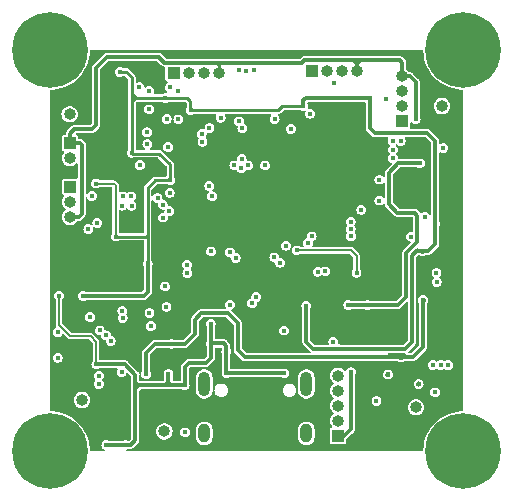
<source format=gbr>
%TF.GenerationSoftware,KiCad,Pcbnew,7.0.9*%
%TF.CreationDate,2024-03-28T09:14:24+03:00*%
%TF.ProjectId,MicroFlightController-v2,4d696372-6f46-46c6-9967-6874436f6e74,rev?*%
%TF.SameCoordinates,Original*%
%TF.FileFunction,Copper,L3,Inr*%
%TF.FilePolarity,Positive*%
%FSLAX46Y46*%
G04 Gerber Fmt 4.6, Leading zero omitted, Abs format (unit mm)*
G04 Created by KiCad (PCBNEW 7.0.9) date 2024-03-28 09:14:24*
%MOMM*%
%LPD*%
G01*
G04 APERTURE LIST*
%TA.AperFunction,ComponentPad*%
%ADD10R,1.000000X1.000000*%
%TD*%
%TA.AperFunction,ComponentPad*%
%ADD11O,1.000000X1.000000*%
%TD*%
%TA.AperFunction,ComponentPad*%
%ADD12C,0.800000*%
%TD*%
%TA.AperFunction,ComponentPad*%
%ADD13C,6.400000*%
%TD*%
%TA.AperFunction,ComponentPad*%
%ADD14O,1.000000X2.100000*%
%TD*%
%TA.AperFunction,ComponentPad*%
%ADD15O,1.000000X1.600000*%
%TD*%
%TA.AperFunction,ViaPad*%
%ADD16C,0.450000*%
%TD*%
%TA.AperFunction,Conductor*%
%ADD17C,0.300000*%
%TD*%
%TA.AperFunction,Conductor*%
%ADD18C,0.152400*%
%TD*%
%TA.AperFunction,Conductor*%
%ADD19C,0.250000*%
%TD*%
G04 APERTURE END LIST*
D10*
%TO.N,GND*%
%TO.C,J8*%
X160825000Y-87075000D03*
D11*
%TO.N,/MCU/PC6*%
X160825000Y-85805000D03*
%TO.N,/MCU/PC7*%
X160825000Y-84535000D03*
%TO.N,+5V*%
X160825000Y-83265000D03*
%TD*%
D12*
%TO.N,N/C*%
%TO.C,REF\u002A\u002A*%
X163600000Y-81000000D03*
X164302944Y-79302944D03*
X164302944Y-82697056D03*
X166000000Y-78600000D03*
D13*
X166000000Y-81000000D03*
D12*
X166000000Y-83400000D03*
X167697056Y-79302944D03*
X167697056Y-82697056D03*
X168400000Y-81000000D03*
%TD*%
D10*
%TO.N,GND*%
%TO.C,J7*%
X153175000Y-82790000D03*
D11*
%TO.N,/MCU/PA9*%
X154445000Y-82790000D03*
%TO.N,/MCU/PA10*%
X155715000Y-82790000D03*
%TO.N,+5V*%
X156985000Y-82790000D03*
%TD*%
D14*
%TO.N,Net-(J1-SHIELD)*%
%TO.C,J1*%
X144070000Y-109310000D03*
D15*
X144070000Y-113490000D03*
D14*
X152710000Y-109310000D03*
D15*
X152710000Y-113490000D03*
%TD*%
D12*
%TO.N,N/C*%
%TO.C,REF\u002A\u002A*%
X163600000Y-115000000D03*
X164302944Y-113302944D03*
X164302944Y-116697056D03*
X166000000Y-112600000D03*
D13*
X166000000Y-115000000D03*
D12*
X166000000Y-117400000D03*
X167697056Y-113302944D03*
X167697056Y-116697056D03*
X168400000Y-115000000D03*
%TD*%
D10*
%TO.N,VBAT*%
%TO.C,J10*%
X161975000Y-112550000D03*
D11*
%TO.N,Net-(D9-A)*%
X161975000Y-111280000D03*
%TD*%
D10*
%TO.N,GND*%
%TO.C,J6*%
X141465000Y-83000000D03*
D11*
%TO.N,/MCU/PC10*%
X142735000Y-83000000D03*
%TO.N,/MCU/PC11*%
X144005000Y-83000000D03*
%TO.N,+5V*%
X145275000Y-83000000D03*
%TD*%
D12*
%TO.N,N/C*%
%TO.C,REF\u002A\u002A*%
X128600000Y-81000000D03*
X129302944Y-79302944D03*
X129302944Y-82697056D03*
X131000000Y-78600000D03*
D13*
X131000000Y-81000000D03*
D12*
X131000000Y-83400000D03*
X132697056Y-79302944D03*
X132697056Y-82697056D03*
X133400000Y-81000000D03*
%TD*%
D10*
%TO.N,VBAT*%
%TO.C,J3*%
X139410000Y-113320000D03*
D11*
%TO.N,GND*%
X140680000Y-113320000D03*
%TD*%
D10*
%TO.N,+3.3V*%
%TO.C,J2*%
X155380000Y-113680000D03*
D11*
%TO.N,/MCU/NRST*%
X155380000Y-112410000D03*
%TO.N,/MCU/SWDIO*%
X155380000Y-111140000D03*
%TO.N,/MCU/SWCLK*%
X155380000Y-109870000D03*
%TO.N,GND*%
X155380000Y-108600000D03*
%TD*%
D10*
%TO.N,+5V*%
%TO.C,J5*%
X132675000Y-88905000D03*
D11*
%TO.N,GND*%
X132675000Y-90175000D03*
%TD*%
D10*
%TO.N,VBAT*%
%TO.C,J9*%
X132450000Y-110675000D03*
D11*
%TO.N,Net-(D8-A)*%
X133720000Y-110675000D03*
%TD*%
D10*
%TO.N,VBAT*%
%TO.C,J11*%
X132660000Y-85200000D03*
D11*
%TO.N,Net-(D10-A)*%
X132660000Y-86470000D03*
%TD*%
D12*
%TO.N,N/C*%
%TO.C,REF\u002A\u002A*%
X128600000Y-115000000D03*
X129302944Y-113302944D03*
X129302944Y-116697056D03*
X131000000Y-112600000D03*
D13*
X131000000Y-115000000D03*
D12*
X131000000Y-117400000D03*
X132697056Y-113302944D03*
X132697056Y-116697056D03*
X133400000Y-115000000D03*
%TD*%
D10*
%TO.N,GND*%
%TO.C,J4*%
X132700000Y-92610000D03*
D11*
%TO.N,/MCU/PB14*%
X132700000Y-93880000D03*
%TO.N,+5V*%
X132700000Y-95150000D03*
%TD*%
D10*
%TO.N,VBAT*%
%TO.C,J12*%
X164175000Y-87050000D03*
D11*
%TO.N,Net-(D11-A)*%
X164175000Y-85780000D03*
%TD*%
D16*
%TO.N,/MCU/NRST*%
X141840000Y-84510000D03*
X145450700Y-86750000D03*
%TO.N,GND*%
X135140000Y-108610000D03*
X156460000Y-96170000D03*
X154310000Y-99770000D03*
X137890000Y-93410000D03*
X146600000Y-90800000D03*
X141000000Y-89250000D03*
X139390000Y-86050000D03*
X134240000Y-96190000D03*
X142630000Y-99910000D03*
X139250000Y-89000000D03*
X138560000Y-84150000D03*
X137130000Y-103120000D03*
X156460000Y-95560000D03*
X135200000Y-104770000D03*
X139407669Y-84472331D03*
X141140000Y-84200000D03*
X137160000Y-93410000D03*
X153660000Y-99790000D03*
X147630000Y-82770000D03*
X156480000Y-96790000D03*
X135724999Y-105176800D03*
X148300000Y-82760000D03*
X151390000Y-87700000D03*
X137140000Y-103710000D03*
X141870000Y-86890000D03*
X159410000Y-85200000D03*
X160680000Y-88720000D03*
X160020000Y-88710000D03*
X144640000Y-98080000D03*
X136140000Y-105650000D03*
X147800000Y-90800000D03*
X147200000Y-91000000D03*
X163730000Y-100650000D03*
X150010000Y-86880000D03*
X164070000Y-107700000D03*
X164698000Y-107700000D03*
X135130000Y-109300000D03*
X140870000Y-86870000D03*
X160030000Y-90170000D03*
X142610000Y-99210000D03*
X147220000Y-90270000D03*
X153030000Y-86420000D03*
X139420000Y-103290000D03*
X163410000Y-107680000D03*
X155080000Y-83840000D03*
X137100000Y-94200000D03*
X150980000Y-97590000D03*
X146970000Y-82760000D03*
X160040000Y-89470000D03*
X137070000Y-108310000D03*
X163610000Y-110015000D03*
X163720000Y-99870000D03*
X137900000Y-94200000D03*
%TO.N,VBUS*%
X135770000Y-114480000D03*
X150840000Y-108395000D03*
X145940000Y-108395000D03*
X145925000Y-106555000D03*
X131750000Y-101840000D03*
X137410000Y-114440000D03*
X144600000Y-105875000D03*
X142400000Y-109420000D03*
X141030000Y-108470000D03*
X144600000Y-104210000D03*
X134920000Y-107650000D03*
%TO.N,/MCU/BOOT0*%
X161535500Y-96820000D03*
X158640000Y-110760000D03*
%TO.N,+3.3V*%
X152450000Y-85760000D03*
X142895000Y-86095000D03*
X152700000Y-102685000D03*
X140775000Y-85095000D03*
X156480000Y-108310000D03*
X158075000Y-85075000D03*
X136890000Y-82870000D03*
X139275000Y-99100000D03*
X136550000Y-96820000D03*
X137930000Y-89725000D03*
X141180000Y-92060000D03*
X131673100Y-104910000D03*
X134860000Y-92330000D03*
X133810000Y-101850000D03*
X162560000Y-98070000D03*
X163610000Y-95730000D03*
X155390000Y-106350000D03*
%TO.N,VIN*%
X162200000Y-109300000D03*
X159600000Y-108500000D03*
X139130000Y-108470000D03*
X141300000Y-105890000D03*
X160740000Y-107057500D03*
X162590000Y-102200000D03*
%TO.N,+5V*%
X157870000Y-102600000D03*
X162310000Y-90620000D03*
X156260000Y-102600000D03*
X161950000Y-86880000D03*
%TO.N,/Battery Charger/VREF*%
X139540000Y-104410000D03*
X131640000Y-107070000D03*
X134390000Y-103650000D03*
%TO.N,/MCU/SWDIO*%
X150810000Y-104780000D03*
%TO.N,VBAT*%
X140100000Y-110300000D03*
X142400000Y-111400000D03*
X140110000Y-106860000D03*
X135700000Y-102700000D03*
X160779998Y-93317494D03*
X163050000Y-88960000D03*
%TO.N,/MCU/PB14*%
X146250000Y-102580000D03*
%TO.N,/MCU/PC10*%
X152858626Y-97375350D03*
%TO.N,/MCU/PC11*%
X153160000Y-96800000D03*
%TO.N,/MCU/PA9*%
X149986164Y-98585779D03*
%TO.N,/MCU/PA10*%
X150460000Y-99030000D03*
%TO.N,/MCU/PA3*%
X138600000Y-90760000D03*
%TO.N,/MCU/PB0*%
X144720000Y-93410000D03*
%TO.N,/MCU/PA1*%
X156950000Y-99880000D03*
X151890000Y-97990000D03*
X154980000Y-105710000D03*
%TO.N,/MCU/PB5*%
X157360000Y-94540700D03*
%TO.N,Net-(Q3-C)*%
X164310000Y-89320000D03*
%TO.N,/Baro/SCL*%
X140750000Y-101045000D03*
X140860000Y-102758300D03*
%TO.N,/Buck Boost Converter/VBAT-MESAURE*%
X149220000Y-90800000D03*
X142440000Y-113390000D03*
%TO.N,/MCU/PB8*%
X162760000Y-95160000D03*
%TO.N,/MCU/PB6*%
X158889582Y-91995597D03*
X158890000Y-93770000D03*
%TO.N,/Flash/MOSI*%
X147010000Y-87070000D03*
X144500000Y-87640000D03*
%TO.N,/Flash/MISO*%
X143908810Y-88786547D03*
X147286556Y-87657682D03*
%TO.N,/MCU/PA4*%
X144490000Y-92540000D03*
X140100000Y-93570000D03*
%TO.N,/MCU/PA6*%
X140538257Y-94110700D03*
X134550000Y-93370000D03*
%TO.N,/MCU/PA7*%
X141110000Y-94660000D03*
X141130951Y-93109300D03*
%TO.N,/MCU/PC4*%
X135010000Y-95670000D03*
X140560000Y-95210000D03*
%TO.N,/Flash/CS*%
X139210000Y-87990000D03*
X146219300Y-98160000D03*
%TO.N,/Flash/CLK*%
X143840000Y-88140700D03*
X146720000Y-98630000D03*
%TO.N,/MCU/PC6*%
X148116984Y-102475191D03*
%TO.N,/MCU/PC7*%
X148470000Y-101930000D03*
%TD*%
D17*
%TO.N,VBUS*%
X144600000Y-105875000D02*
X144600000Y-107110000D01*
X142420000Y-109400000D02*
X142400000Y-109420000D01*
X135770000Y-114480000D02*
X137370000Y-114480000D01*
X145940000Y-108395000D02*
X150840000Y-108395000D01*
X144200000Y-107510000D02*
X142750000Y-107510000D01*
X137360000Y-107650000D02*
X134920000Y-107650000D01*
X138460000Y-109420000D02*
X138230000Y-109190000D01*
X145925000Y-106065000D02*
X145735000Y-105875000D01*
X138230000Y-114070000D02*
X138230000Y-109690000D01*
X145735000Y-105875000D02*
X144600000Y-105875000D01*
D18*
X131750000Y-101840000D02*
X131760000Y-101850000D01*
D17*
X138230000Y-109690000D02*
X138230000Y-109190000D01*
X145925000Y-108380000D02*
X145940000Y-108395000D01*
X144600000Y-107110000D02*
X144200000Y-107510000D01*
D18*
X132731904Y-105260000D02*
X134440000Y-105260000D01*
D17*
X142420000Y-107840000D02*
X142420000Y-109400000D01*
D18*
X131760000Y-104288096D02*
X132731904Y-105260000D01*
D17*
X138500000Y-109420000D02*
X138620000Y-109420000D01*
D18*
X131760000Y-101850000D02*
X131760000Y-104288096D01*
X134440000Y-105260000D02*
X134920000Y-105740000D01*
D17*
X144600000Y-105875000D02*
X144600000Y-104210000D01*
X145925000Y-106555000D02*
X145925000Y-106065000D01*
X141280000Y-109420000D02*
X141030000Y-109170000D01*
D18*
X134920000Y-105740000D02*
X134920000Y-107650000D01*
D17*
X138230000Y-109190000D02*
X138230000Y-108520000D01*
X138620000Y-109420000D02*
X140750000Y-109420000D01*
X142400000Y-109420000D02*
X141280000Y-109420000D01*
X142750000Y-107510000D02*
X142420000Y-107840000D01*
X137370000Y-114480000D02*
X137410000Y-114440000D01*
X141030000Y-109170000D02*
X140780000Y-109420000D01*
X140750000Y-109420000D02*
X141280000Y-109420000D01*
X145925000Y-106555000D02*
X145925000Y-108380000D01*
X138230000Y-109690000D02*
X138500000Y-109420000D01*
X138500000Y-109420000D02*
X138460000Y-109420000D01*
X138230000Y-108520000D02*
X137360000Y-107650000D01*
X137860000Y-114440000D02*
X138230000Y-114070000D01*
X140780000Y-109420000D02*
X140750000Y-109420000D01*
X137410000Y-114440000D02*
X137860000Y-114440000D01*
X141030000Y-109170000D02*
X141030000Y-108470000D01*
D19*
%TO.N,+3.3V*%
X150310000Y-86130000D02*
X150680000Y-85760000D01*
X136890000Y-82870000D02*
X137460000Y-82870000D01*
D17*
X155390000Y-106350000D02*
X161040000Y-106350000D01*
D19*
X150680000Y-85760000D02*
X152450000Y-85760000D01*
D17*
X163610000Y-97450000D02*
X163610000Y-96240000D01*
X155380000Y-113680000D02*
X155910000Y-113680000D01*
D19*
X139130000Y-96820000D02*
X139130000Y-96795000D01*
X138220000Y-84980000D02*
X137930000Y-84690000D01*
D17*
X163625000Y-96225000D02*
X163625000Y-88721827D01*
X156280000Y-113310000D02*
X156480000Y-113110000D01*
X158480000Y-88050000D02*
X158075000Y-87645000D01*
D19*
X139130000Y-96820000D02*
X136550000Y-96820000D01*
D18*
X136550000Y-92470000D02*
X136550000Y-96820000D01*
D17*
X138930000Y-101850000D02*
X139290000Y-101490000D01*
D19*
X138220000Y-85095000D02*
X140350000Y-85095000D01*
X137995000Y-85095000D02*
X138220000Y-85095000D01*
X140350000Y-85095000D02*
X140775000Y-85095000D01*
D18*
X134860000Y-92330000D02*
X136410000Y-92330000D01*
D17*
X152700000Y-105750000D02*
X152700000Y-102685000D01*
X139275000Y-101475000D02*
X139275000Y-99100000D01*
D19*
X139275000Y-99100000D02*
X139275000Y-96965000D01*
D18*
X136410000Y-92330000D02*
X136550000Y-92470000D01*
D19*
X137930000Y-85360000D02*
X137930000Y-85160000D01*
X137460000Y-82870000D02*
X137930000Y-83340000D01*
X139275000Y-96965000D02*
X139130000Y-96820000D01*
D17*
X158075000Y-87645000D02*
X158075000Y-85075000D01*
D19*
X139275000Y-96965000D02*
X139275000Y-96650000D01*
D17*
X152655000Y-85075000D02*
X152450000Y-85280000D01*
X162990000Y-98070000D02*
X163610000Y-97450000D01*
D19*
X140250000Y-89790000D02*
X137995000Y-89790000D01*
D17*
X155390000Y-106350000D02*
X153300000Y-106350000D01*
X161040000Y-106350000D02*
X161650000Y-105740000D01*
D19*
X139275000Y-96650000D02*
X139275000Y-92715000D01*
D17*
X155910000Y-113680000D02*
X156280000Y-113310000D01*
D19*
X141180000Y-90720000D02*
X140250000Y-89790000D01*
X137930000Y-83340000D02*
X137930000Y-84690000D01*
D17*
X153300000Y-106350000D02*
X152700000Y-105750000D01*
D19*
X139930000Y-92060000D02*
X141180000Y-92060000D01*
D17*
X152450000Y-85280000D02*
X152450000Y-85760000D01*
X163610000Y-96240000D02*
X163625000Y-96225000D01*
X161650000Y-98440000D02*
X162020000Y-98070000D01*
D19*
X141180000Y-92060000D02*
X141180000Y-90720000D01*
D17*
X162020000Y-98070000D02*
X162990000Y-98070000D01*
X162020000Y-98070000D02*
X162560000Y-98070000D01*
D18*
X140770000Y-85090000D02*
X140775000Y-85095000D01*
D19*
X142880000Y-85350000D02*
X142880000Y-86130000D01*
D17*
X156480000Y-113110000D02*
X156480000Y-108310000D01*
D19*
X140350000Y-85095000D02*
X142635000Y-85095000D01*
D17*
X158075000Y-85075000D02*
X152655000Y-85075000D01*
D19*
X142885000Y-85345000D02*
X142880000Y-85350000D01*
X137995000Y-89790000D02*
X137930000Y-89725000D01*
X138195000Y-85095000D02*
X137930000Y-85360000D01*
X142635000Y-85095000D02*
X142885000Y-85345000D01*
D17*
X161650000Y-105740000D02*
X161650000Y-98440000D01*
D19*
X137930000Y-85160000D02*
X137930000Y-84690000D01*
X142880000Y-86130000D02*
X150310000Y-86130000D01*
D17*
X133810000Y-101850000D02*
X138930000Y-101850000D01*
X163625000Y-88721827D02*
X162953173Y-88050000D01*
X162953173Y-88050000D02*
X158480000Y-88050000D01*
X163610000Y-96240000D02*
X163610000Y-95730000D01*
D19*
X139275000Y-92715000D02*
X139930000Y-92060000D01*
X138220000Y-85095000D02*
X138220000Y-84980000D01*
X137930000Y-85160000D02*
X137995000Y-85095000D01*
X137930000Y-89725000D02*
X137930000Y-85360000D01*
D17*
X139290000Y-101490000D02*
X139275000Y-101475000D01*
D19*
X138220000Y-85095000D02*
X138195000Y-85095000D01*
X139130000Y-96795000D02*
X139275000Y-96650000D01*
D17*
%TO.N,VIN*%
X139890000Y-105890000D02*
X139130000Y-106650000D01*
X141300000Y-105890000D02*
X142450000Y-105890000D01*
X162590000Y-106160000D02*
X162590000Y-102200000D01*
X146920000Y-104180000D02*
X146920000Y-106460000D01*
X147517500Y-107057500D02*
X160740000Y-107057500D01*
X139130000Y-106650000D02*
X139130000Y-108470000D01*
X142450000Y-105890000D02*
X143260000Y-105080000D01*
X161692500Y-107057500D02*
X162590000Y-106160000D01*
X143260000Y-103860000D02*
X143820000Y-103300000D01*
X141300000Y-105890000D02*
X139890000Y-105890000D01*
X143820000Y-103300000D02*
X146040000Y-103300000D01*
X146920000Y-106460000D02*
X147517500Y-107057500D01*
X143260000Y-105080000D02*
X143260000Y-103860000D01*
X146040000Y-103300000D02*
X146920000Y-104180000D01*
X160740000Y-107057500D02*
X161692500Y-107057500D01*
%TO.N,+5V*%
X152334500Y-82090000D02*
X152544500Y-81880000D01*
X161150000Y-98232894D02*
X161150000Y-101920000D01*
D19*
X145275000Y-82240000D02*
X145220000Y-82240000D01*
D17*
X156650000Y-81880000D02*
X156985000Y-82215000D01*
X161150000Y-101920000D02*
X160470000Y-102600000D01*
X133430000Y-95150000D02*
X133680000Y-94900000D01*
X161505000Y-83265000D02*
X160825000Y-83265000D01*
D19*
X145275000Y-82240000D02*
X145330000Y-82240000D01*
D17*
X161870000Y-94800000D02*
X162110000Y-95040000D01*
X160470000Y-102600000D02*
X157870000Y-102600000D01*
X160490000Y-90620000D02*
X159680000Y-91430000D01*
X156985000Y-82215000D02*
X156985000Y-82790000D01*
D19*
X145275000Y-83000000D02*
X145275000Y-82240000D01*
D17*
X162310000Y-90620000D02*
X160490000Y-90620000D01*
X133535000Y-88905000D02*
X132675000Y-88905000D01*
X140690000Y-82090000D02*
X145070000Y-82090000D01*
X133680000Y-89050000D02*
X133535000Y-88905000D01*
X152544500Y-81880000D02*
X156650000Y-81880000D01*
X132675000Y-88905000D02*
X132675000Y-88115000D01*
X140190000Y-81590000D02*
X140690000Y-82090000D01*
X159680000Y-94090000D02*
X160390000Y-94800000D01*
D19*
X145330000Y-82240000D02*
X145480000Y-82090000D01*
D17*
X161950000Y-83710000D02*
X161505000Y-83265000D01*
X135840000Y-81590000D02*
X140190000Y-81590000D01*
X134880000Y-87370000D02*
X134880000Y-82550000D01*
D19*
X145220000Y-82240000D02*
X145070000Y-82090000D01*
D17*
X133680000Y-94900000D02*
X133680000Y-89050000D01*
X160825000Y-82095000D02*
X160825000Y-83265000D01*
X160390000Y-94800000D02*
X161870000Y-94800000D01*
X145070000Y-82090000D02*
X145280000Y-82090000D01*
X132675000Y-88115000D02*
X133060000Y-87730000D01*
X132700000Y-95150000D02*
X133430000Y-95150000D01*
X133060000Y-87730000D02*
X134520000Y-87730000D01*
D19*
X145275000Y-82095000D02*
X145280000Y-82090000D01*
D17*
X161950000Y-86880000D02*
X161950000Y-83710000D01*
X156650000Y-81880000D02*
X157260000Y-81880000D01*
X156985000Y-82215000D02*
X157260000Y-81940000D01*
X162110000Y-97272894D02*
X161150000Y-98232894D01*
X157260000Y-81940000D02*
X157260000Y-81880000D01*
X159680000Y-91430000D02*
X159680000Y-94090000D01*
X160610000Y-81880000D02*
X160825000Y-82095000D01*
X134520000Y-87730000D02*
X134880000Y-87370000D01*
X157260000Y-81880000D02*
X160610000Y-81880000D01*
X145280000Y-82090000D02*
X145480000Y-82090000D01*
X145480000Y-82090000D02*
X152334500Y-82090000D01*
X162110000Y-95040000D02*
X162110000Y-97272894D01*
X157870000Y-102600000D02*
X156260000Y-102600000D01*
X134880000Y-82550000D02*
X135840000Y-81590000D01*
D19*
X145275000Y-82240000D02*
X145275000Y-82095000D01*
D17*
%TO.N,VBAT*%
X162730000Y-92910000D02*
X163050000Y-92590000D01*
X160779998Y-93317494D02*
X162322506Y-93317494D01*
X162322506Y-93317494D02*
X162730000Y-92910000D01*
X163050000Y-92590000D02*
X163050000Y-88960000D01*
D18*
%TO.N,/MCU/PA1*%
X151890000Y-97990000D02*
X156510000Y-97990000D01*
X156840000Y-98320000D02*
X156950000Y-98430000D01*
X156510000Y-97990000D02*
X156840000Y-98320000D01*
X156950000Y-98430000D02*
X156950000Y-99880000D01*
%TD*%
%TA.AperFunction,Conductor*%
%TO.N,+3.3V*%
G36*
X163531850Y-97617593D02*
G01*
X163557570Y-97662142D01*
X163548637Y-97712800D01*
X163536686Y-97728374D01*
X163101184Y-98163876D01*
X163093227Y-98172556D01*
X163093148Y-98172650D01*
X163073186Y-98189402D01*
X163073125Y-98189438D01*
X163073116Y-98189443D01*
X163073112Y-98189446D01*
X163063128Y-98195807D01*
X163063124Y-98195810D01*
X163060481Y-98197659D01*
X163030424Y-98210107D01*
X163028189Y-98210501D01*
X163027230Y-98210671D01*
X163015691Y-98213230D01*
X163015677Y-98213233D01*
X163015628Y-98213246D01*
X162989623Y-98215521D01*
X162989563Y-98215516D01*
X162977739Y-98215000D01*
X162825122Y-98215000D01*
X162779368Y-98220415D01*
X162779366Y-98220415D01*
X162779361Y-98220416D01*
X162779352Y-98220418D01*
X162745229Y-98228610D01*
X162701995Y-98244560D01*
X162639442Y-98276433D01*
X162617064Y-98283703D01*
X162571762Y-98290877D01*
X162548237Y-98290877D01*
X162502932Y-98283702D01*
X162480555Y-98276432D01*
X162418003Y-98244560D01*
X162374770Y-98228610D01*
X162340647Y-98220418D01*
X162340638Y-98220416D01*
X162340634Y-98220415D01*
X162340632Y-98220415D01*
X162294878Y-98215000D01*
X162188121Y-98215000D01*
X162188120Y-98215000D01*
X162177299Y-98215471D01*
X162177295Y-98215472D01*
X162103010Y-98233649D01*
X162056384Y-98255392D01*
X162056382Y-98255393D01*
X162018332Y-98282036D01*
X161968645Y-98295349D01*
X161922025Y-98273609D01*
X161900286Y-98226988D01*
X161900000Y-98220435D01*
X161900000Y-97996288D01*
X161917593Y-97947950D01*
X161922011Y-97943128D01*
X162047132Y-97818007D01*
X162093750Y-97796269D01*
X162143437Y-97809583D01*
X162154268Y-97818810D01*
X162174580Y-97839739D01*
X162174583Y-97839741D01*
X162202946Y-97858160D01*
X162217720Y-97867754D01*
X162261579Y-97889010D01*
X162261578Y-97889010D01*
X162265253Y-97889387D01*
X162348352Y-97897913D01*
X162399408Y-97891645D01*
X162464506Y-97871744D01*
X162480552Y-97863567D01*
X162502926Y-97856297D01*
X162548243Y-97849120D01*
X162571757Y-97849120D01*
X162617068Y-97856296D01*
X162639442Y-97863566D01*
X162697009Y-97892899D01*
X162697019Y-97892903D01*
X162748604Y-97910665D01*
X162789298Y-97918575D01*
X162824252Y-97922161D01*
X162909528Y-97903813D01*
X162956148Y-97882074D01*
X163011909Y-97843030D01*
X163232912Y-97622025D01*
X163279533Y-97600286D01*
X163286087Y-97600000D01*
X163483512Y-97600000D01*
X163531850Y-97617593D01*
G37*
%TD.AperFunction*%
%TD*%
%TA.AperFunction,Conductor*%
%TO.N,VIN*%
G36*
X162647070Y-101986296D02*
G01*
X162669440Y-101993564D01*
X162710315Y-102014392D01*
X162729347Y-102028220D01*
X162761777Y-102060650D01*
X162775606Y-102079683D01*
X162796432Y-102120555D01*
X162803703Y-102142933D01*
X162810878Y-102188237D01*
X162810878Y-102211764D01*
X162803703Y-102257066D01*
X162796433Y-102279441D01*
X162764560Y-102341997D01*
X162748612Y-102385224D01*
X162748609Y-102385235D01*
X162745113Y-102399798D01*
X162740416Y-102419363D01*
X162736900Y-102449073D01*
X162735000Y-102465124D01*
X162735000Y-102624800D01*
X162717407Y-102673138D01*
X162672858Y-102698858D01*
X162659800Y-102700000D01*
X162520200Y-102700000D01*
X162471862Y-102682407D01*
X162446142Y-102637858D01*
X162445000Y-102624800D01*
X162445000Y-102465124D01*
X162444661Y-102462258D01*
X162439584Y-102419363D01*
X162431387Y-102385222D01*
X162415439Y-102341996D01*
X162383564Y-102279441D01*
X162376295Y-102257067D01*
X162370807Y-102222418D01*
X162369120Y-102211762D01*
X162369120Y-102188237D01*
X162376296Y-102142929D01*
X162383563Y-102120561D01*
X162404394Y-102079678D01*
X162418218Y-102060652D01*
X162450653Y-102028217D01*
X162469679Y-102014393D01*
X162510559Y-101993563D01*
X162532925Y-101986296D01*
X162578242Y-101979120D01*
X162601756Y-101979120D01*
X162647070Y-101986296D01*
G37*
%TD.AperFunction*%
%TD*%
%TA.AperFunction,Conductor*%
%TO.N,VBAT*%
G36*
X162829116Y-88408593D02*
G01*
X162833952Y-88413026D01*
X163261974Y-88841048D01*
X163283714Y-88887668D01*
X163284000Y-88894222D01*
X163284000Y-94958858D01*
X163266407Y-95007196D01*
X163221858Y-95032916D01*
X163171200Y-95023983D01*
X163141797Y-94992999D01*
X163100746Y-94912433D01*
X163007568Y-94819255D01*
X162890153Y-94759429D01*
X162890155Y-94759429D01*
X162760001Y-94738815D01*
X162759999Y-94738815D01*
X162629845Y-94759429D01*
X162512432Y-94819254D01*
X162495427Y-94836259D01*
X162448806Y-94857996D01*
X162399119Y-94844680D01*
X162377129Y-94820680D01*
X162375253Y-94817430D01*
X162354278Y-94799830D01*
X162341843Y-94789395D01*
X162339441Y-94787194D01*
X162122803Y-94570556D01*
X162120597Y-94568148D01*
X162092573Y-94534750D01*
X162092572Y-94534749D01*
X162054805Y-94512944D01*
X162052046Y-94511186D01*
X162016336Y-94486182D01*
X162016335Y-94486181D01*
X162016334Y-94486181D01*
X162011186Y-94484802D01*
X161993047Y-94477288D01*
X161988428Y-94474622D01*
X161988427Y-94474621D01*
X161988426Y-94474621D01*
X161945488Y-94467049D01*
X161942285Y-94466339D01*
X161913056Y-94458507D01*
X161900179Y-94455057D01*
X161900178Y-94455057D01*
X161856744Y-94458857D01*
X161853466Y-94459000D01*
X160562394Y-94459000D01*
X160514056Y-94441407D01*
X160509220Y-94436974D01*
X160043026Y-93970779D01*
X160021286Y-93924159D01*
X160021000Y-93917605D01*
X160021000Y-91602395D01*
X160038593Y-91554057D01*
X160043026Y-91549221D01*
X160609221Y-90983026D01*
X160655841Y-90961286D01*
X160662395Y-90961000D01*
X162044878Y-90961000D01*
X162079018Y-90969196D01*
X162179845Y-91020570D01*
X162179847Y-91020571D01*
X162279827Y-91036406D01*
X162309999Y-91041185D01*
X162310000Y-91041185D01*
X162310001Y-91041185D01*
X162330615Y-91037919D01*
X162440153Y-91020571D01*
X162557566Y-90960746D01*
X162650746Y-90867566D01*
X162710571Y-90750153D01*
X162731185Y-90620000D01*
X162710571Y-90489847D01*
X162650746Y-90372434D01*
X162650745Y-90372433D01*
X162650744Y-90372431D01*
X162557568Y-90279255D01*
X162440153Y-90219429D01*
X162440155Y-90219429D01*
X162310001Y-90198815D01*
X162309999Y-90198815D01*
X162179845Y-90219429D01*
X162079018Y-90270804D01*
X162044878Y-90279000D01*
X160521969Y-90279000D01*
X160473631Y-90261407D01*
X160447911Y-90216858D01*
X160447695Y-90192036D01*
X160451185Y-90170001D01*
X160451185Y-90169999D01*
X160443835Y-90123593D01*
X160430571Y-90039847D01*
X160370746Y-89922434D01*
X160370745Y-89922433D01*
X160370744Y-89922431D01*
X160326487Y-89878174D01*
X160304747Y-89831554D01*
X160318061Y-89781867D01*
X160326487Y-89771826D01*
X160380744Y-89717568D01*
X160380746Y-89717566D01*
X160440571Y-89600153D01*
X160461185Y-89470000D01*
X160440571Y-89339847D01*
X160380746Y-89222434D01*
X160380745Y-89222433D01*
X160380744Y-89222431D01*
X160291486Y-89133173D01*
X160269746Y-89086553D01*
X160283060Y-89036866D01*
X160291553Y-89026758D01*
X160291905Y-89026406D01*
X160338556Y-89004737D01*
X160388224Y-89018123D01*
X160398168Y-89026480D01*
X160432434Y-89060746D01*
X160549845Y-89120570D01*
X160549847Y-89120571D01*
X160629414Y-89133173D01*
X160679999Y-89141185D01*
X160680000Y-89141185D01*
X160680001Y-89141185D01*
X160700615Y-89137919D01*
X160810153Y-89120571D01*
X160927566Y-89060746D01*
X161020746Y-88967566D01*
X161080571Y-88850153D01*
X161101185Y-88720000D01*
X161080571Y-88589847D01*
X161079242Y-88587239D01*
X161034965Y-88500340D01*
X161028696Y-88449284D01*
X161056712Y-88406143D01*
X161101969Y-88391000D01*
X162780778Y-88391000D01*
X162829116Y-88408593D01*
G37*
%TD.AperFunction*%
%TA.AperFunction,Conductor*%
G36*
X162581152Y-81018093D02*
G01*
X162606872Y-81062642D01*
X162607902Y-81071619D01*
X162623927Y-81367170D01*
X162623928Y-81367180D01*
X162683414Y-81730029D01*
X162683414Y-81730030D01*
X162781788Y-82084341D01*
X162781789Y-82084344D01*
X162917884Y-82425917D01*
X162917888Y-82425925D01*
X162917892Y-82425935D01*
X163090130Y-82750811D01*
X163296484Y-83055160D01*
X163423243Y-83204392D01*
X163509831Y-83306332D01*
X163534534Y-83335414D01*
X163801489Y-83588287D01*
X163921900Y-83679821D01*
X164092166Y-83809254D01*
X164094220Y-83810815D01*
X164409294Y-84000389D01*
X164743018Y-84154786D01*
X164743026Y-84154788D01*
X164743029Y-84154790D01*
X164785957Y-84169254D01*
X165091479Y-84272197D01*
X165450592Y-84351243D01*
X165816145Y-84391000D01*
X165924300Y-84391000D01*
X165972638Y-84408593D01*
X165998358Y-84453142D01*
X165999500Y-84466200D01*
X165999500Y-111533800D01*
X165981907Y-111582138D01*
X165937358Y-111607858D01*
X165924300Y-111609000D01*
X165816145Y-111609000D01*
X165708576Y-111620699D01*
X165450594Y-111648756D01*
X165091474Y-111727804D01*
X164743029Y-111845209D01*
X164743018Y-111845214D01*
X164519940Y-111948421D01*
X164409290Y-111999613D01*
X164094218Y-112189186D01*
X164094208Y-112189193D01*
X163801488Y-112411713D01*
X163534533Y-112664586D01*
X163534532Y-112664587D01*
X163296482Y-112944842D01*
X163090129Y-113249190D01*
X163090127Y-113249193D01*
X162917897Y-113574056D01*
X162917884Y-113574082D01*
X162781789Y-113915655D01*
X162781788Y-113915658D01*
X162683414Y-114269969D01*
X162683414Y-114269970D01*
X162623928Y-114632819D01*
X162623927Y-114632826D01*
X162623927Y-114632830D01*
X162607903Y-114928372D01*
X162587719Y-114975685D01*
X162541844Y-114998956D01*
X162532814Y-114999500D01*
X137492219Y-114999500D01*
X137443881Y-114981907D01*
X137418161Y-114937358D01*
X137427094Y-114886700D01*
X137466499Y-114853635D01*
X137480453Y-114850026D01*
X137540153Y-114840571D01*
X137640982Y-114789196D01*
X137675122Y-114781000D01*
X137843466Y-114781000D01*
X137846744Y-114781143D01*
X137848763Y-114781319D01*
X137890179Y-114784943D01*
X137932301Y-114773655D01*
X137935484Y-114772949D01*
X137978428Y-114765378D01*
X137983045Y-114762711D01*
X138001184Y-114755197D01*
X138006336Y-114753818D01*
X138042045Y-114728814D01*
X138044814Y-114727050D01*
X138051309Y-114723299D01*
X138082572Y-114705251D01*
X138110620Y-114671822D01*
X138112787Y-114669458D01*
X138459458Y-114322787D01*
X138461822Y-114320620D01*
X138495251Y-114292572D01*
X138517050Y-114254814D01*
X138518814Y-114252045D01*
X138522182Y-114247234D01*
X138543818Y-114216336D01*
X138545197Y-114211184D01*
X138552711Y-114193045D01*
X138555378Y-114188428D01*
X138562949Y-114145484D01*
X138563655Y-114142301D01*
X138574943Y-114100179D01*
X138571143Y-114056747D01*
X138571000Y-114053469D01*
X138571000Y-113320000D01*
X139983925Y-113320000D01*
X140004152Y-113486582D01*
X140004152Y-113486584D01*
X140004153Y-113486585D01*
X140063654Y-113643479D01*
X140063659Y-113643487D01*
X140158976Y-113781578D01*
X140158978Y-113781580D01*
X140158980Y-113781583D01*
X140158983Y-113781585D01*
X140158988Y-113781591D01*
X140284580Y-113892855D01*
X140284582Y-113892856D01*
X140284584Y-113892858D01*
X140433168Y-113970841D01*
X140596097Y-114011000D01*
X140596100Y-114011000D01*
X140763900Y-114011000D01*
X140763903Y-114011000D01*
X140926832Y-113970841D01*
X141075416Y-113892858D01*
X141144341Y-113831796D01*
X143379000Y-113831796D01*
X143394152Y-113956582D01*
X143394152Y-113956584D01*
X143394153Y-113956585D01*
X143453654Y-114113479D01*
X143453659Y-114113487D01*
X143548976Y-114251578D01*
X143548978Y-114251580D01*
X143548980Y-114251583D01*
X143548983Y-114251585D01*
X143548988Y-114251591D01*
X143674580Y-114362855D01*
X143674582Y-114362856D01*
X143674584Y-114362858D01*
X143823168Y-114440841D01*
X143986097Y-114481000D01*
X143986100Y-114481000D01*
X144153900Y-114481000D01*
X144153903Y-114481000D01*
X144316832Y-114440841D01*
X144465416Y-114362858D01*
X144591020Y-114251583D01*
X144686344Y-114113482D01*
X144745848Y-113956582D01*
X144761000Y-113831796D01*
X152019000Y-113831796D01*
X152034152Y-113956582D01*
X152034152Y-113956584D01*
X152034153Y-113956585D01*
X152093654Y-114113479D01*
X152093659Y-114113487D01*
X152188976Y-114251578D01*
X152188978Y-114251580D01*
X152188980Y-114251583D01*
X152188983Y-114251585D01*
X152188988Y-114251591D01*
X152314580Y-114362855D01*
X152314582Y-114362856D01*
X152314584Y-114362858D01*
X152463168Y-114440841D01*
X152626097Y-114481000D01*
X152626100Y-114481000D01*
X152793900Y-114481000D01*
X152793903Y-114481000D01*
X152956832Y-114440841D01*
X153105416Y-114362858D01*
X153231020Y-114251583D01*
X153326344Y-114113482D01*
X153385848Y-113956582D01*
X153401000Y-113831796D01*
X153401000Y-113148204D01*
X153385848Y-113023418D01*
X153346178Y-112918818D01*
X153326345Y-112866520D01*
X153326340Y-112866512D01*
X153231023Y-112728421D01*
X153231022Y-112728419D01*
X153231020Y-112728417D01*
X153231016Y-112728413D01*
X153231011Y-112728408D01*
X153105419Y-112617144D01*
X153105413Y-112617140D01*
X152956835Y-112539160D01*
X152956832Y-112539159D01*
X152793903Y-112499000D01*
X152626097Y-112499000D01*
X152463168Y-112539159D01*
X152463164Y-112539160D01*
X152314586Y-112617140D01*
X152314580Y-112617144D01*
X152188988Y-112728408D01*
X152188976Y-112728421D01*
X152093659Y-112866512D01*
X152093654Y-112866520D01*
X152034153Y-113023414D01*
X152034152Y-113023416D01*
X152034152Y-113023418D01*
X152024188Y-113105475D01*
X152019975Y-113140178D01*
X152019000Y-113148204D01*
X152019000Y-113831796D01*
X144761000Y-113831796D01*
X144761000Y-113148204D01*
X144745848Y-113023418D01*
X144706178Y-112918818D01*
X144686345Y-112866520D01*
X144686340Y-112866512D01*
X144591023Y-112728421D01*
X144591022Y-112728419D01*
X144591020Y-112728417D01*
X144591016Y-112728413D01*
X144591011Y-112728408D01*
X144465419Y-112617144D01*
X144465413Y-112617140D01*
X144316835Y-112539160D01*
X144316832Y-112539159D01*
X144153903Y-112499000D01*
X143986097Y-112499000D01*
X143823168Y-112539159D01*
X143823164Y-112539160D01*
X143674586Y-112617140D01*
X143674580Y-112617144D01*
X143548988Y-112728408D01*
X143548976Y-112728421D01*
X143453659Y-112866512D01*
X143453654Y-112866520D01*
X143394153Y-113023414D01*
X143394152Y-113023416D01*
X143394152Y-113023418D01*
X143384188Y-113105475D01*
X143379975Y-113140178D01*
X143379000Y-113148204D01*
X143379000Y-113831796D01*
X141144341Y-113831796D01*
X141201020Y-113781583D01*
X141296344Y-113643482D01*
X141355848Y-113486582D01*
X141367575Y-113390000D01*
X142018815Y-113390000D01*
X142039429Y-113520154D01*
X142099255Y-113637568D01*
X142192431Y-113730744D01*
X142192433Y-113730745D01*
X142192434Y-113730746D01*
X142309845Y-113790570D01*
X142309847Y-113790571D01*
X142409827Y-113806406D01*
X142439999Y-113811185D01*
X142440000Y-113811185D01*
X142440001Y-113811185D01*
X142460615Y-113807919D01*
X142570153Y-113790571D01*
X142687566Y-113730746D01*
X142780746Y-113637566D01*
X142840571Y-113520153D01*
X142861185Y-113390000D01*
X142840571Y-113259847D01*
X142780746Y-113142434D01*
X142780745Y-113142433D01*
X142780744Y-113142431D01*
X142687568Y-113049255D01*
X142570153Y-112989429D01*
X142570155Y-112989429D01*
X142440001Y-112968815D01*
X142439999Y-112968815D01*
X142309845Y-112989429D01*
X142192431Y-113049255D01*
X142099255Y-113142431D01*
X142039429Y-113259845D01*
X142018815Y-113389999D01*
X142018815Y-113390000D01*
X141367575Y-113390000D01*
X141376075Y-113320000D01*
X141355848Y-113153418D01*
X141306544Y-113023414D01*
X141296345Y-112996520D01*
X141296340Y-112996512D01*
X141201023Y-112858421D01*
X141201022Y-112858419D01*
X141201020Y-112858417D01*
X141201016Y-112858413D01*
X141201011Y-112858408D01*
X141075419Y-112747144D01*
X141075413Y-112747140D01*
X140926835Y-112669160D01*
X140926832Y-112669159D01*
X140763903Y-112629000D01*
X140596097Y-112629000D01*
X140451717Y-112664587D01*
X140433164Y-112669160D01*
X140284586Y-112747140D01*
X140284580Y-112747144D01*
X140158988Y-112858408D01*
X140158976Y-112858421D01*
X140063659Y-112996512D01*
X140063654Y-112996520D01*
X140004153Y-113153414D01*
X140004152Y-113153416D01*
X140004152Y-113153418D01*
X139983925Y-113320000D01*
X138571000Y-113320000D01*
X138571000Y-112410000D01*
X154683925Y-112410000D01*
X154704152Y-112576582D01*
X154704152Y-112576584D01*
X154704153Y-112576585D01*
X154763654Y-112733479D01*
X154763659Y-112733487D01*
X154858979Y-112871583D01*
X154860881Y-112873730D01*
X154861440Y-112875147D01*
X154861564Y-112875327D01*
X154861522Y-112875355D01*
X154879756Y-112921581D01*
X154863458Y-112970371D01*
X154819611Y-112997269D01*
X154819255Y-112997341D01*
X154805476Y-113000081D01*
X154805474Y-113000082D01*
X154742297Y-113042297D01*
X154700082Y-113105474D01*
X154700081Y-113105476D01*
X154689000Y-113161187D01*
X154689000Y-114198812D01*
X154700081Y-114254523D01*
X154700082Y-114254525D01*
X154742297Y-114317703D01*
X154805475Y-114359918D01*
X154833331Y-114365459D01*
X154861187Y-114371000D01*
X154861188Y-114371000D01*
X155898813Y-114371000D01*
X155917383Y-114367306D01*
X155954525Y-114359918D01*
X156017703Y-114317703D01*
X156059918Y-114254525D01*
X156071000Y-114198812D01*
X156071000Y-114024216D01*
X156088593Y-113975878D01*
X156108601Y-113959091D01*
X156122997Y-113950779D01*
X156132572Y-113945251D01*
X156160610Y-113911835D01*
X156162787Y-113909458D01*
X156542217Y-113530030D01*
X156709453Y-113362792D01*
X156711841Y-113360604D01*
X156745251Y-113332572D01*
X156767050Y-113294814D01*
X156768814Y-113292045D01*
X156772182Y-113287234D01*
X156793818Y-113256336D01*
X156795198Y-113251184D01*
X156802711Y-113233046D01*
X156805378Y-113228428D01*
X156812950Y-113185480D01*
X156813656Y-113182296D01*
X156824943Y-113140178D01*
X156821143Y-113096743D01*
X156821000Y-113093465D01*
X156821000Y-111280000D01*
X161278925Y-111280000D01*
X161299152Y-111446582D01*
X161299152Y-111446584D01*
X161299153Y-111446585D01*
X161358654Y-111603479D01*
X161358659Y-111603487D01*
X161453976Y-111741578D01*
X161453978Y-111741580D01*
X161453980Y-111741583D01*
X161453983Y-111741585D01*
X161453988Y-111741591D01*
X161579580Y-111852855D01*
X161579582Y-111852856D01*
X161579584Y-111852858D01*
X161728168Y-111930841D01*
X161891097Y-111971000D01*
X161891100Y-111971000D01*
X162058900Y-111971000D01*
X162058903Y-111971000D01*
X162221832Y-111930841D01*
X162370416Y-111852858D01*
X162496020Y-111741583D01*
X162591344Y-111603482D01*
X162650848Y-111446582D01*
X162671075Y-111280000D01*
X162650848Y-111113418D01*
X162591344Y-110956518D01*
X162591340Y-110956512D01*
X162496023Y-110818421D01*
X162496022Y-110818419D01*
X162496020Y-110818417D01*
X162496016Y-110818413D01*
X162496011Y-110818408D01*
X162370419Y-110707144D01*
X162370413Y-110707140D01*
X162221835Y-110629160D01*
X162221832Y-110629159D01*
X162058903Y-110589000D01*
X161891097Y-110589000D01*
X161728168Y-110629159D01*
X161728164Y-110629160D01*
X161579586Y-110707140D01*
X161579580Y-110707144D01*
X161453988Y-110818408D01*
X161453976Y-110818421D01*
X161358659Y-110956512D01*
X161358654Y-110956520D01*
X161299153Y-111113414D01*
X161299152Y-111113416D01*
X161299152Y-111113418D01*
X161278925Y-111280000D01*
X156821000Y-111280000D01*
X156821000Y-110760000D01*
X158218815Y-110760000D01*
X158239429Y-110890154D01*
X158299255Y-111007568D01*
X158392431Y-111100744D01*
X158392433Y-111100745D01*
X158392434Y-111100746D01*
X158509845Y-111160570D01*
X158509847Y-111160571D01*
X158609827Y-111176406D01*
X158639999Y-111181185D01*
X158640000Y-111181185D01*
X158640001Y-111181185D01*
X158660615Y-111177919D01*
X158770153Y-111160571D01*
X158887566Y-111100746D01*
X158980746Y-111007566D01*
X159040571Y-110890153D01*
X159061185Y-110760000D01*
X159040571Y-110629847D01*
X158980746Y-110512434D01*
X158980745Y-110512433D01*
X158980744Y-110512431D01*
X158887568Y-110419255D01*
X158770153Y-110359429D01*
X158770155Y-110359429D01*
X158640001Y-110338815D01*
X158639999Y-110338815D01*
X158509845Y-110359429D01*
X158392431Y-110419255D01*
X158299255Y-110512431D01*
X158239429Y-110629845D01*
X158218815Y-110759999D01*
X158218815Y-110760000D01*
X156821000Y-110760000D01*
X156821000Y-110015000D01*
X163188815Y-110015000D01*
X163209429Y-110145154D01*
X163269255Y-110262568D01*
X163362431Y-110355744D01*
X163362433Y-110355745D01*
X163362434Y-110355746D01*
X163479845Y-110415570D01*
X163479847Y-110415571D01*
X163579827Y-110431406D01*
X163609999Y-110436185D01*
X163610000Y-110436185D01*
X163610001Y-110436185D01*
X163631025Y-110432855D01*
X163740153Y-110415571D01*
X163857566Y-110355746D01*
X163950746Y-110262566D01*
X164010571Y-110145153D01*
X164031185Y-110015000D01*
X164010571Y-109884847D01*
X163950746Y-109767434D01*
X163950745Y-109767433D01*
X163950744Y-109767431D01*
X163857568Y-109674255D01*
X163740153Y-109614429D01*
X163740155Y-109614429D01*
X163610001Y-109593815D01*
X163609999Y-109593815D01*
X163479845Y-109614429D01*
X163362431Y-109674255D01*
X163269255Y-109767431D01*
X163209429Y-109884845D01*
X163188815Y-110014999D01*
X163188815Y-110015000D01*
X156821000Y-110015000D01*
X156821000Y-109300000D01*
X161778815Y-109300000D01*
X161799429Y-109430154D01*
X161859255Y-109547568D01*
X161952431Y-109640744D01*
X161952433Y-109640745D01*
X161952434Y-109640746D01*
X162069845Y-109700570D01*
X162069847Y-109700571D01*
X162169827Y-109716406D01*
X162199999Y-109721185D01*
X162200000Y-109721185D01*
X162200001Y-109721185D01*
X162220615Y-109717919D01*
X162330153Y-109700571D01*
X162447566Y-109640746D01*
X162540746Y-109547566D01*
X162600571Y-109430153D01*
X162621185Y-109300000D01*
X162620661Y-109296694D01*
X162608543Y-109220180D01*
X162600571Y-109169847D01*
X162540746Y-109052434D01*
X162540745Y-109052433D01*
X162540744Y-109052431D01*
X162447568Y-108959255D01*
X162330153Y-108899429D01*
X162330155Y-108899429D01*
X162200001Y-108878815D01*
X162199999Y-108878815D01*
X162069845Y-108899429D01*
X161952431Y-108959255D01*
X161859255Y-109052431D01*
X161799429Y-109169845D01*
X161778815Y-109299999D01*
X161778815Y-109300000D01*
X156821000Y-109300000D01*
X156821000Y-108575121D01*
X156829197Y-108540980D01*
X156850078Y-108500000D01*
X159178815Y-108500000D01*
X159199429Y-108630154D01*
X159259255Y-108747568D01*
X159352431Y-108840744D01*
X159352433Y-108840745D01*
X159352434Y-108840746D01*
X159469845Y-108900570D01*
X159469847Y-108900571D01*
X159569827Y-108916406D01*
X159599999Y-108921185D01*
X159600000Y-108921185D01*
X159600001Y-108921185D01*
X159620615Y-108917919D01*
X159730153Y-108900571D01*
X159847566Y-108840746D01*
X159940746Y-108747566D01*
X160000571Y-108630153D01*
X160021185Y-108500000D01*
X160020900Y-108498203D01*
X160017305Y-108475505D01*
X160000571Y-108369847D01*
X159940746Y-108252434D01*
X159940745Y-108252433D01*
X159940744Y-108252431D01*
X159847568Y-108159255D01*
X159730153Y-108099429D01*
X159730155Y-108099429D01*
X159600001Y-108078815D01*
X159599999Y-108078815D01*
X159469845Y-108099429D01*
X159352431Y-108159255D01*
X159259255Y-108252431D01*
X159199429Y-108369845D01*
X159178815Y-108499999D01*
X159178815Y-108500000D01*
X156850078Y-108500000D01*
X156880570Y-108440156D01*
X156880570Y-108440155D01*
X156880570Y-108440154D01*
X156880571Y-108440153D01*
X156901185Y-108310000D01*
X156899350Y-108298417D01*
X156894732Y-108269255D01*
X156880571Y-108179847D01*
X156820746Y-108062434D01*
X156820745Y-108062433D01*
X156820744Y-108062431D01*
X156727568Y-107969255D01*
X156610153Y-107909429D01*
X156610155Y-107909429D01*
X156480001Y-107888815D01*
X156479999Y-107888815D01*
X156349845Y-107909429D01*
X156232431Y-107969255D01*
X156139255Y-108062431D01*
X156079428Y-108179848D01*
X156078481Y-108182763D01*
X156076934Y-108184742D01*
X156076742Y-108185120D01*
X156076668Y-108185082D01*
X156046811Y-108223297D01*
X155996495Y-108233991D01*
X155951076Y-108209840D01*
X155945084Y-108202255D01*
X155901020Y-108138417D01*
X155901014Y-108138412D01*
X155901011Y-108138408D01*
X155775419Y-108027144D01*
X155775413Y-108027140D01*
X155626835Y-107949160D01*
X155626832Y-107949159D01*
X155463903Y-107909000D01*
X155296097Y-107909000D01*
X155139631Y-107947566D01*
X155133164Y-107949160D01*
X154984586Y-108027140D01*
X154984580Y-108027144D01*
X154858988Y-108138408D01*
X154858976Y-108138421D01*
X154763659Y-108276512D01*
X154763654Y-108276520D01*
X154704153Y-108433414D01*
X154704152Y-108433416D01*
X154704152Y-108433418D01*
X154683925Y-108600000D01*
X154704152Y-108766582D01*
X154704152Y-108766584D01*
X154704153Y-108766585D01*
X154763654Y-108923479D01*
X154763659Y-108923487D01*
X154858976Y-109061578D01*
X154858978Y-109061580D01*
X154858980Y-109061583D01*
X154858983Y-109061585D01*
X154858988Y-109061591D01*
X154984581Y-109172856D01*
X154984955Y-109173114D01*
X154985094Y-109173310D01*
X154987988Y-109175874D01*
X154987392Y-109176546D01*
X155014740Y-109215054D01*
X155010597Y-109266327D01*
X154987619Y-109293710D01*
X154987988Y-109294126D01*
X154985193Y-109296601D01*
X154984955Y-109296886D01*
X154984581Y-109297143D01*
X154858988Y-109408408D01*
X154858976Y-109408421D01*
X154763659Y-109546512D01*
X154763654Y-109546520D01*
X154704153Y-109703414D01*
X154704152Y-109703416D01*
X154704152Y-109703418D01*
X154683925Y-109870000D01*
X154704152Y-110036582D01*
X154704152Y-110036584D01*
X154704153Y-110036585D01*
X154763654Y-110193479D01*
X154763659Y-110193487D01*
X154858976Y-110331578D01*
X154858978Y-110331580D01*
X154858980Y-110331583D01*
X154858983Y-110331585D01*
X154858988Y-110331591D01*
X154984581Y-110442856D01*
X154984955Y-110443114D01*
X154985094Y-110443310D01*
X154987988Y-110445874D01*
X154987392Y-110446546D01*
X155014740Y-110485054D01*
X155010597Y-110536327D01*
X154987619Y-110563710D01*
X154987988Y-110564126D01*
X154985193Y-110566601D01*
X154984955Y-110566886D01*
X154984581Y-110567143D01*
X154858988Y-110678408D01*
X154858976Y-110678421D01*
X154763659Y-110816512D01*
X154763654Y-110816520D01*
X154704153Y-110973414D01*
X154704152Y-110973416D01*
X154704152Y-110973418D01*
X154683925Y-111140000D01*
X154704152Y-111306582D01*
X154704152Y-111306584D01*
X154704153Y-111306585D01*
X154763654Y-111463479D01*
X154763659Y-111463487D01*
X154858976Y-111601578D01*
X154858978Y-111601580D01*
X154858980Y-111601583D01*
X154858983Y-111601585D01*
X154858988Y-111601591D01*
X154984581Y-111712856D01*
X154984955Y-111713114D01*
X154985094Y-111713310D01*
X154987988Y-111715874D01*
X154987392Y-111716546D01*
X155014740Y-111755054D01*
X155010597Y-111806327D01*
X154987619Y-111833710D01*
X154987988Y-111834126D01*
X154985193Y-111836601D01*
X154984955Y-111836886D01*
X154984581Y-111837143D01*
X154858988Y-111948408D01*
X154858976Y-111948421D01*
X154763659Y-112086512D01*
X154763654Y-112086520D01*
X154704153Y-112243414D01*
X154704152Y-112243416D01*
X154704152Y-112243418D01*
X154683925Y-112410000D01*
X138571000Y-112410000D01*
X138571000Y-109901796D01*
X143379000Y-109901796D01*
X143394152Y-110026582D01*
X143394152Y-110026584D01*
X143394153Y-110026585D01*
X143453654Y-110183479D01*
X143453659Y-110183487D01*
X143548976Y-110321578D01*
X143548978Y-110321580D01*
X143548980Y-110321583D01*
X143548983Y-110321585D01*
X143548988Y-110321591D01*
X143674580Y-110432855D01*
X143674582Y-110432856D01*
X143674584Y-110432858D01*
X143823168Y-110510841D01*
X143986097Y-110551000D01*
X143986100Y-110551000D01*
X144153900Y-110551000D01*
X144153903Y-110551000D01*
X144316832Y-110510841D01*
X144465416Y-110432858D01*
X144591020Y-110321583D01*
X144686344Y-110183482D01*
X144745848Y-110026582D01*
X144761000Y-109901796D01*
X144761000Y-109840000D01*
X144919534Y-109840000D01*
X144939313Y-109990237D01*
X144953364Y-110024159D01*
X144997302Y-110130233D01*
X144997303Y-110130235D01*
X144997304Y-110130236D01*
X145089548Y-110250451D01*
X145209763Y-110342695D01*
X145209767Y-110342698D01*
X145349764Y-110400687D01*
X145462280Y-110415500D01*
X145462283Y-110415500D01*
X145537717Y-110415500D01*
X145537720Y-110415500D01*
X145650236Y-110400687D01*
X145790233Y-110342698D01*
X145910451Y-110250451D01*
X146002698Y-110130233D01*
X146060687Y-109990236D01*
X146080466Y-109840000D01*
X150699534Y-109840000D01*
X150719313Y-109990237D01*
X150733364Y-110024159D01*
X150777302Y-110130233D01*
X150777303Y-110130235D01*
X150777304Y-110130236D01*
X150869548Y-110250451D01*
X150989763Y-110342695D01*
X150989767Y-110342698D01*
X151129764Y-110400687D01*
X151242280Y-110415500D01*
X151242283Y-110415500D01*
X151317717Y-110415500D01*
X151317720Y-110415500D01*
X151430236Y-110400687D01*
X151570233Y-110342698D01*
X151690451Y-110250451D01*
X151782698Y-110130233D01*
X151840687Y-109990236D01*
X151852330Y-109901796D01*
X152019000Y-109901796D01*
X152034152Y-110026582D01*
X152034152Y-110026584D01*
X152034153Y-110026585D01*
X152093654Y-110183479D01*
X152093659Y-110183487D01*
X152188976Y-110321578D01*
X152188978Y-110321580D01*
X152188980Y-110321583D01*
X152188983Y-110321585D01*
X152188988Y-110321591D01*
X152314580Y-110432855D01*
X152314582Y-110432856D01*
X152314584Y-110432858D01*
X152463168Y-110510841D01*
X152626097Y-110551000D01*
X152626100Y-110551000D01*
X152793900Y-110551000D01*
X152793903Y-110551000D01*
X152956832Y-110510841D01*
X153105416Y-110432858D01*
X153231020Y-110321583D01*
X153326344Y-110183482D01*
X153385848Y-110026582D01*
X153401000Y-109901796D01*
X153401000Y-108718204D01*
X153385848Y-108593418D01*
X153339042Y-108469999D01*
X153326345Y-108436520D01*
X153326340Y-108436512D01*
X153231023Y-108298421D01*
X153231022Y-108298419D01*
X153231020Y-108298417D01*
X153231016Y-108298413D01*
X153231011Y-108298408D01*
X153105419Y-108187144D01*
X153105413Y-108187140D01*
X152956835Y-108109160D01*
X152956832Y-108109159D01*
X152793903Y-108069000D01*
X152626097Y-108069000D01*
X152463168Y-108109159D01*
X152463164Y-108109160D01*
X152314586Y-108187140D01*
X152314580Y-108187144D01*
X152188988Y-108298408D01*
X152188976Y-108298421D01*
X152093659Y-108436512D01*
X152093654Y-108436520D01*
X152034153Y-108593414D01*
X152034152Y-108593416D01*
X152034152Y-108593418D01*
X152019000Y-108718204D01*
X152019000Y-109901796D01*
X151852330Y-109901796D01*
X151860466Y-109840000D01*
X151840687Y-109689764D01*
X151782698Y-109549767D01*
X151781009Y-109547566D01*
X151690451Y-109429548D01*
X151570236Y-109337304D01*
X151570235Y-109337303D01*
X151570233Y-109337302D01*
X151465998Y-109294126D01*
X151430237Y-109279313D01*
X151402107Y-109275609D01*
X151317720Y-109264500D01*
X151242280Y-109264500D01*
X151174770Y-109273387D01*
X151129762Y-109279313D01*
X151030766Y-109320319D01*
X150989767Y-109337302D01*
X150989766Y-109337302D01*
X150989763Y-109337304D01*
X150869548Y-109429548D01*
X150777304Y-109549763D01*
X150777302Y-109549766D01*
X150777302Y-109549767D01*
X150772415Y-109561566D01*
X150719313Y-109689762D01*
X150699534Y-109840000D01*
X146080466Y-109840000D01*
X146060687Y-109689764D01*
X146002698Y-109549767D01*
X146001009Y-109547566D01*
X145910451Y-109429548D01*
X145790236Y-109337304D01*
X145790235Y-109337303D01*
X145790233Y-109337302D01*
X145685998Y-109294126D01*
X145650237Y-109279313D01*
X145622107Y-109275609D01*
X145537720Y-109264500D01*
X145462280Y-109264500D01*
X145394770Y-109273387D01*
X145349762Y-109279313D01*
X145250766Y-109320319D01*
X145209767Y-109337302D01*
X145209766Y-109337302D01*
X145209763Y-109337304D01*
X145089548Y-109429548D01*
X144997304Y-109549763D01*
X144997302Y-109549766D01*
X144997302Y-109549767D01*
X144992415Y-109561566D01*
X144939313Y-109689762D01*
X144919534Y-109840000D01*
X144761000Y-109840000D01*
X144761000Y-108718204D01*
X144745848Y-108593418D01*
X144699042Y-108469999D01*
X144686345Y-108436520D01*
X144686340Y-108436512D01*
X144591023Y-108298421D01*
X144591022Y-108298419D01*
X144591020Y-108298417D01*
X144591016Y-108298413D01*
X144591011Y-108298408D01*
X144465419Y-108187144D01*
X144465413Y-108187140D01*
X144316835Y-108109160D01*
X144316832Y-108109159D01*
X144153903Y-108069000D01*
X143986097Y-108069000D01*
X143823168Y-108109159D01*
X143823164Y-108109160D01*
X143674586Y-108187140D01*
X143674580Y-108187144D01*
X143548988Y-108298408D01*
X143548976Y-108298421D01*
X143453659Y-108436512D01*
X143453654Y-108436520D01*
X143394153Y-108593414D01*
X143394152Y-108593416D01*
X143394152Y-108593418D01*
X143379000Y-108718204D01*
X143379000Y-109901796D01*
X138571000Y-109901796D01*
X138571000Y-109862394D01*
X138588593Y-109814056D01*
X138593026Y-109809220D01*
X138619220Y-109783026D01*
X138665840Y-109761286D01*
X138672394Y-109761000D01*
X140720169Y-109761000D01*
X140763466Y-109761000D01*
X140766744Y-109761143D01*
X140768379Y-109761286D01*
X140810179Y-109764943D01*
X140815330Y-109763562D01*
X140834793Y-109761000D01*
X141225207Y-109761000D01*
X141244669Y-109763562D01*
X141249821Y-109764943D01*
X141289061Y-109761509D01*
X141293252Y-109761143D01*
X141296530Y-109761000D01*
X142134878Y-109761000D01*
X142169018Y-109769196D01*
X142269845Y-109820570D01*
X142269847Y-109820571D01*
X142369827Y-109836406D01*
X142399999Y-109841185D01*
X142400000Y-109841185D01*
X142400001Y-109841185D01*
X142420615Y-109837919D01*
X142530153Y-109820571D01*
X142647566Y-109760746D01*
X142740746Y-109667566D01*
X142800571Y-109550153D01*
X142821185Y-109420000D01*
X142819350Y-109408417D01*
X142808087Y-109337302D01*
X142800571Y-109289847D01*
X142777615Y-109244793D01*
X142769196Y-109228269D01*
X142761000Y-109194129D01*
X142761000Y-108012395D01*
X142778593Y-107964057D01*
X142783026Y-107959221D01*
X142869221Y-107873026D01*
X142915841Y-107851286D01*
X142922395Y-107851000D01*
X144183466Y-107851000D01*
X144186744Y-107851143D01*
X144188379Y-107851286D01*
X144230179Y-107854943D01*
X144272301Y-107843655D01*
X144275484Y-107842949D01*
X144318428Y-107835378D01*
X144323045Y-107832711D01*
X144341184Y-107825197D01*
X144346336Y-107823818D01*
X144382045Y-107798814D01*
X144384814Y-107797050D01*
X144414079Y-107780154D01*
X144422572Y-107775251D01*
X144450620Y-107741822D01*
X144452787Y-107739458D01*
X144829458Y-107362787D01*
X144831822Y-107360620D01*
X144865251Y-107332572D01*
X144883299Y-107301309D01*
X144887050Y-107294814D01*
X144888814Y-107292045D01*
X144892400Y-107286924D01*
X144913818Y-107256336D01*
X144915197Y-107251184D01*
X144922711Y-107233045D01*
X144925378Y-107228428D01*
X144932949Y-107185484D01*
X144933655Y-107182301D01*
X144944943Y-107140179D01*
X144941143Y-107096748D01*
X144941000Y-107093470D01*
X144941000Y-106291200D01*
X144958593Y-106242862D01*
X145003142Y-106217142D01*
X145016200Y-106216000D01*
X145508126Y-106216000D01*
X145556464Y-106233593D01*
X145582184Y-106278142D01*
X145575130Y-106325340D01*
X145524429Y-106424845D01*
X145503815Y-106554999D01*
X145503815Y-106555000D01*
X145524429Y-106685155D01*
X145524429Y-106685156D01*
X145575803Y-106785980D01*
X145584000Y-106820121D01*
X145584000Y-108159316D01*
X145575804Y-108193456D01*
X145539429Y-108264845D01*
X145518815Y-108394999D01*
X145518815Y-108395000D01*
X145539429Y-108525154D01*
X145599255Y-108642568D01*
X145692431Y-108735744D01*
X145692433Y-108735745D01*
X145692434Y-108735746D01*
X145809845Y-108795570D01*
X145809847Y-108795571D01*
X145905647Y-108810744D01*
X145939999Y-108816185D01*
X145940000Y-108816185D01*
X145940001Y-108816185D01*
X145960615Y-108812919D01*
X146070153Y-108795571D01*
X146170982Y-108744196D01*
X146205122Y-108736000D01*
X150574878Y-108736000D01*
X150609018Y-108744196D01*
X150709845Y-108795570D01*
X150709847Y-108795571D01*
X150805647Y-108810744D01*
X150839999Y-108816185D01*
X150840000Y-108816185D01*
X150840001Y-108816185D01*
X150860615Y-108812919D01*
X150970153Y-108795571D01*
X151087566Y-108735746D01*
X151180746Y-108642566D01*
X151240571Y-108525153D01*
X151261185Y-108395000D01*
X151240571Y-108264847D01*
X151180746Y-108147434D01*
X151180745Y-108147433D01*
X151180744Y-108147431D01*
X151087568Y-108054255D01*
X150970153Y-107994429D01*
X150970155Y-107994429D01*
X150840001Y-107973815D01*
X150839999Y-107973815D01*
X150709845Y-107994429D01*
X150609018Y-108045804D01*
X150574878Y-108054000D01*
X146341200Y-108054000D01*
X146292862Y-108036407D01*
X146267142Y-107991858D01*
X146266000Y-107978800D01*
X146266000Y-107680000D01*
X162988815Y-107680000D01*
X163009429Y-107810154D01*
X163069255Y-107927568D01*
X163162431Y-108020744D01*
X163162433Y-108020745D01*
X163162434Y-108020746D01*
X163279845Y-108080570D01*
X163279847Y-108080571D01*
X163379827Y-108096406D01*
X163409999Y-108101185D01*
X163410000Y-108101185D01*
X163410001Y-108101185D01*
X163430615Y-108097919D01*
X163540153Y-108080571D01*
X163657566Y-108020746D01*
X163676825Y-108001486D01*
X163723444Y-107979746D01*
X163773132Y-107993059D01*
X163783168Y-108001480D01*
X163822434Y-108040746D01*
X163939845Y-108100570D01*
X163939847Y-108100571D01*
X164039827Y-108116406D01*
X164069999Y-108121185D01*
X164070000Y-108121185D01*
X164070001Y-108121185D01*
X164090615Y-108117919D01*
X164200153Y-108100571D01*
X164317566Y-108040746D01*
X164330825Y-108027486D01*
X164377444Y-108005746D01*
X164427131Y-108019059D01*
X164437169Y-108027481D01*
X164450434Y-108040746D01*
X164567845Y-108100570D01*
X164567847Y-108100571D01*
X164667827Y-108116406D01*
X164697999Y-108121185D01*
X164698000Y-108121185D01*
X164698001Y-108121185D01*
X164718615Y-108117919D01*
X164828153Y-108100571D01*
X164945566Y-108040746D01*
X165038746Y-107947566D01*
X165098571Y-107830153D01*
X165119185Y-107700000D01*
X165118181Y-107693664D01*
X165112526Y-107657956D01*
X165098571Y-107569847D01*
X165038746Y-107452434D01*
X165038745Y-107452433D01*
X165038744Y-107452431D01*
X164945568Y-107359255D01*
X164828153Y-107299429D01*
X164828155Y-107299429D01*
X164698001Y-107278815D01*
X164697999Y-107278815D01*
X164567845Y-107299429D01*
X164450431Y-107359255D01*
X164437174Y-107372513D01*
X164390554Y-107394253D01*
X164340867Y-107380939D01*
X164330826Y-107372513D01*
X164317568Y-107359255D01*
X164200153Y-107299429D01*
X164200155Y-107299429D01*
X164070001Y-107278815D01*
X164069999Y-107278815D01*
X163939845Y-107299429D01*
X163822433Y-107359254D01*
X163803172Y-107378515D01*
X163756552Y-107400253D01*
X163706865Y-107386938D01*
X163696830Y-107378518D01*
X163657566Y-107339254D01*
X163540153Y-107279429D01*
X163540155Y-107279429D01*
X163410001Y-107258815D01*
X163409999Y-107258815D01*
X163279845Y-107279429D01*
X163162431Y-107339255D01*
X163069255Y-107432431D01*
X163009429Y-107549845D01*
X162988815Y-107679999D01*
X162988815Y-107680000D01*
X146266000Y-107680000D01*
X146266000Y-106820121D01*
X146274197Y-106785980D01*
X146325570Y-106685156D01*
X146325570Y-106685155D01*
X146325570Y-106685154D01*
X146325571Y-106685153D01*
X146346185Y-106555000D01*
X146325571Y-106424847D01*
X146304031Y-106382572D01*
X146274196Y-106324017D01*
X146266000Y-106289877D01*
X146266000Y-106081533D01*
X146266143Y-106078255D01*
X146269943Y-106034822D01*
X146258653Y-105992692D01*
X146257950Y-105989523D01*
X146250378Y-105946572D01*
X146247708Y-105941947D01*
X146240200Y-105923818D01*
X146238819Y-105918665D01*
X146238817Y-105918662D01*
X146213812Y-105882951D01*
X146212048Y-105880182D01*
X146190251Y-105842428D01*
X146190249Y-105842426D01*
X146156851Y-105814401D01*
X146154432Y-105812185D01*
X145987810Y-105645563D01*
X145985593Y-105643143D01*
X145957573Y-105609750D01*
X145957572Y-105609749D01*
X145919805Y-105587944D01*
X145917046Y-105586186D01*
X145904791Y-105577605D01*
X145881336Y-105561182D01*
X145881335Y-105561181D01*
X145881334Y-105561181D01*
X145876186Y-105559802D01*
X145858047Y-105552288D01*
X145853428Y-105549622D01*
X145853427Y-105549621D01*
X145853426Y-105549621D01*
X145810488Y-105542049D01*
X145807285Y-105541339D01*
X145778056Y-105533507D01*
X145765179Y-105530057D01*
X145765178Y-105530057D01*
X145721744Y-105533857D01*
X145718466Y-105534000D01*
X145016200Y-105534000D01*
X144967862Y-105516407D01*
X144942142Y-105471858D01*
X144941000Y-105458800D01*
X144941000Y-104475121D01*
X144949197Y-104440980D01*
X145000570Y-104340156D01*
X145000570Y-104340155D01*
X145000570Y-104340154D01*
X145000571Y-104340153D01*
X145021185Y-104210000D01*
X145000571Y-104079847D01*
X144940746Y-103962434D01*
X144940745Y-103962433D01*
X144940744Y-103962431D01*
X144847568Y-103869255D01*
X144730153Y-103809429D01*
X144730155Y-103809429D01*
X144610475Y-103790474D01*
X144603673Y-103786703D01*
X144603481Y-103786865D01*
X144589525Y-103790474D01*
X144469845Y-103809429D01*
X144352431Y-103869255D01*
X144259255Y-103962431D01*
X144199429Y-104079845D01*
X144178815Y-104209999D01*
X144178815Y-104210000D01*
X144199429Y-104340155D01*
X144199429Y-104340156D01*
X144250803Y-104440980D01*
X144259000Y-104475121D01*
X144259000Y-105609877D01*
X144250804Y-105644017D01*
X144199429Y-105744845D01*
X144178815Y-105874999D01*
X144178815Y-105875000D01*
X144199429Y-106005155D01*
X144199429Y-106005156D01*
X144250803Y-106105980D01*
X144259000Y-106140121D01*
X144259000Y-106937605D01*
X144241407Y-106985943D01*
X144236974Y-106990779D01*
X144080779Y-107146974D01*
X144034159Y-107168714D01*
X144027605Y-107169000D01*
X142766530Y-107169000D01*
X142763252Y-107168857D01*
X142719822Y-107165057D01*
X142719818Y-107165057D01*
X142677696Y-107176344D01*
X142674499Y-107177052D01*
X142663419Y-107179006D01*
X142631573Y-107184621D01*
X142631572Y-107184621D01*
X142626949Y-107187291D01*
X142608821Y-107194799D01*
X142605681Y-107195641D01*
X142603663Y-107196182D01*
X142567956Y-107221183D01*
X142565190Y-107222945D01*
X142527426Y-107244750D01*
X142499402Y-107278148D01*
X142497185Y-107280566D01*
X142190566Y-107587185D01*
X142188148Y-107589402D01*
X142154750Y-107617426D01*
X142132945Y-107655190D01*
X142131183Y-107657956D01*
X142106182Y-107693663D01*
X142104801Y-107698819D01*
X142097291Y-107716949D01*
X142094621Y-107721572D01*
X142094621Y-107721573D01*
X142087054Y-107764493D01*
X142086344Y-107767696D01*
X142075057Y-107809818D01*
X142075057Y-107809822D01*
X142078857Y-107853254D01*
X142079000Y-107856532D01*
X142079000Y-109003800D01*
X142061407Y-109052138D01*
X142016858Y-109077858D01*
X142003800Y-109079000D01*
X141452395Y-109079000D01*
X141404057Y-109061407D01*
X141399221Y-109056974D01*
X141393026Y-109050779D01*
X141371286Y-109004159D01*
X141371000Y-108997605D01*
X141371000Y-108735121D01*
X141379197Y-108700980D01*
X141430570Y-108600156D01*
X141430570Y-108600155D01*
X141430570Y-108600154D01*
X141430571Y-108600153D01*
X141451185Y-108470000D01*
X141430571Y-108339847D01*
X141370746Y-108222434D01*
X141370745Y-108222433D01*
X141370744Y-108222431D01*
X141277568Y-108129255D01*
X141160153Y-108069429D01*
X141160155Y-108069429D01*
X141030001Y-108048815D01*
X141029999Y-108048815D01*
X140899845Y-108069429D01*
X140782431Y-108129255D01*
X140689255Y-108222431D01*
X140629429Y-108339845D01*
X140608815Y-108469999D01*
X140608815Y-108470000D01*
X140629429Y-108600155D01*
X140629429Y-108600156D01*
X140680803Y-108700980D01*
X140689000Y-108735121D01*
X140689000Y-108997605D01*
X140671407Y-109045943D01*
X140666974Y-109050779D01*
X140660779Y-109056974D01*
X140614159Y-109078714D01*
X140607605Y-109079000D01*
X138646200Y-109079000D01*
X138597862Y-109061407D01*
X138572142Y-109016858D01*
X138571000Y-109003800D01*
X138571000Y-108555376D01*
X138588593Y-108507038D01*
X138603895Y-108498203D01*
X138590853Y-108493712D01*
X138565541Y-108454736D01*
X138563659Y-108447712D01*
X138562949Y-108444511D01*
X138562181Y-108440154D01*
X138555378Y-108401572D01*
X138552710Y-108396952D01*
X138545197Y-108378812D01*
X138543818Y-108373664D01*
X138518814Y-108337954D01*
X138517051Y-108335186D01*
X138495254Y-108297432D01*
X138495253Y-108297430D01*
X138495251Y-108297428D01*
X138461843Y-108269395D01*
X138459441Y-108267194D01*
X137612803Y-107420556D01*
X137610597Y-107418148D01*
X137582573Y-107384750D01*
X137582572Y-107384749D01*
X137544805Y-107362944D01*
X137542046Y-107361186D01*
X137520803Y-107346312D01*
X137506336Y-107336182D01*
X137506335Y-107336181D01*
X137506334Y-107336181D01*
X137501186Y-107334802D01*
X137483047Y-107327288D01*
X137478428Y-107324622D01*
X137478427Y-107324621D01*
X137478426Y-107324621D01*
X137435488Y-107317049D01*
X137432285Y-107316339D01*
X137403056Y-107308507D01*
X137390179Y-107305057D01*
X137390178Y-107305057D01*
X137346744Y-107308857D01*
X137343466Y-107309000D01*
X135262400Y-107309000D01*
X135214062Y-107291407D01*
X135188342Y-107246858D01*
X135187200Y-107233800D01*
X135187200Y-105773728D01*
X135188645Y-105759056D01*
X135192436Y-105740000D01*
X135171697Y-105635744D01*
X135132694Y-105577371D01*
X135121877Y-105561182D01*
X135112640Y-105547357D01*
X135096482Y-105536561D01*
X135085087Y-105527209D01*
X134652788Y-105094910D01*
X134643435Y-105083513D01*
X134632642Y-105067359D01*
X134559281Y-105018342D01*
X134544256Y-105008302D01*
X134440000Y-104987564D01*
X134420942Y-104991355D01*
X134406271Y-104992800D01*
X132873730Y-104992800D01*
X132825392Y-104975207D01*
X132820556Y-104970774D01*
X132619782Y-104770000D01*
X134778815Y-104770000D01*
X134799429Y-104900154D01*
X134859255Y-105017568D01*
X134952431Y-105110744D01*
X134952433Y-105110745D01*
X134952434Y-105110746D01*
X135069845Y-105170570D01*
X135069847Y-105170571D01*
X135200000Y-105191185D01*
X135229221Y-105186556D01*
X135279714Y-105196370D01*
X135312087Y-105236345D01*
X135315259Y-105249065D01*
X135324428Y-105306954D01*
X135384254Y-105424368D01*
X135477430Y-105517544D01*
X135477432Y-105517545D01*
X135477433Y-105517546D01*
X135594846Y-105577371D01*
X135656243Y-105587095D01*
X135701231Y-105612032D01*
X135718752Y-105649604D01*
X135739429Y-105780154D01*
X135799255Y-105897568D01*
X135892431Y-105990744D01*
X135892433Y-105990745D01*
X135892434Y-105990746D01*
X136009845Y-106050570D01*
X136009847Y-106050571D01*
X136109827Y-106066406D01*
X136139999Y-106071185D01*
X136140000Y-106071185D01*
X136140001Y-106071185D01*
X136160615Y-106067919D01*
X136270153Y-106050571D01*
X136387566Y-105990746D01*
X136480746Y-105897566D01*
X136540571Y-105780153D01*
X136561185Y-105650000D01*
X136560237Y-105644017D01*
X136555791Y-105615943D01*
X136540571Y-105519847D01*
X136480746Y-105402434D01*
X136480745Y-105402433D01*
X136480744Y-105402431D01*
X136387568Y-105309255D01*
X136270153Y-105249429D01*
X136270155Y-105249429D01*
X136208755Y-105239704D01*
X136163765Y-105214765D01*
X136146246Y-105177194D01*
X136146184Y-105176800D01*
X136125570Y-105046647D01*
X136065745Y-104929234D01*
X136065744Y-104929233D01*
X136065743Y-104929231D01*
X135972567Y-104836055D01*
X135855152Y-104776229D01*
X135855154Y-104776229D01*
X135725000Y-104755615D01*
X135724997Y-104755615D01*
X135695776Y-104760243D01*
X135645282Y-104750428D01*
X135612910Y-104710451D01*
X135609739Y-104697733D01*
X135604148Y-104662434D01*
X135600571Y-104639847D01*
X135540746Y-104522434D01*
X135540745Y-104522433D01*
X135540744Y-104522431D01*
X135447568Y-104429255D01*
X135409778Y-104410000D01*
X139118815Y-104410000D01*
X139139429Y-104540154D01*
X139199255Y-104657568D01*
X139292431Y-104750744D01*
X139292433Y-104750745D01*
X139292434Y-104750746D01*
X139409845Y-104810570D01*
X139409847Y-104810571D01*
X139509827Y-104826406D01*
X139539999Y-104831185D01*
X139540000Y-104831185D01*
X139540001Y-104831185D01*
X139560615Y-104827919D01*
X139670153Y-104810571D01*
X139787566Y-104750746D01*
X139880746Y-104657566D01*
X139940571Y-104540153D01*
X139961185Y-104410000D01*
X139940571Y-104279847D01*
X139880746Y-104162434D01*
X139880745Y-104162433D01*
X139880744Y-104162431D01*
X139787568Y-104069255D01*
X139670153Y-104009429D01*
X139670155Y-104009429D01*
X139540001Y-103988815D01*
X139539999Y-103988815D01*
X139409845Y-104009429D01*
X139292431Y-104069255D01*
X139199255Y-104162431D01*
X139139429Y-104279845D01*
X139118815Y-104409999D01*
X139118815Y-104410000D01*
X135409778Y-104410000D01*
X135330153Y-104369429D01*
X135330155Y-104369429D01*
X135200001Y-104348815D01*
X135199999Y-104348815D01*
X135069845Y-104369429D01*
X134952431Y-104429255D01*
X134859255Y-104522431D01*
X134799429Y-104639845D01*
X134778815Y-104769999D01*
X134778815Y-104770000D01*
X132619782Y-104770000D01*
X132049226Y-104199444D01*
X132027486Y-104152824D01*
X132027200Y-104146270D01*
X132027200Y-103650000D01*
X133968815Y-103650000D01*
X133989429Y-103780154D01*
X134049255Y-103897568D01*
X134142431Y-103990744D01*
X134142433Y-103990745D01*
X134142434Y-103990746D01*
X134259845Y-104050570D01*
X134259847Y-104050571D01*
X134359827Y-104066406D01*
X134389999Y-104071185D01*
X134390000Y-104071185D01*
X134390001Y-104071185D01*
X134410615Y-104067919D01*
X134520153Y-104050571D01*
X134637566Y-103990746D01*
X134730746Y-103897566D01*
X134790571Y-103780153D01*
X134811185Y-103650000D01*
X134809978Y-103642382D01*
X134800074Y-103579847D01*
X134790571Y-103519847D01*
X134730746Y-103402434D01*
X134730745Y-103402433D01*
X134730744Y-103402431D01*
X134637568Y-103309255D01*
X134520153Y-103249429D01*
X134520155Y-103249429D01*
X134390001Y-103228815D01*
X134389999Y-103228815D01*
X134259845Y-103249429D01*
X134142431Y-103309255D01*
X134049255Y-103402431D01*
X133989429Y-103519845D01*
X133968815Y-103649999D01*
X133968815Y-103650000D01*
X132027200Y-103650000D01*
X132027200Y-103120000D01*
X136708815Y-103120000D01*
X136729429Y-103250154D01*
X136789255Y-103367568D01*
X136789551Y-103367864D01*
X136789695Y-103368174D01*
X136792733Y-103372355D01*
X136791920Y-103372945D01*
X136811291Y-103414484D01*
X136800105Y-103456225D01*
X136801941Y-103457161D01*
X136739429Y-103579845D01*
X136718815Y-103709999D01*
X136718815Y-103710000D01*
X136739429Y-103840154D01*
X136799255Y-103957568D01*
X136892431Y-104050744D01*
X136892433Y-104050745D01*
X136892434Y-104050746D01*
X137009845Y-104110570D01*
X137009847Y-104110571D01*
X137109827Y-104126406D01*
X137139999Y-104131185D01*
X137140000Y-104131185D01*
X137140001Y-104131185D01*
X137160615Y-104127919D01*
X137270153Y-104110571D01*
X137387566Y-104050746D01*
X137480746Y-103957566D01*
X137540571Y-103840153D01*
X137561185Y-103710000D01*
X137540571Y-103579847D01*
X137480746Y-103462434D01*
X137480745Y-103462433D01*
X137480744Y-103462431D01*
X137480448Y-103462135D01*
X137480302Y-103461823D01*
X137477267Y-103457645D01*
X137478079Y-103457054D01*
X137458708Y-103415515D01*
X137469892Y-103373773D01*
X137468059Y-103372839D01*
X137500457Y-103309254D01*
X137510268Y-103290000D01*
X138998815Y-103290000D01*
X139019429Y-103420154D01*
X139079255Y-103537568D01*
X139172431Y-103630744D01*
X139172433Y-103630745D01*
X139172434Y-103630746D01*
X139289845Y-103690570D01*
X139289847Y-103690571D01*
X139389827Y-103706406D01*
X139419999Y-103711185D01*
X139420000Y-103711185D01*
X139420001Y-103711185D01*
X139440615Y-103707919D01*
X139550153Y-103690571D01*
X139667566Y-103630746D01*
X139760746Y-103537566D01*
X139820571Y-103420153D01*
X139841185Y-103290000D01*
X139820571Y-103159847D01*
X139760746Y-103042434D01*
X139760745Y-103042433D01*
X139760744Y-103042431D01*
X139667568Y-102949255D01*
X139550153Y-102889429D01*
X139550155Y-102889429D01*
X139420001Y-102868815D01*
X139419999Y-102868815D01*
X139289845Y-102889429D01*
X139172431Y-102949255D01*
X139079255Y-103042431D01*
X139019429Y-103159845D01*
X138998815Y-103289999D01*
X138998815Y-103290000D01*
X137510268Y-103290000D01*
X137530571Y-103250153D01*
X137551185Y-103120000D01*
X137530571Y-102989847D01*
X137470746Y-102872434D01*
X137470745Y-102872433D01*
X137470744Y-102872431D01*
X137377568Y-102779255D01*
X137336442Y-102758300D01*
X140438815Y-102758300D01*
X140459429Y-102888454D01*
X140519255Y-103005868D01*
X140612431Y-103099044D01*
X140612433Y-103099045D01*
X140612434Y-103099046D01*
X140729845Y-103158870D01*
X140729847Y-103158871D01*
X140829827Y-103174706D01*
X140859999Y-103179485D01*
X140860000Y-103179485D01*
X140860001Y-103179485D01*
X140880615Y-103176219D01*
X140990153Y-103158871D01*
X141107566Y-103099046D01*
X141200746Y-103005866D01*
X141260571Y-102888453D01*
X141281185Y-102758300D01*
X141260571Y-102628147D01*
X141200746Y-102510734D01*
X141200745Y-102510733D01*
X141200744Y-102510731D01*
X141107568Y-102417555D01*
X140990153Y-102357729D01*
X140990155Y-102357729D01*
X140860001Y-102337115D01*
X140859999Y-102337115D01*
X140729845Y-102357729D01*
X140612431Y-102417555D01*
X140519255Y-102510731D01*
X140459429Y-102628145D01*
X140438815Y-102758299D01*
X140438815Y-102758300D01*
X137336442Y-102758300D01*
X137260153Y-102719429D01*
X137260155Y-102719429D01*
X137130001Y-102698815D01*
X137129999Y-102698815D01*
X136999845Y-102719429D01*
X136882431Y-102779255D01*
X136789255Y-102872431D01*
X136729429Y-102989845D01*
X136708815Y-103119999D01*
X136708815Y-103120000D01*
X132027200Y-103120000D01*
X132027200Y-102182260D01*
X132044793Y-102133922D01*
X132049215Y-102129096D01*
X132090746Y-102087566D01*
X132150571Y-101970153D01*
X132171185Y-101840000D01*
X132150571Y-101709847D01*
X132090746Y-101592434D01*
X132090745Y-101592433D01*
X132090744Y-101592431D01*
X131997568Y-101499255D01*
X131880153Y-101439429D01*
X131880155Y-101439429D01*
X131750001Y-101418815D01*
X131749999Y-101418815D01*
X131619845Y-101439429D01*
X131502431Y-101499255D01*
X131409255Y-101592431D01*
X131349429Y-101709845D01*
X131328815Y-101839999D01*
X131328815Y-101840000D01*
X131349429Y-101970154D01*
X131395286Y-102060153D01*
X131409254Y-102087566D01*
X131470774Y-102149086D01*
X131492514Y-102195705D01*
X131492800Y-102202260D01*
X131492800Y-104254367D01*
X131491355Y-104269038D01*
X131487564Y-104288095D01*
X131487564Y-104288096D01*
X131508302Y-104392351D01*
X131508303Y-104392354D01*
X131528445Y-104422498D01*
X131540672Y-104472464D01*
X131517921Y-104518599D01*
X131500060Y-104531280D01*
X131425533Y-104569253D01*
X131332355Y-104662431D01*
X131272529Y-104779845D01*
X131251915Y-104909999D01*
X131251915Y-104910000D01*
X131272529Y-105040154D01*
X131332355Y-105157568D01*
X131425531Y-105250744D01*
X131425533Y-105250745D01*
X131425534Y-105250746D01*
X131542945Y-105310570D01*
X131542947Y-105310571D01*
X131642927Y-105326406D01*
X131673099Y-105331185D01*
X131673100Y-105331185D01*
X131673101Y-105331185D01*
X131693715Y-105327919D01*
X131803253Y-105310571D01*
X131920666Y-105250746D01*
X132013846Y-105157566D01*
X132047105Y-105092290D01*
X132084726Y-105057209D01*
X132136095Y-105054517D01*
X132167283Y-105073257D01*
X132519113Y-105425087D01*
X132528465Y-105436482D01*
X132539261Y-105452640D01*
X132563470Y-105468815D01*
X132571872Y-105474429D01*
X132627648Y-105511697D01*
X132731904Y-105532436D01*
X132750962Y-105528645D01*
X132765633Y-105527200D01*
X134298174Y-105527200D01*
X134346512Y-105544793D01*
X134351348Y-105549226D01*
X134630774Y-105828652D01*
X134652514Y-105875272D01*
X134652800Y-105881826D01*
X134652800Y-107297739D01*
X134635207Y-107346077D01*
X134630774Y-107350913D01*
X134579255Y-107402431D01*
X134519429Y-107519845D01*
X134498815Y-107649999D01*
X134498815Y-107650000D01*
X134519429Y-107780154D01*
X134579255Y-107897568D01*
X134672431Y-107990744D01*
X134672433Y-107990745D01*
X134672434Y-107990746D01*
X134789845Y-108050570D01*
X134789847Y-108050571D01*
X134889827Y-108066406D01*
X134919999Y-108071185D01*
X134920000Y-108071185D01*
X134920001Y-108071185D01*
X134940615Y-108067919D01*
X135050153Y-108050571D01*
X135138127Y-108005746D01*
X135150982Y-107999196D01*
X135185122Y-107991000D01*
X136642936Y-107991000D01*
X136691274Y-108008593D01*
X136716994Y-108053142D01*
X136709940Y-108100340D01*
X136669429Y-108179845D01*
X136648815Y-108309999D01*
X136648815Y-108310000D01*
X136669429Y-108440154D01*
X136729255Y-108557568D01*
X136822431Y-108650744D01*
X136822433Y-108650745D01*
X136822434Y-108650746D01*
X136939845Y-108710570D01*
X136939847Y-108710571D01*
X137039827Y-108726406D01*
X137069999Y-108731185D01*
X137070000Y-108731185D01*
X137070001Y-108731185D01*
X137090615Y-108727919D01*
X137200153Y-108710571D01*
X137317566Y-108650746D01*
X137410746Y-108557566D01*
X137470571Y-108440153D01*
X137474464Y-108415568D01*
X137499401Y-108370580D01*
X137547424Y-108352144D01*
X137596062Y-108368891D01*
X137601912Y-108374159D01*
X137866974Y-108639221D01*
X137888714Y-108685841D01*
X137889000Y-108692395D01*
X137889000Y-109173466D01*
X137888857Y-109176744D01*
X137885057Y-109220177D01*
X137885057Y-109220180D01*
X137886437Y-109225328D01*
X137889000Y-109244793D01*
X137889000Y-109635203D01*
X137886438Y-109654666D01*
X137885057Y-109659819D01*
X137888857Y-109703254D01*
X137889000Y-109706532D01*
X137889000Y-113897605D01*
X137871407Y-113945943D01*
X137866974Y-113950779D01*
X137740779Y-114076974D01*
X137694159Y-114098714D01*
X137687605Y-114099000D01*
X137675122Y-114099000D01*
X137640982Y-114090804D01*
X137540153Y-114039429D01*
X137540155Y-114039429D01*
X137410001Y-114018815D01*
X137409999Y-114018815D01*
X137279845Y-114039429D01*
X137162431Y-114099255D01*
X137144713Y-114116974D01*
X137098093Y-114138714D01*
X137091539Y-114139000D01*
X136035122Y-114139000D01*
X136000982Y-114130804D01*
X135900153Y-114079429D01*
X135900155Y-114079429D01*
X135770001Y-114058815D01*
X135769999Y-114058815D01*
X135639845Y-114079429D01*
X135522431Y-114139255D01*
X135429255Y-114232431D01*
X135369429Y-114349845D01*
X135348815Y-114479999D01*
X135348815Y-114480000D01*
X135369429Y-114610154D01*
X135429255Y-114727568D01*
X135522431Y-114820744D01*
X135522433Y-114820745D01*
X135522434Y-114820746D01*
X135561341Y-114840570D01*
X135594167Y-114857296D01*
X135629249Y-114894917D01*
X135631941Y-114946287D01*
X135600984Y-114987368D01*
X135560027Y-114999500D01*
X134467186Y-114999500D01*
X134418848Y-114981907D01*
X134393128Y-114937358D01*
X134392097Y-114928380D01*
X134376073Y-114632830D01*
X134329680Y-114349845D01*
X134316585Y-114269970D01*
X134316585Y-114269969D01*
X134312296Y-114254523D01*
X134218211Y-113915658D01*
X134209127Y-113892858D01*
X134082115Y-113574082D01*
X134082113Y-113574079D01*
X134082108Y-113574065D01*
X133909870Y-113249189D01*
X133703516Y-112944840D01*
X133465466Y-112664586D01*
X133198511Y-112411713D01*
X133196258Y-112410000D01*
X132905791Y-112189193D01*
X132905781Y-112189186D01*
X132905782Y-112189186D01*
X132905780Y-112189185D01*
X132590706Y-111999611D01*
X132256982Y-111845214D01*
X132256978Y-111845212D01*
X132256970Y-111845209D01*
X131908525Y-111727804D01*
X131908522Y-111727803D01*
X131908521Y-111727803D01*
X131815036Y-111707225D01*
X131549405Y-111648756D01*
X131303123Y-111621971D01*
X131183855Y-111609000D01*
X131183852Y-111609000D01*
X131075700Y-111609000D01*
X131027362Y-111591407D01*
X131001642Y-111546858D01*
X131000500Y-111533800D01*
X131000500Y-110675000D01*
X133023925Y-110675000D01*
X133044152Y-110841582D01*
X133044152Y-110841584D01*
X133044153Y-110841585D01*
X133103654Y-110998479D01*
X133103659Y-110998487D01*
X133198976Y-111136578D01*
X133198978Y-111136580D01*
X133198980Y-111136583D01*
X133198983Y-111136585D01*
X133198988Y-111136591D01*
X133324580Y-111247855D01*
X133324582Y-111247856D01*
X133324584Y-111247858D01*
X133473168Y-111325841D01*
X133636097Y-111366000D01*
X133636100Y-111366000D01*
X133803900Y-111366000D01*
X133803903Y-111366000D01*
X133966832Y-111325841D01*
X134115416Y-111247858D01*
X134241020Y-111136583D01*
X134336344Y-110998482D01*
X134395848Y-110841582D01*
X134416075Y-110675000D01*
X134395848Y-110508418D01*
X134339344Y-110359429D01*
X134336345Y-110351520D01*
X134336340Y-110351512D01*
X134241023Y-110213421D01*
X134241022Y-110213419D01*
X134241020Y-110213417D01*
X134241016Y-110213413D01*
X134241011Y-110213408D01*
X134115419Y-110102144D01*
X134115413Y-110102140D01*
X133966835Y-110024160D01*
X133966832Y-110024159D01*
X133803903Y-109984000D01*
X133636097Y-109984000D01*
X133473168Y-110024159D01*
X133473164Y-110024160D01*
X133324586Y-110102140D01*
X133324580Y-110102144D01*
X133198988Y-110213408D01*
X133198976Y-110213421D01*
X133103659Y-110351512D01*
X133103654Y-110351520D01*
X133044153Y-110508414D01*
X133044152Y-110508416D01*
X133044152Y-110508418D01*
X133023925Y-110675000D01*
X131000500Y-110675000D01*
X131000500Y-109300000D01*
X134708815Y-109300000D01*
X134729429Y-109430154D01*
X134789255Y-109547568D01*
X134882431Y-109640744D01*
X134882433Y-109640745D01*
X134882434Y-109640746D01*
X134999845Y-109700570D01*
X134999847Y-109700571D01*
X135099827Y-109716406D01*
X135129999Y-109721185D01*
X135130000Y-109721185D01*
X135130001Y-109721185D01*
X135150615Y-109717919D01*
X135260153Y-109700571D01*
X135377566Y-109640746D01*
X135470746Y-109547566D01*
X135530571Y-109430153D01*
X135551185Y-109300000D01*
X135550661Y-109296694D01*
X135538543Y-109220180D01*
X135530571Y-109169847D01*
X135470746Y-109052434D01*
X135431485Y-109013173D01*
X135409746Y-108966555D01*
X135423059Y-108916868D01*
X135431480Y-108906831D01*
X135480746Y-108857566D01*
X135540571Y-108740153D01*
X135561185Y-108610000D01*
X135540571Y-108479847D01*
X135480746Y-108362434D01*
X135480745Y-108362433D01*
X135480744Y-108362431D01*
X135387568Y-108269255D01*
X135270153Y-108209429D01*
X135270155Y-108209429D01*
X135140001Y-108188815D01*
X135139999Y-108188815D01*
X135009845Y-108209429D01*
X134892431Y-108269255D01*
X134799255Y-108362431D01*
X134739429Y-108479845D01*
X134718815Y-108609999D01*
X134718815Y-108610000D01*
X134739429Y-108740154D01*
X134799255Y-108857568D01*
X134838513Y-108896826D01*
X134860253Y-108943446D01*
X134846939Y-108993133D01*
X134838513Y-109003174D01*
X134789255Y-109052431D01*
X134729429Y-109169845D01*
X134708815Y-109299999D01*
X134708815Y-109300000D01*
X131000500Y-109300000D01*
X131000500Y-107070000D01*
X131218815Y-107070000D01*
X131239429Y-107200154D01*
X131299255Y-107317568D01*
X131392431Y-107410744D01*
X131392433Y-107410745D01*
X131392434Y-107410746D01*
X131509845Y-107470570D01*
X131509847Y-107470571D01*
X131609827Y-107486406D01*
X131639999Y-107491185D01*
X131640000Y-107491185D01*
X131640001Y-107491185D01*
X131660615Y-107487919D01*
X131770153Y-107470571D01*
X131887566Y-107410746D01*
X131980746Y-107317566D01*
X132040571Y-107200153D01*
X132061185Y-107070000D01*
X132040571Y-106939847D01*
X131980746Y-106822434D01*
X131980745Y-106822433D01*
X131980744Y-106822431D01*
X131887568Y-106729255D01*
X131770153Y-106669429D01*
X131770155Y-106669429D01*
X131640001Y-106648815D01*
X131639999Y-106648815D01*
X131509845Y-106669429D01*
X131392431Y-106729255D01*
X131299255Y-106822431D01*
X131239429Y-106939845D01*
X131218815Y-107069999D01*
X131218815Y-107070000D01*
X131000500Y-107070000D01*
X131000500Y-96190000D01*
X133818815Y-96190000D01*
X133839429Y-96320154D01*
X133899255Y-96437568D01*
X133992431Y-96530744D01*
X133992433Y-96530745D01*
X133992434Y-96530746D01*
X134109845Y-96590570D01*
X134109847Y-96590571D01*
X134209827Y-96606406D01*
X134239999Y-96611185D01*
X134240000Y-96611185D01*
X134240001Y-96611185D01*
X134260615Y-96607919D01*
X134370153Y-96590571D01*
X134487566Y-96530746D01*
X134580746Y-96437566D01*
X134640571Y-96320153D01*
X134661185Y-96190000D01*
X134644336Y-96083620D01*
X134654151Y-96033127D01*
X134694127Y-96000755D01*
X134745559Y-96001653D01*
X134760355Y-96009686D01*
X134762432Y-96010744D01*
X134762434Y-96010746D01*
X134879845Y-96070570D01*
X134879847Y-96070571D01*
X134962249Y-96083622D01*
X135009999Y-96091185D01*
X135010000Y-96091185D01*
X135010001Y-96091185D01*
X135030615Y-96087919D01*
X135140153Y-96070571D01*
X135257566Y-96010746D01*
X135350746Y-95917566D01*
X135410571Y-95800153D01*
X135431185Y-95670000D01*
X135410571Y-95539847D01*
X135350746Y-95422434D01*
X135350745Y-95422433D01*
X135350744Y-95422431D01*
X135257568Y-95329255D01*
X135140153Y-95269429D01*
X135140155Y-95269429D01*
X135010001Y-95248815D01*
X135009999Y-95248815D01*
X134879845Y-95269429D01*
X134762431Y-95329255D01*
X134669255Y-95422431D01*
X134609429Y-95539845D01*
X134588815Y-95669999D01*
X134588815Y-95670000D01*
X134605663Y-95776377D01*
X134595848Y-95826872D01*
X134555871Y-95859244D01*
X134504440Y-95858346D01*
X134489660Y-95850321D01*
X134414109Y-95811826D01*
X134370153Y-95789429D01*
X134370155Y-95789429D01*
X134240001Y-95768815D01*
X134239999Y-95768815D01*
X134109845Y-95789429D01*
X133992431Y-95849255D01*
X133899255Y-95942431D01*
X133839429Y-96059845D01*
X133818815Y-96189999D01*
X133818815Y-96190000D01*
X131000500Y-96190000D01*
X131000500Y-90175000D01*
X131978925Y-90175000D01*
X131999152Y-90341582D01*
X131999152Y-90341584D01*
X131999153Y-90341585D01*
X132058654Y-90498479D01*
X132058659Y-90498487D01*
X132153976Y-90636578D01*
X132153978Y-90636580D01*
X132153980Y-90636583D01*
X132153983Y-90636585D01*
X132153988Y-90636591D01*
X132279580Y-90747855D01*
X132279582Y-90747856D01*
X132279584Y-90747858D01*
X132428168Y-90825841D01*
X132591097Y-90866000D01*
X132591100Y-90866000D01*
X132758900Y-90866000D01*
X132758903Y-90866000D01*
X132921832Y-90825841D01*
X133070416Y-90747858D01*
X133196020Y-90636583D01*
X133201912Y-90628045D01*
X133243849Y-90598260D01*
X133295122Y-90602398D01*
X133331739Y-90638526D01*
X133339000Y-90670765D01*
X133339000Y-91851275D01*
X133321407Y-91899613D01*
X133276858Y-91925333D01*
X133249130Y-91925030D01*
X133218814Y-91919000D01*
X133218812Y-91919000D01*
X132181188Y-91919000D01*
X132181187Y-91919000D01*
X132125476Y-91930081D01*
X132125474Y-91930082D01*
X132062297Y-91972297D01*
X132020082Y-92035474D01*
X132020081Y-92035476D01*
X132009000Y-92091187D01*
X132009000Y-93128812D01*
X132020081Y-93184523D01*
X132020082Y-93184525D01*
X132062297Y-93247703D01*
X132125474Y-93289917D01*
X132125473Y-93289917D01*
X132125475Y-93289918D01*
X132139253Y-93292658D01*
X132183229Y-93319342D01*
X132199765Y-93368051D01*
X132181123Y-93415994D01*
X132180885Y-93416264D01*
X132178983Y-93418411D01*
X132083659Y-93556512D01*
X132083654Y-93556520D01*
X132024153Y-93713414D01*
X132024152Y-93713416D01*
X132024152Y-93713418D01*
X132003925Y-93880000D01*
X132024152Y-94046582D01*
X132024152Y-94046584D01*
X132024153Y-94046585D01*
X132083654Y-94203479D01*
X132083659Y-94203487D01*
X132178976Y-94341578D01*
X132178978Y-94341580D01*
X132178980Y-94341583D01*
X132178983Y-94341585D01*
X132178988Y-94341591D01*
X132304581Y-94452856D01*
X132304955Y-94453114D01*
X132305094Y-94453310D01*
X132307988Y-94455874D01*
X132307392Y-94456546D01*
X132334740Y-94495054D01*
X132330597Y-94546327D01*
X132307619Y-94573710D01*
X132307988Y-94574126D01*
X132305193Y-94576601D01*
X132304955Y-94576886D01*
X132304581Y-94577143D01*
X132178988Y-94688408D01*
X132178976Y-94688421D01*
X132083659Y-94826512D01*
X132083654Y-94826520D01*
X132024153Y-94983414D01*
X132024152Y-94983416D01*
X132024152Y-94983418D01*
X132003925Y-95150000D01*
X132024152Y-95316582D01*
X132024152Y-95316584D01*
X132024153Y-95316585D01*
X132083654Y-95473479D01*
X132083659Y-95473487D01*
X132178976Y-95611578D01*
X132178978Y-95611580D01*
X132178980Y-95611583D01*
X132178983Y-95611585D01*
X132178988Y-95611591D01*
X132304580Y-95722855D01*
X132304582Y-95722856D01*
X132304584Y-95722858D01*
X132453168Y-95800841D01*
X132616097Y-95841000D01*
X132616100Y-95841000D01*
X132783900Y-95841000D01*
X132783903Y-95841000D01*
X132946832Y-95800841D01*
X133095416Y-95722858D01*
X133221020Y-95611583D01*
X133281832Y-95523480D01*
X133323768Y-95493695D01*
X133343719Y-95491000D01*
X133413466Y-95491000D01*
X133416744Y-95491143D01*
X133418763Y-95491319D01*
X133460179Y-95494943D01*
X133502301Y-95483655D01*
X133505484Y-95482949D01*
X133548428Y-95475378D01*
X133553045Y-95472711D01*
X133571184Y-95465197D01*
X133576336Y-95463818D01*
X133612045Y-95438814D01*
X133614814Y-95437050D01*
X133627290Y-95429847D01*
X133652572Y-95415251D01*
X133680620Y-95381822D01*
X133682787Y-95379458D01*
X133909458Y-95152787D01*
X133911822Y-95150620D01*
X133945251Y-95122572D01*
X133967050Y-95084814D01*
X133968814Y-95082045D01*
X133983850Y-95060571D01*
X133993818Y-95046336D01*
X133995197Y-95041184D01*
X134002711Y-95023045D01*
X134005378Y-95018428D01*
X134012949Y-94975484D01*
X134013655Y-94972301D01*
X134024943Y-94930179D01*
X134021143Y-94886748D01*
X134021000Y-94883470D01*
X134021000Y-93561328D01*
X134038593Y-93512990D01*
X134083142Y-93487270D01*
X134133800Y-93496203D01*
X134163204Y-93527188D01*
X134209255Y-93617568D01*
X134302431Y-93710744D01*
X134302433Y-93710745D01*
X134302434Y-93710746D01*
X134419845Y-93770570D01*
X134419847Y-93770571D01*
X134507824Y-93784505D01*
X134549999Y-93791185D01*
X134550000Y-93791185D01*
X134550001Y-93791185D01*
X134570615Y-93787919D01*
X134680153Y-93770571D01*
X134797566Y-93710746D01*
X134890746Y-93617566D01*
X134950571Y-93500153D01*
X134971185Y-93370000D01*
X134950571Y-93239847D01*
X134890746Y-93122434D01*
X134890745Y-93122433D01*
X134890744Y-93122431D01*
X134797568Y-93029255D01*
X134680153Y-92969429D01*
X134680155Y-92969429D01*
X134550001Y-92948815D01*
X134549999Y-92948815D01*
X134419845Y-92969429D01*
X134302431Y-93029255D01*
X134209253Y-93122433D01*
X134163203Y-93212812D01*
X134125582Y-93247893D01*
X134074213Y-93250585D01*
X134033132Y-93219627D01*
X134021000Y-93178671D01*
X134021000Y-90760000D01*
X138178815Y-90760000D01*
X138199429Y-90890154D01*
X138259255Y-91007568D01*
X138352431Y-91100744D01*
X138352433Y-91100745D01*
X138352434Y-91100746D01*
X138469845Y-91160570D01*
X138469847Y-91160571D01*
X138569827Y-91176406D01*
X138599999Y-91181185D01*
X138600000Y-91181185D01*
X138600001Y-91181185D01*
X138625255Y-91177185D01*
X138730153Y-91160571D01*
X138847566Y-91100746D01*
X138940746Y-91007566D01*
X139000571Y-90890153D01*
X139021185Y-90760000D01*
X139019261Y-90747855D01*
X139010420Y-90692033D01*
X139000571Y-90629847D01*
X138940746Y-90512434D01*
X138940745Y-90512433D01*
X138940744Y-90512431D01*
X138847568Y-90419255D01*
X138730153Y-90359429D01*
X138730155Y-90359429D01*
X138600001Y-90338815D01*
X138599999Y-90338815D01*
X138469845Y-90359429D01*
X138352431Y-90419255D01*
X138259255Y-90512431D01*
X138199429Y-90629845D01*
X138178815Y-90759999D01*
X138178815Y-90760000D01*
X134021000Y-90760000D01*
X134021000Y-89066532D01*
X134021143Y-89063254D01*
X134021362Y-89060746D01*
X134024943Y-89019821D01*
X134013657Y-88977707D01*
X134012947Y-88974504D01*
X134011724Y-88967566D01*
X134005378Y-88931572D01*
X134002709Y-88926950D01*
X133995196Y-88908809D01*
X133993818Y-88903664D01*
X133968814Y-88867954D01*
X133967051Y-88865186D01*
X133945254Y-88827432D01*
X133945253Y-88827430D01*
X133945251Y-88827428D01*
X133911843Y-88799395D01*
X133909441Y-88797194D01*
X133787803Y-88675556D01*
X133785597Y-88673148D01*
X133757573Y-88639750D01*
X133757572Y-88639749D01*
X133719805Y-88617944D01*
X133717046Y-88616186D01*
X133693114Y-88599429D01*
X133681336Y-88591182D01*
X133681335Y-88591181D01*
X133681334Y-88591181D01*
X133676186Y-88589802D01*
X133658047Y-88582288D01*
X133653428Y-88579622D01*
X133653427Y-88579621D01*
X133653426Y-88579621D01*
X133610488Y-88572049D01*
X133607285Y-88571339D01*
X133578056Y-88563507D01*
X133565179Y-88560057D01*
X133565178Y-88560057D01*
X133521744Y-88563857D01*
X133518466Y-88564000D01*
X133441200Y-88564000D01*
X133392862Y-88546407D01*
X133367142Y-88501858D01*
X133366000Y-88488800D01*
X133366000Y-88386187D01*
X133354972Y-88330746D01*
X133354918Y-88330475D01*
X133312703Y-88267297D01*
X133249525Y-88225082D01*
X133249523Y-88225081D01*
X133223750Y-88219955D01*
X133179774Y-88193269D01*
X133163239Y-88144559D01*
X133181883Y-88096617D01*
X133226982Y-88071875D01*
X133238421Y-88071000D01*
X134503466Y-88071000D01*
X134506744Y-88071143D01*
X134508763Y-88071319D01*
X134550179Y-88074943D01*
X134592301Y-88063655D01*
X134595484Y-88062949D01*
X134638428Y-88055378D01*
X134643045Y-88052711D01*
X134661184Y-88045197D01*
X134666336Y-88043818D01*
X134702045Y-88018814D01*
X134704814Y-88017050D01*
X134716081Y-88010545D01*
X134742572Y-87995251D01*
X134770620Y-87961822D01*
X134772787Y-87959458D01*
X135109458Y-87622787D01*
X135111822Y-87620620D01*
X135145251Y-87592572D01*
X135167050Y-87554814D01*
X135168814Y-87552045D01*
X135172182Y-87547234D01*
X135193818Y-87516336D01*
X135195197Y-87511184D01*
X135202711Y-87493045D01*
X135205378Y-87488428D01*
X135212949Y-87445484D01*
X135213655Y-87442301D01*
X135224943Y-87400179D01*
X135221143Y-87356744D01*
X135221000Y-87353466D01*
X135221000Y-82722395D01*
X135238593Y-82674057D01*
X135243026Y-82669221D01*
X135959221Y-81953026D01*
X136005841Y-81931286D01*
X136012395Y-81931000D01*
X140017605Y-81931000D01*
X140065943Y-81948593D01*
X140070779Y-81953026D01*
X140437194Y-82319441D01*
X140439395Y-82321843D01*
X140444082Y-82327428D01*
X140467430Y-82355253D01*
X140467432Y-82355254D01*
X140505186Y-82377051D01*
X140507954Y-82378814D01*
X140543664Y-82403818D01*
X140548812Y-82405197D01*
X140566952Y-82412710D01*
X140571572Y-82415378D01*
X140614518Y-82422950D01*
X140617707Y-82423658D01*
X140659822Y-82434943D01*
X140692246Y-82432106D01*
X140741933Y-82445420D01*
X140771438Y-82487557D01*
X140774000Y-82507020D01*
X140774000Y-83518812D01*
X140785081Y-83574523D01*
X140785082Y-83574525D01*
X140827297Y-83637703D01*
X140890475Y-83679918D01*
X140932334Y-83688244D01*
X140976310Y-83714929D01*
X140992845Y-83763639D01*
X140974202Y-83811582D01*
X140951804Y-83829002D01*
X140892433Y-83859253D01*
X140799255Y-83952431D01*
X140739429Y-84069845D01*
X140718815Y-84199999D01*
X140718815Y-84200000D01*
X140739429Y-84330154D01*
X140799255Y-84447568D01*
X140892432Y-84540745D01*
X140901319Y-84545273D01*
X140936401Y-84582893D01*
X140939095Y-84634262D01*
X140908138Y-84675344D01*
X140858017Y-84686917D01*
X140855417Y-84686551D01*
X140775002Y-84673815D01*
X140774999Y-84673815D01*
X140644845Y-84694429D01*
X140527431Y-84754255D01*
X140524713Y-84756974D01*
X140478093Y-84778714D01*
X140471539Y-84779000D01*
X139841016Y-84779000D01*
X139792678Y-84761407D01*
X139766958Y-84716858D01*
X139774012Y-84669660D01*
X139777736Y-84662352D01*
X139808240Y-84602484D01*
X139828854Y-84472331D01*
X139808240Y-84342178D01*
X139748415Y-84224765D01*
X139748414Y-84224764D01*
X139748413Y-84224762D01*
X139655237Y-84131586D01*
X139537822Y-84071760D01*
X139537824Y-84071760D01*
X139407670Y-84051146D01*
X139407668Y-84051146D01*
X139277514Y-84071760D01*
X139160102Y-84131585D01*
X139107490Y-84184197D01*
X139060869Y-84205936D01*
X139011183Y-84192622D01*
X138981678Y-84150485D01*
X138980042Y-84142786D01*
X138979489Y-84139293D01*
X138960571Y-84019847D01*
X138900746Y-83902434D01*
X138900745Y-83902433D01*
X138900744Y-83902431D01*
X138807568Y-83809255D01*
X138690153Y-83749429D01*
X138690155Y-83749429D01*
X138560001Y-83728815D01*
X138559999Y-83728815D01*
X138429845Y-83749429D01*
X138355340Y-83787392D01*
X138304284Y-83793661D01*
X138261143Y-83765645D01*
X138246000Y-83720388D01*
X138246000Y-83355439D01*
X138246143Y-83352161D01*
X138246771Y-83344982D01*
X138249654Y-83312033D01*
X138239226Y-83273118D01*
X138238521Y-83269939D01*
X138231524Y-83230254D01*
X138229416Y-83226603D01*
X138221903Y-83208463D01*
X138220812Y-83204393D01*
X138220810Y-83204388D01*
X138197706Y-83171394D01*
X138195942Y-83168625D01*
X138194764Y-83166585D01*
X138175805Y-83133746D01*
X138144935Y-83107842D01*
X138142535Y-83105643D01*
X137694353Y-82657461D01*
X137692147Y-82655053D01*
X137666254Y-82624195D01*
X137631367Y-82604052D01*
X137628600Y-82602289D01*
X137595608Y-82579188D01*
X137595601Y-82579185D01*
X137591525Y-82578093D01*
X137573397Y-82570584D01*
X137569744Y-82568475D01*
X137530084Y-82561481D01*
X137526882Y-82560772D01*
X137487969Y-82550345D01*
X137447833Y-82553857D01*
X137444555Y-82554000D01*
X137193461Y-82554000D01*
X137145123Y-82536407D01*
X137140287Y-82531974D01*
X137137568Y-82529255D01*
X137020153Y-82469429D01*
X137020155Y-82469429D01*
X136890001Y-82448815D01*
X136889999Y-82448815D01*
X136759845Y-82469429D01*
X136642431Y-82529255D01*
X136549255Y-82622431D01*
X136489429Y-82739845D01*
X136468815Y-82869999D01*
X136468815Y-82870000D01*
X136489429Y-83000154D01*
X136549255Y-83117568D01*
X136642431Y-83210744D01*
X136642433Y-83210745D01*
X136642434Y-83210746D01*
X136759845Y-83270570D01*
X136759847Y-83270571D01*
X136859827Y-83286406D01*
X136889999Y-83291185D01*
X136890000Y-83291185D01*
X136890001Y-83291185D01*
X136910615Y-83287919D01*
X137020153Y-83270571D01*
X137137566Y-83210746D01*
X137137568Y-83210744D01*
X137140287Y-83208026D01*
X137186907Y-83186286D01*
X137193461Y-83186000D01*
X137297960Y-83186000D01*
X137346298Y-83203593D01*
X137351134Y-83208026D01*
X137591974Y-83448866D01*
X137613714Y-83495486D01*
X137614000Y-83502040D01*
X137614000Y-84674559D01*
X137613857Y-84677837D01*
X137610346Y-84717965D01*
X137610346Y-84717967D01*
X137611438Y-84722041D01*
X137614000Y-84741503D01*
X137614000Y-85108494D01*
X137611438Y-85127956D01*
X137610346Y-85132031D01*
X137613857Y-85172165D01*
X137614000Y-85175443D01*
X137614000Y-85308494D01*
X137611438Y-85327956D01*
X137610346Y-85332031D01*
X137613857Y-85372165D01*
X137614000Y-85375443D01*
X137614000Y-89421539D01*
X137596407Y-89469877D01*
X137591974Y-89474713D01*
X137589255Y-89477431D01*
X137529429Y-89594845D01*
X137508815Y-89724999D01*
X137508815Y-89725000D01*
X137529429Y-89855154D01*
X137589255Y-89972568D01*
X137682431Y-90065744D01*
X137682433Y-90065745D01*
X137682434Y-90065746D01*
X137799845Y-90125570D01*
X137799847Y-90125571D01*
X137889983Y-90139847D01*
X137929999Y-90146185D01*
X137930000Y-90146185D01*
X137930001Y-90146185D01*
X137950615Y-90142919D01*
X138060153Y-90125571D01*
X138082478Y-90114196D01*
X138116618Y-90106000D01*
X140087960Y-90106000D01*
X140136298Y-90123593D01*
X140141134Y-90128026D01*
X140841974Y-90828865D01*
X140863714Y-90875485D01*
X140864000Y-90882039D01*
X140864000Y-91668800D01*
X140846407Y-91717138D01*
X140801858Y-91742858D01*
X140788800Y-91744000D01*
X139945441Y-91744000D01*
X139942163Y-91743857D01*
X139930744Y-91742858D01*
X139902033Y-91740346D01*
X139902032Y-91740346D01*
X139902030Y-91740346D01*
X139863118Y-91750772D01*
X139859916Y-91751481D01*
X139820253Y-91758475D01*
X139816596Y-91760587D01*
X139798470Y-91768095D01*
X139794394Y-91769187D01*
X139794390Y-91769189D01*
X139761394Y-91792293D01*
X139758627Y-91794056D01*
X139723749Y-91814192D01*
X139723743Y-91814197D01*
X139697844Y-91845061D01*
X139695628Y-91847479D01*
X139062477Y-92480630D01*
X139060058Y-92482846D01*
X139029194Y-92508746D01*
X139029193Y-92508747D01*
X139009059Y-92543621D01*
X139007297Y-92546387D01*
X138984188Y-92579391D01*
X138984187Y-92579392D01*
X138983094Y-92583472D01*
X138975589Y-92601592D01*
X138973478Y-92605249D01*
X138973474Y-92605258D01*
X138966481Y-92644916D01*
X138965772Y-92648118D01*
X138955346Y-92687030D01*
X138958857Y-92727165D01*
X138959000Y-92730443D01*
X138959000Y-96428800D01*
X138941407Y-96477138D01*
X138896858Y-96502858D01*
X138883800Y-96504000D01*
X136892400Y-96504000D01*
X136844062Y-96486407D01*
X136818342Y-96441858D01*
X136817200Y-96428800D01*
X136817200Y-94645509D01*
X136834793Y-94597171D01*
X136879342Y-94571451D01*
X136926540Y-94578505D01*
X136969845Y-94600570D01*
X136969847Y-94600571D01*
X137069827Y-94616406D01*
X137099999Y-94621185D01*
X137100000Y-94621185D01*
X137100001Y-94621185D01*
X137120615Y-94617919D01*
X137230153Y-94600571D01*
X137347566Y-94540746D01*
X137440746Y-94447566D01*
X137440747Y-94447563D01*
X137444930Y-94443381D01*
X137446408Y-94444859D01*
X137481797Y-94420982D01*
X137532956Y-94426352D01*
X137554239Y-94444211D01*
X137555070Y-94443381D01*
X137559253Y-94447564D01*
X137559254Y-94447566D01*
X137652434Y-94540746D01*
X137769845Y-94600570D01*
X137769847Y-94600571D01*
X137869827Y-94616406D01*
X137899999Y-94621185D01*
X137900000Y-94621185D01*
X137900001Y-94621185D01*
X137920615Y-94617919D01*
X138030153Y-94600571D01*
X138147566Y-94540746D01*
X138240746Y-94447566D01*
X138300571Y-94330153D01*
X138321185Y-94200000D01*
X138300571Y-94069847D01*
X138240746Y-93952434D01*
X138240745Y-93952433D01*
X138240744Y-93952431D01*
X138143382Y-93855069D01*
X138144982Y-93853468D01*
X138121391Y-93818480D01*
X138126776Y-93767323D01*
X138141181Y-93747130D01*
X138230746Y-93657566D01*
X138290571Y-93540153D01*
X138311185Y-93410000D01*
X138290571Y-93279847D01*
X138230746Y-93162434D01*
X138230745Y-93162433D01*
X138230744Y-93162431D01*
X138137568Y-93069255D01*
X138020153Y-93009429D01*
X138020155Y-93009429D01*
X137890001Y-92988815D01*
X137889999Y-92988815D01*
X137759845Y-93009429D01*
X137642431Y-93069255D01*
X137578174Y-93133513D01*
X137531554Y-93155253D01*
X137481867Y-93141939D01*
X137471826Y-93133513D01*
X137407568Y-93069255D01*
X137290153Y-93009429D01*
X137290155Y-93009429D01*
X137160001Y-92988815D01*
X137159999Y-92988815D01*
X137029845Y-93009429D01*
X136926540Y-93062066D01*
X136875484Y-93068335D01*
X136832343Y-93040318D01*
X136817200Y-92995062D01*
X136817200Y-92503728D01*
X136818645Y-92489056D01*
X136822436Y-92470000D01*
X136801697Y-92365744D01*
X136757549Y-92299671D01*
X136742641Y-92277359D01*
X136742640Y-92277357D01*
X136726482Y-92266561D01*
X136715087Y-92257209D01*
X136622788Y-92164910D01*
X136613435Y-92153513D01*
X136602642Y-92137360D01*
X136585266Y-92125750D01*
X136557657Y-92107302D01*
X136514257Y-92078303D01*
X136514255Y-92078302D01*
X136410000Y-92057564D01*
X136390942Y-92061355D01*
X136376271Y-92062800D01*
X135212260Y-92062800D01*
X135163922Y-92045207D01*
X135159096Y-92040784D01*
X135107566Y-91989254D01*
X134990153Y-91929429D01*
X134990155Y-91929429D01*
X134860001Y-91908815D01*
X134859999Y-91908815D01*
X134729845Y-91929429D01*
X134612431Y-91989255D01*
X134519255Y-92082431D01*
X134459429Y-92199845D01*
X134438815Y-92329999D01*
X134438815Y-92330000D01*
X134459429Y-92460154D01*
X134519255Y-92577568D01*
X134612431Y-92670744D01*
X134612433Y-92670745D01*
X134612434Y-92670746D01*
X134729845Y-92730570D01*
X134729847Y-92730571D01*
X134829827Y-92746406D01*
X134859999Y-92751185D01*
X134860000Y-92751185D01*
X134860001Y-92751185D01*
X134880615Y-92747919D01*
X134990153Y-92730571D01*
X135107566Y-92670746D01*
X135159086Y-92619225D01*
X135205705Y-92597486D01*
X135212260Y-92597200D01*
X136207600Y-92597200D01*
X136255938Y-92614793D01*
X136281658Y-92659342D01*
X136282800Y-92672400D01*
X136282800Y-96467739D01*
X136265207Y-96516077D01*
X136260774Y-96520913D01*
X136209255Y-96572431D01*
X136149429Y-96689845D01*
X136128815Y-96819999D01*
X136128815Y-96820000D01*
X136149429Y-96950154D01*
X136209255Y-97067568D01*
X136302431Y-97160744D01*
X136302433Y-97160745D01*
X136302434Y-97160746D01*
X136419845Y-97220570D01*
X136419847Y-97220571D01*
X136519827Y-97236406D01*
X136549999Y-97241185D01*
X136550000Y-97241185D01*
X136550001Y-97241185D01*
X136570615Y-97237919D01*
X136680153Y-97220571D01*
X136797566Y-97160746D01*
X136797568Y-97160744D01*
X136800287Y-97158026D01*
X136846907Y-97136286D01*
X136853461Y-97136000D01*
X138883800Y-97136000D01*
X138932138Y-97153593D01*
X138957858Y-97198142D01*
X138959000Y-97211200D01*
X138959000Y-98796539D01*
X138941407Y-98844877D01*
X138936974Y-98849713D01*
X138934255Y-98852431D01*
X138874429Y-98969845D01*
X138853815Y-99099999D01*
X138853815Y-99100000D01*
X138874429Y-99230155D01*
X138874429Y-99230156D01*
X138925803Y-99330980D01*
X138934000Y-99365121D01*
X138934000Y-101332605D01*
X138916407Y-101380943D01*
X138911974Y-101385779D01*
X138810779Y-101486974D01*
X138764159Y-101508714D01*
X138757605Y-101509000D01*
X134075122Y-101509000D01*
X134040982Y-101500804D01*
X133940153Y-101449429D01*
X133940155Y-101449429D01*
X133810001Y-101428815D01*
X133809999Y-101428815D01*
X133679845Y-101449429D01*
X133562431Y-101509255D01*
X133469255Y-101602431D01*
X133409429Y-101719845D01*
X133388815Y-101849999D01*
X133388815Y-101850000D01*
X133409429Y-101980154D01*
X133469255Y-102097568D01*
X133562431Y-102190744D01*
X133562433Y-102190745D01*
X133562434Y-102190746D01*
X133679845Y-102250570D01*
X133679847Y-102250571D01*
X133779827Y-102266406D01*
X133809999Y-102271185D01*
X133810000Y-102271185D01*
X133810001Y-102271185D01*
X133830615Y-102267919D01*
X133940153Y-102250571D01*
X134008213Y-102215892D01*
X134040982Y-102199196D01*
X134075122Y-102191000D01*
X138913466Y-102191000D01*
X138916744Y-102191143D01*
X138918763Y-102191319D01*
X138960179Y-102194943D01*
X139002301Y-102183655D01*
X139005484Y-102182949D01*
X139048428Y-102175378D01*
X139053045Y-102172711D01*
X139071184Y-102165197D01*
X139076336Y-102163818D01*
X139112045Y-102138814D01*
X139114814Y-102137050D01*
X139128610Y-102129085D01*
X139152572Y-102115251D01*
X139180604Y-102081841D01*
X139182793Y-102079452D01*
X139552217Y-101710030D01*
X139552218Y-101710027D01*
X139556500Y-101705746D01*
X139556503Y-101705741D01*
X139573639Y-101688607D01*
X139583663Y-101667109D01*
X139590214Y-101655763D01*
X139603818Y-101636336D01*
X139609957Y-101613422D01*
X139614435Y-101601117D01*
X139624461Y-101579619D01*
X139626528Y-101555987D01*
X139628801Y-101543097D01*
X139634943Y-101520179D01*
X139632875Y-101496546D01*
X139632875Y-101483450D01*
X139634943Y-101459821D01*
X139628803Y-101436909D01*
X139626529Y-101424007D01*
X139624462Y-101400380D01*
X139623045Y-101397341D01*
X139616000Y-101365562D01*
X139616000Y-101045000D01*
X140328815Y-101045000D01*
X140349429Y-101175154D01*
X140409255Y-101292568D01*
X140502431Y-101385744D01*
X140502433Y-101385745D01*
X140502434Y-101385746D01*
X140619845Y-101445570D01*
X140619847Y-101445571D01*
X140709819Y-101459821D01*
X140749999Y-101466185D01*
X140750000Y-101466185D01*
X140750001Y-101466185D01*
X140770615Y-101462919D01*
X140880153Y-101445571D01*
X140997566Y-101385746D01*
X141090746Y-101292566D01*
X141150571Y-101175153D01*
X141171185Y-101045000D01*
X141150571Y-100914847D01*
X141090746Y-100797434D01*
X141090745Y-100797433D01*
X141090744Y-100797431D01*
X140997568Y-100704255D01*
X140880153Y-100644429D01*
X140880155Y-100644429D01*
X140750001Y-100623815D01*
X140749999Y-100623815D01*
X140619845Y-100644429D01*
X140502431Y-100704255D01*
X140409255Y-100797431D01*
X140349429Y-100914845D01*
X140328815Y-101044999D01*
X140328815Y-101045000D01*
X139616000Y-101045000D01*
X139616000Y-99365121D01*
X139624197Y-99330980D01*
X139675570Y-99230156D01*
X139675570Y-99230155D01*
X139675570Y-99230154D01*
X139675571Y-99230153D01*
X139678763Y-99210000D01*
X142188815Y-99210000D01*
X142209429Y-99340154D01*
X142269255Y-99457568D01*
X142328513Y-99516826D01*
X142350253Y-99563446D01*
X142336939Y-99613133D01*
X142328513Y-99623174D01*
X142289255Y-99662431D01*
X142229429Y-99779845D01*
X142208815Y-99909999D01*
X142208815Y-99910000D01*
X142229429Y-100040154D01*
X142289255Y-100157568D01*
X142382431Y-100250744D01*
X142382433Y-100250745D01*
X142382434Y-100250746D01*
X142499845Y-100310570D01*
X142499847Y-100310571D01*
X142599827Y-100326406D01*
X142629999Y-100331185D01*
X142630000Y-100331185D01*
X142630001Y-100331185D01*
X142650615Y-100327919D01*
X142760153Y-100310571D01*
X142877566Y-100250746D01*
X142970746Y-100157566D01*
X143030571Y-100040153D01*
X143051185Y-99910000D01*
X143032179Y-99790000D01*
X153238815Y-99790000D01*
X153259429Y-99920154D01*
X153319255Y-100037568D01*
X153412431Y-100130744D01*
X153412433Y-100130745D01*
X153412434Y-100130746D01*
X153529845Y-100190570D01*
X153529847Y-100190571D01*
X153629827Y-100206406D01*
X153659999Y-100211185D01*
X153660000Y-100211185D01*
X153660001Y-100211185D01*
X153680615Y-100207919D01*
X153790153Y-100190571D01*
X153907566Y-100130746D01*
X153941826Y-100096485D01*
X153988443Y-100074746D01*
X154038130Y-100088059D01*
X154048173Y-100096486D01*
X154062431Y-100110744D01*
X154062433Y-100110745D01*
X154062434Y-100110746D01*
X154179845Y-100170570D01*
X154179847Y-100170571D01*
X154279827Y-100186406D01*
X154309999Y-100191185D01*
X154310000Y-100191185D01*
X154310001Y-100191185D01*
X154330615Y-100187919D01*
X154440153Y-100170571D01*
X154557566Y-100110746D01*
X154650746Y-100017566D01*
X154710571Y-99900153D01*
X154731185Y-99770000D01*
X154710571Y-99639847D01*
X154650746Y-99522434D01*
X154650745Y-99522433D01*
X154650744Y-99522431D01*
X154557568Y-99429255D01*
X154440153Y-99369429D01*
X154440155Y-99369429D01*
X154310001Y-99348815D01*
X154309999Y-99348815D01*
X154179845Y-99369429D01*
X154062431Y-99429255D01*
X154028174Y-99463513D01*
X153981554Y-99485253D01*
X153931867Y-99471939D01*
X153921826Y-99463513D01*
X153907568Y-99449255D01*
X153790153Y-99389429D01*
X153790155Y-99389429D01*
X153660001Y-99368815D01*
X153659999Y-99368815D01*
X153529845Y-99389429D01*
X153412431Y-99449255D01*
X153319255Y-99542431D01*
X153259429Y-99659845D01*
X153238815Y-99789999D01*
X153238815Y-99790000D01*
X143032179Y-99790000D01*
X143030571Y-99779847D01*
X142970746Y-99662434D01*
X142970745Y-99662433D01*
X142970744Y-99662431D01*
X142911487Y-99603174D01*
X142889747Y-99556554D01*
X142903061Y-99506867D01*
X142911487Y-99496826D01*
X142950744Y-99457568D01*
X142950746Y-99457566D01*
X143010571Y-99340153D01*
X143031185Y-99210000D01*
X143010571Y-99079847D01*
X142950746Y-98962434D01*
X142950745Y-98962433D01*
X142950744Y-98962431D01*
X142857568Y-98869255D01*
X142740153Y-98809429D01*
X142740155Y-98809429D01*
X142610001Y-98788815D01*
X142609999Y-98788815D01*
X142479845Y-98809429D01*
X142362431Y-98869255D01*
X142269255Y-98962431D01*
X142209429Y-99079845D01*
X142188815Y-99209999D01*
X142188815Y-99210000D01*
X139678763Y-99210000D01*
X139696185Y-99100000D01*
X139675571Y-98969847D01*
X139615746Y-98852434D01*
X139615745Y-98852433D01*
X139615744Y-98852431D01*
X139613026Y-98849713D01*
X139591286Y-98803093D01*
X139591000Y-98796539D01*
X139591000Y-98080000D01*
X144218815Y-98080000D01*
X144239429Y-98210154D01*
X144299255Y-98327568D01*
X144392431Y-98420744D01*
X144392433Y-98420745D01*
X144392434Y-98420746D01*
X144509845Y-98480570D01*
X144509847Y-98480571D01*
X144609827Y-98496406D01*
X144639999Y-98501185D01*
X144640000Y-98501185D01*
X144640001Y-98501185D01*
X144660615Y-98497919D01*
X144770153Y-98480571D01*
X144887566Y-98420746D01*
X144980746Y-98327566D01*
X145040571Y-98210153D01*
X145048514Y-98160000D01*
X145798115Y-98160000D01*
X145818729Y-98290154D01*
X145878555Y-98407568D01*
X145971731Y-98500744D01*
X145971733Y-98500745D01*
X145971734Y-98500746D01*
X146089145Y-98560570D01*
X146089147Y-98560571D01*
X146189127Y-98576406D01*
X146219299Y-98581185D01*
X146225218Y-98581185D01*
X146225218Y-98583841D01*
X146265511Y-98591651D01*
X146297906Y-98631609D01*
X146301090Y-98644367D01*
X146319429Y-98760154D01*
X146379255Y-98877568D01*
X146472431Y-98970744D01*
X146472433Y-98970745D01*
X146472434Y-98970746D01*
X146589845Y-99030570D01*
X146589847Y-99030571D01*
X146689827Y-99046406D01*
X146719999Y-99051185D01*
X146720000Y-99051185D01*
X146720001Y-99051185D01*
X146740615Y-99047919D01*
X146850153Y-99030571D01*
X146967566Y-98970746D01*
X147060746Y-98877566D01*
X147120571Y-98760153D01*
X147141185Y-98630000D01*
X147134181Y-98585779D01*
X149564979Y-98585779D01*
X149585593Y-98715933D01*
X149645419Y-98833347D01*
X149738595Y-98926523D01*
X149738597Y-98926524D01*
X149738598Y-98926525D01*
X149856009Y-98986349D01*
X149856011Y-98986350D01*
X149978619Y-99005769D01*
X149982464Y-99006378D01*
X150027454Y-99031316D01*
X150044974Y-99068888D01*
X150059429Y-99160154D01*
X150119255Y-99277568D01*
X150212431Y-99370744D01*
X150212433Y-99370745D01*
X150212434Y-99370746D01*
X150329845Y-99430570D01*
X150329847Y-99430571D01*
X150429827Y-99446406D01*
X150459999Y-99451185D01*
X150460000Y-99451185D01*
X150460001Y-99451185D01*
X150480615Y-99447919D01*
X150590153Y-99430571D01*
X150707566Y-99370746D01*
X150800746Y-99277566D01*
X150860571Y-99160153D01*
X150881185Y-99030000D01*
X150877536Y-99006964D01*
X150876088Y-98997817D01*
X150860571Y-98899847D01*
X150800746Y-98782434D01*
X150800745Y-98782433D01*
X150800744Y-98782431D01*
X150707568Y-98689255D01*
X150590153Y-98629429D01*
X150590154Y-98629429D01*
X150463699Y-98609400D01*
X150418709Y-98584461D01*
X150401189Y-98546889D01*
X150386735Y-98455626D01*
X150326910Y-98338213D01*
X150326909Y-98338212D01*
X150326908Y-98338210D01*
X150233732Y-98245034D01*
X150116317Y-98185208D01*
X150116319Y-98185208D01*
X149986165Y-98164594D01*
X149986163Y-98164594D01*
X149856009Y-98185208D01*
X149738595Y-98245034D01*
X149645419Y-98338210D01*
X149585593Y-98455624D01*
X149564979Y-98585778D01*
X149564979Y-98585779D01*
X147134181Y-98585779D01*
X147120571Y-98499847D01*
X147060746Y-98382434D01*
X147060745Y-98382433D01*
X147060744Y-98382431D01*
X146967568Y-98289255D01*
X146850153Y-98229429D01*
X146850155Y-98229429D01*
X146720001Y-98208815D01*
X146714082Y-98208815D01*
X146714082Y-98206168D01*
X146673742Y-98198321D01*
X146641376Y-98158340D01*
X146638209Y-98145632D01*
X146634174Y-98120154D01*
X146619871Y-98029847D01*
X146560046Y-97912434D01*
X146560045Y-97912433D01*
X146560044Y-97912431D01*
X146466868Y-97819255D01*
X146349454Y-97759429D01*
X146219301Y-97738815D01*
X146219299Y-97738815D01*
X146089145Y-97759429D01*
X145971731Y-97819255D01*
X145878555Y-97912431D01*
X145818729Y-98029845D01*
X145798115Y-98159999D01*
X145798115Y-98160000D01*
X145048514Y-98160000D01*
X145061185Y-98080000D01*
X145040571Y-97949847D01*
X144980746Y-97832434D01*
X144980745Y-97832433D01*
X144980744Y-97832431D01*
X144887568Y-97739255D01*
X144770153Y-97679429D01*
X144770155Y-97679429D01*
X144640001Y-97658815D01*
X144639999Y-97658815D01*
X144509845Y-97679429D01*
X144392431Y-97739255D01*
X144299255Y-97832431D01*
X144239429Y-97949845D01*
X144218815Y-98079999D01*
X144218815Y-98080000D01*
X139591000Y-98080000D01*
X139591000Y-97590000D01*
X150558815Y-97590000D01*
X150579429Y-97720154D01*
X150639255Y-97837568D01*
X150732431Y-97930744D01*
X150732433Y-97930745D01*
X150732434Y-97930746D01*
X150849845Y-97990570D01*
X150849847Y-97990571D01*
X150949827Y-98006406D01*
X150979999Y-98011185D01*
X150980000Y-98011185D01*
X150980001Y-98011185D01*
X151000615Y-98007919D01*
X151110153Y-97990571D01*
X151111274Y-97990000D01*
X151468815Y-97990000D01*
X151489429Y-98120154D01*
X151549255Y-98237568D01*
X151642431Y-98330744D01*
X151642433Y-98330745D01*
X151642434Y-98330746D01*
X151759845Y-98390570D01*
X151759847Y-98390571D01*
X151842476Y-98403658D01*
X151889999Y-98411185D01*
X151890000Y-98411185D01*
X151890001Y-98411185D01*
X151912850Y-98407566D01*
X152020153Y-98390571D01*
X152137566Y-98330746D01*
X152189086Y-98279225D01*
X152235705Y-98257486D01*
X152242260Y-98257200D01*
X156368174Y-98257200D01*
X156416512Y-98274793D01*
X156421348Y-98279226D01*
X156660774Y-98518652D01*
X156682514Y-98565272D01*
X156682800Y-98571826D01*
X156682800Y-99527739D01*
X156665207Y-99576077D01*
X156660774Y-99580913D01*
X156609255Y-99632431D01*
X156549429Y-99749845D01*
X156528815Y-99879999D01*
X156528815Y-99880000D01*
X156549429Y-100010154D01*
X156609255Y-100127568D01*
X156702431Y-100220744D01*
X156702433Y-100220745D01*
X156702434Y-100220746D01*
X156819845Y-100280570D01*
X156819847Y-100280571D01*
X156919827Y-100296406D01*
X156949999Y-100301185D01*
X156950000Y-100301185D01*
X156950001Y-100301185D01*
X156970615Y-100297919D01*
X157080153Y-100280571D01*
X157197566Y-100220746D01*
X157290746Y-100127566D01*
X157350571Y-100010153D01*
X157371185Y-99880000D01*
X157350571Y-99749847D01*
X157290746Y-99632434D01*
X157290745Y-99632433D01*
X157290744Y-99632431D01*
X157239226Y-99580913D01*
X157217486Y-99534293D01*
X157217200Y-99527739D01*
X157217200Y-98463724D01*
X157218645Y-98449052D01*
X157222435Y-98429999D01*
X157216138Y-98398342D01*
X157213249Y-98383818D01*
X157201697Y-98325744D01*
X157201696Y-98325742D01*
X157201695Y-98325740D01*
X157149606Y-98247783D01*
X157142641Y-98237359D01*
X157142640Y-98237358D01*
X157126482Y-98226561D01*
X157115087Y-98217209D01*
X156722788Y-97824910D01*
X156713435Y-97813513D01*
X156702642Y-97797360D01*
X156645874Y-97759429D01*
X156614257Y-97738303D01*
X156614255Y-97738302D01*
X156510000Y-97717564D01*
X156490942Y-97721355D01*
X156476271Y-97722800D01*
X153271194Y-97722800D01*
X153222856Y-97705207D01*
X153197136Y-97660658D01*
X153204190Y-97613460D01*
X153215536Y-97591192D01*
X153259197Y-97505503D01*
X153279811Y-97375350D01*
X153276848Y-97356645D01*
X153269145Y-97308007D01*
X153263515Y-97272461D01*
X153273330Y-97221967D01*
X153303647Y-97193694D01*
X153407566Y-97140746D01*
X153500746Y-97047566D01*
X153560571Y-96930153D01*
X153581185Y-96800000D01*
X153560571Y-96669847D01*
X153500746Y-96552434D01*
X153500745Y-96552433D01*
X153500744Y-96552431D01*
X153407568Y-96459255D01*
X153290153Y-96399429D01*
X153290155Y-96399429D01*
X153160001Y-96378815D01*
X153159999Y-96378815D01*
X153029845Y-96399429D01*
X152912431Y-96459255D01*
X152819255Y-96552431D01*
X152759429Y-96669845D01*
X152738815Y-96799999D01*
X152738815Y-96800001D01*
X152755110Y-96902889D01*
X152745295Y-96953383D01*
X152714976Y-96981656D01*
X152611057Y-97034605D01*
X152517881Y-97127781D01*
X152458055Y-97245195D01*
X152437441Y-97375349D01*
X152437441Y-97375350D01*
X152458055Y-97505504D01*
X152513062Y-97613460D01*
X152519331Y-97664516D01*
X152491315Y-97707657D01*
X152446058Y-97722800D01*
X152242260Y-97722800D01*
X152193922Y-97705207D01*
X152189096Y-97700784D01*
X152137566Y-97649254D01*
X152020153Y-97589429D01*
X152020155Y-97589429D01*
X151890001Y-97568815D01*
X151889999Y-97568815D01*
X151759845Y-97589429D01*
X151642431Y-97649255D01*
X151549255Y-97742431D01*
X151489429Y-97859845D01*
X151468815Y-97989999D01*
X151468815Y-97990000D01*
X151111274Y-97990000D01*
X151227566Y-97930746D01*
X151320746Y-97837566D01*
X151380571Y-97720153D01*
X151401185Y-97590000D01*
X151399413Y-97578815D01*
X151397305Y-97565505D01*
X151380571Y-97459847D01*
X151320746Y-97342434D01*
X151320745Y-97342433D01*
X151320744Y-97342431D01*
X151227568Y-97249255D01*
X151110153Y-97189429D01*
X151110155Y-97189429D01*
X150980001Y-97168815D01*
X150979999Y-97168815D01*
X150849845Y-97189429D01*
X150732431Y-97249255D01*
X150639255Y-97342431D01*
X150579429Y-97459845D01*
X150558815Y-97589999D01*
X150558815Y-97590000D01*
X139591000Y-97590000D01*
X139591000Y-96980439D01*
X139591143Y-96977161D01*
X139593223Y-96953383D01*
X139594654Y-96937033D01*
X139593562Y-96932956D01*
X139591000Y-96913494D01*
X139591000Y-96701503D01*
X139593562Y-96682041D01*
X139594654Y-96677967D01*
X139591143Y-96637833D01*
X139591000Y-96634555D01*
X139591000Y-96170000D01*
X156038815Y-96170000D01*
X156059429Y-96300154D01*
X156099509Y-96378815D01*
X156119254Y-96417566D01*
X156138512Y-96436824D01*
X156160253Y-96483443D01*
X156146940Y-96533131D01*
X156140019Y-96541379D01*
X156139255Y-96542431D01*
X156079429Y-96659845D01*
X156058815Y-96789999D01*
X156058815Y-96790000D01*
X156079429Y-96920154D01*
X156139255Y-97037568D01*
X156232431Y-97130744D01*
X156232433Y-97130745D01*
X156232434Y-97130746D01*
X156349845Y-97190570D01*
X156349847Y-97190571D01*
X156444655Y-97205587D01*
X156479999Y-97211185D01*
X156480000Y-97211185D01*
X156480001Y-97211185D01*
X156500615Y-97207919D01*
X156610153Y-97190571D01*
X156727566Y-97130746D01*
X156820746Y-97037566D01*
X156880571Y-96920153D01*
X156901185Y-96790000D01*
X156880571Y-96659847D01*
X156820746Y-96542434D01*
X156801486Y-96523174D01*
X156779746Y-96476556D01*
X156793059Y-96426868D01*
X156799979Y-96418621D01*
X156800744Y-96417568D01*
X156800746Y-96417566D01*
X156860571Y-96300153D01*
X156881185Y-96170000D01*
X156860571Y-96039847D01*
X156800746Y-95922434D01*
X156796488Y-95918176D01*
X156774747Y-95871559D01*
X156788057Y-95821871D01*
X156796486Y-95811826D01*
X156800746Y-95807566D01*
X156860571Y-95690153D01*
X156881185Y-95560000D01*
X156860571Y-95429847D01*
X156800746Y-95312434D01*
X156800745Y-95312433D01*
X156800744Y-95312431D01*
X156707568Y-95219255D01*
X156590153Y-95159429D01*
X156590155Y-95159429D01*
X156460001Y-95138815D01*
X156459999Y-95138815D01*
X156329845Y-95159429D01*
X156212431Y-95219255D01*
X156119255Y-95312431D01*
X156059429Y-95429845D01*
X156038815Y-95559999D01*
X156038815Y-95560000D01*
X156059429Y-95690154D01*
X156119255Y-95807568D01*
X156123513Y-95811826D01*
X156145253Y-95858446D01*
X156131939Y-95908133D01*
X156123513Y-95918174D01*
X156119255Y-95922431D01*
X156059429Y-96039845D01*
X156038815Y-96169999D01*
X156038815Y-96170000D01*
X139591000Y-96170000D01*
X139591000Y-93800580D01*
X139608593Y-93752242D01*
X139653142Y-93726522D01*
X139703800Y-93735455D01*
X139733204Y-93766440D01*
X139759255Y-93817568D01*
X139852431Y-93910744D01*
X139852433Y-93910745D01*
X139852434Y-93910746D01*
X139969847Y-93970571D01*
X140060846Y-93984983D01*
X140105836Y-94009921D01*
X140124271Y-94057944D01*
X140123356Y-94071020D01*
X140117072Y-94110698D01*
X140117072Y-94110700D01*
X140137686Y-94240854D01*
X140197512Y-94358268D01*
X140290688Y-94451444D01*
X140290690Y-94451445D01*
X140290691Y-94451446D01*
X140408102Y-94511270D01*
X140408104Y-94511271D01*
X140508084Y-94527106D01*
X140538256Y-94531885D01*
X140538257Y-94531885D01*
X140611273Y-94520320D01*
X140661766Y-94530135D01*
X140694139Y-94570111D01*
X140697310Y-94606357D01*
X140688815Y-94659997D01*
X140688815Y-94660000D01*
X140696865Y-94710827D01*
X140687050Y-94761322D01*
X140647074Y-94793694D01*
X140610827Y-94796865D01*
X140560001Y-94788815D01*
X140559999Y-94788815D01*
X140429845Y-94809429D01*
X140312431Y-94869255D01*
X140219255Y-94962431D01*
X140159429Y-95079845D01*
X140138815Y-95209999D01*
X140138815Y-95210000D01*
X140159429Y-95340154D01*
X140219255Y-95457568D01*
X140312431Y-95550744D01*
X140312433Y-95550745D01*
X140312434Y-95550746D01*
X140429845Y-95610570D01*
X140429847Y-95610571D01*
X140529827Y-95626406D01*
X140559999Y-95631185D01*
X140560000Y-95631185D01*
X140560001Y-95631185D01*
X140580615Y-95627919D01*
X140690153Y-95610571D01*
X140807566Y-95550746D01*
X140900746Y-95457566D01*
X140960571Y-95340153D01*
X140981185Y-95210000D01*
X140973134Y-95159170D01*
X140982949Y-95108678D01*
X141022924Y-95076305D01*
X141059169Y-95073134D01*
X141110000Y-95081185D01*
X141240153Y-95060571D01*
X141357566Y-95000746D01*
X141450746Y-94907566D01*
X141510571Y-94790153D01*
X141531185Y-94660000D01*
X141512290Y-94540700D01*
X156938815Y-94540700D01*
X156959429Y-94670854D01*
X157019255Y-94788268D01*
X157112431Y-94881444D01*
X157112433Y-94881445D01*
X157112434Y-94881446D01*
X157229845Y-94941270D01*
X157229847Y-94941271D01*
X157329827Y-94957106D01*
X157359999Y-94961885D01*
X157360000Y-94961885D01*
X157360001Y-94961885D01*
X157380615Y-94958619D01*
X157490153Y-94941271D01*
X157607566Y-94881446D01*
X157700746Y-94788266D01*
X157760571Y-94670853D01*
X157781185Y-94540700D01*
X157780242Y-94534749D01*
X157771926Y-94482239D01*
X157760571Y-94410547D01*
X157700746Y-94293134D01*
X157700745Y-94293133D01*
X157700744Y-94293131D01*
X157607568Y-94199955D01*
X157490153Y-94140129D01*
X157490155Y-94140129D01*
X157360001Y-94119515D01*
X157359999Y-94119515D01*
X157229845Y-94140129D01*
X157112431Y-94199955D01*
X157019255Y-94293131D01*
X156959429Y-94410545D01*
X156938815Y-94540699D01*
X156938815Y-94540700D01*
X141512290Y-94540700D01*
X141510571Y-94529847D01*
X141450746Y-94412434D01*
X141450745Y-94412433D01*
X141450744Y-94412431D01*
X141357568Y-94319255D01*
X141240153Y-94259429D01*
X141240155Y-94259429D01*
X141110001Y-94238815D01*
X141109998Y-94238815D01*
X141036983Y-94250379D01*
X140986489Y-94240564D01*
X140954117Y-94200587D01*
X140950946Y-94164341D01*
X140959442Y-94110700D01*
X140959442Y-94110699D01*
X140953157Y-94071020D01*
X140938828Y-93980547D01*
X140879003Y-93863134D01*
X140879002Y-93863133D01*
X140879001Y-93863131D01*
X140785825Y-93769955D01*
X140668410Y-93710129D01*
X140668412Y-93710129D01*
X140577410Y-93695716D01*
X140532420Y-93670777D01*
X140513985Y-93622754D01*
X140514899Y-93609684D01*
X140521185Y-93570000D01*
X140500571Y-93439847D01*
X140440746Y-93322434D01*
X140440745Y-93322433D01*
X140440744Y-93322431D01*
X140347568Y-93229255D01*
X140230153Y-93169429D01*
X140230155Y-93169429D01*
X140100001Y-93148815D01*
X140099999Y-93148815D01*
X139969845Y-93169429D01*
X139852431Y-93229255D01*
X139759253Y-93322433D01*
X139733203Y-93373560D01*
X139695582Y-93408641D01*
X139644213Y-93411333D01*
X139603132Y-93380375D01*
X139591000Y-93339419D01*
X139591000Y-93109300D01*
X140709766Y-93109300D01*
X140730380Y-93239454D01*
X140790206Y-93356868D01*
X140883382Y-93450044D01*
X140883384Y-93450045D01*
X140883385Y-93450046D01*
X141000796Y-93509870D01*
X141000798Y-93509871D01*
X141084936Y-93523197D01*
X141130950Y-93530485D01*
X141130951Y-93530485D01*
X141130952Y-93530485D01*
X141151768Y-93527188D01*
X141261104Y-93509871D01*
X141378517Y-93450046D01*
X141471697Y-93356866D01*
X141531522Y-93239453D01*
X141552136Y-93109300D01*
X141531522Y-92979147D01*
X141471697Y-92861734D01*
X141471696Y-92861733D01*
X141471695Y-92861731D01*
X141378519Y-92768555D01*
X141261104Y-92708729D01*
X141261106Y-92708729D01*
X141130952Y-92688115D01*
X141130950Y-92688115D01*
X141000796Y-92708729D01*
X140883382Y-92768555D01*
X140790206Y-92861731D01*
X140730380Y-92979145D01*
X140709766Y-93109299D01*
X140709766Y-93109300D01*
X139591000Y-93109300D01*
X139591000Y-92877040D01*
X139608593Y-92828702D01*
X139613026Y-92823866D01*
X139896892Y-92540000D01*
X144068815Y-92540000D01*
X144089429Y-92670154D01*
X144149255Y-92787568D01*
X144242431Y-92880744D01*
X144242433Y-92880745D01*
X144242434Y-92880746D01*
X144359847Y-92940571D01*
X144422356Y-92950471D01*
X144467347Y-92975409D01*
X144485782Y-93023432D01*
X144469035Y-93072070D01*
X144463768Y-93077919D01*
X144379254Y-93162433D01*
X144319429Y-93279845D01*
X144298815Y-93409999D01*
X144298815Y-93410000D01*
X144319429Y-93540154D01*
X144379255Y-93657568D01*
X144472431Y-93750744D01*
X144472433Y-93750745D01*
X144472434Y-93750746D01*
X144589845Y-93810570D01*
X144589847Y-93810571D01*
X144689827Y-93826406D01*
X144719999Y-93831185D01*
X144720000Y-93831185D01*
X144720001Y-93831185D01*
X144740615Y-93827919D01*
X144850153Y-93810571D01*
X144967566Y-93750746D01*
X145060746Y-93657566D01*
X145120571Y-93540153D01*
X145141185Y-93410000D01*
X145120571Y-93279847D01*
X145060746Y-93162434D01*
X145060745Y-93162433D01*
X145060744Y-93162431D01*
X144967568Y-93069255D01*
X144850153Y-93009429D01*
X144850154Y-93009429D01*
X144787642Y-92999528D01*
X144742652Y-92974589D01*
X144724217Y-92926566D01*
X144740965Y-92877929D01*
X144746222Y-92872089D01*
X144830746Y-92787566D01*
X144890571Y-92670153D01*
X144911185Y-92540000D01*
X144890571Y-92409847D01*
X144830746Y-92292434D01*
X144830745Y-92292433D01*
X144830744Y-92292431D01*
X144737568Y-92199255D01*
X144620153Y-92139429D01*
X144620155Y-92139429D01*
X144490001Y-92118815D01*
X144489999Y-92118815D01*
X144359845Y-92139429D01*
X144242431Y-92199255D01*
X144149255Y-92292431D01*
X144089429Y-92409845D01*
X144068815Y-92539999D01*
X144068815Y-92540000D01*
X139896892Y-92540000D01*
X140038866Y-92398026D01*
X140085486Y-92376286D01*
X140092040Y-92376000D01*
X140876539Y-92376000D01*
X140924877Y-92393593D01*
X140929713Y-92398026D01*
X140932431Y-92400744D01*
X140932433Y-92400745D01*
X140932434Y-92400746D01*
X141049845Y-92460570D01*
X141049847Y-92460571D01*
X141149827Y-92476406D01*
X141179999Y-92481185D01*
X141180000Y-92481185D01*
X141180001Y-92481185D01*
X141200615Y-92477919D01*
X141310153Y-92460571D01*
X141427566Y-92400746D01*
X141520746Y-92307566D01*
X141580571Y-92190153D01*
X141601185Y-92060000D01*
X141580571Y-91929847D01*
X141520746Y-91812434D01*
X141520745Y-91812433D01*
X141520744Y-91812431D01*
X141518026Y-91809713D01*
X141496286Y-91763093D01*
X141496000Y-91756539D01*
X141496000Y-90800000D01*
X146178815Y-90800000D01*
X146199429Y-90930154D01*
X146259255Y-91047568D01*
X146352431Y-91140744D01*
X146352433Y-91140745D01*
X146352434Y-91140746D01*
X146469845Y-91200570D01*
X146469847Y-91200571D01*
X146554118Y-91213918D01*
X146599999Y-91221185D01*
X146600000Y-91221185D01*
X146600001Y-91221185D01*
X146615655Y-91218705D01*
X146730153Y-91200571D01*
X146746631Y-91192174D01*
X146797684Y-91185904D01*
X146840826Y-91213918D01*
X146847774Y-91225035D01*
X146857888Y-91244885D01*
X146859255Y-91247568D01*
X146952431Y-91340744D01*
X146952433Y-91340745D01*
X146952434Y-91340746D01*
X147069845Y-91400570D01*
X147069847Y-91400571D01*
X147169827Y-91416406D01*
X147199999Y-91421185D01*
X147200000Y-91421185D01*
X147200001Y-91421185D01*
X147220615Y-91417919D01*
X147330153Y-91400571D01*
X147447566Y-91340746D01*
X147540746Y-91247566D01*
X147552224Y-91225037D01*
X147589841Y-91189957D01*
X147641211Y-91187263D01*
X147653368Y-91192175D01*
X147669844Y-91200570D01*
X147669845Y-91200570D01*
X147669847Y-91200571D01*
X147754118Y-91213918D01*
X147799999Y-91221185D01*
X147800000Y-91221185D01*
X147800001Y-91221185D01*
X147820615Y-91217919D01*
X147930153Y-91200571D01*
X148047566Y-91140746D01*
X148140746Y-91047566D01*
X148200571Y-90930153D01*
X148221185Y-90800000D01*
X148798815Y-90800000D01*
X148819429Y-90930154D01*
X148879255Y-91047568D01*
X148972431Y-91140744D01*
X148972433Y-91140745D01*
X148972434Y-91140746D01*
X149089845Y-91200570D01*
X149089847Y-91200571D01*
X149174118Y-91213918D01*
X149219999Y-91221185D01*
X149220000Y-91221185D01*
X149220001Y-91221185D01*
X149240615Y-91217919D01*
X149350153Y-91200571D01*
X149467566Y-91140746D01*
X149560746Y-91047566D01*
X149620571Y-90930153D01*
X149641185Y-90800000D01*
X149620571Y-90669847D01*
X149560746Y-90552434D01*
X149560745Y-90552433D01*
X149560744Y-90552431D01*
X149467568Y-90459255D01*
X149350153Y-90399429D01*
X149350155Y-90399429D01*
X149220001Y-90378815D01*
X149219999Y-90378815D01*
X149089845Y-90399429D01*
X148972431Y-90459255D01*
X148879255Y-90552431D01*
X148819429Y-90669845D01*
X148798815Y-90799999D01*
X148798815Y-90800000D01*
X148221185Y-90800000D01*
X148200571Y-90669847D01*
X148140746Y-90552434D01*
X148140745Y-90552433D01*
X148140744Y-90552431D01*
X148047568Y-90459255D01*
X147930153Y-90399429D01*
X147930155Y-90399429D01*
X147800001Y-90378815D01*
X147799999Y-90378815D01*
X147721650Y-90391224D01*
X147671155Y-90381409D01*
X147638783Y-90341432D01*
X147635612Y-90305186D01*
X147641185Y-90270000D01*
X147641185Y-90269999D01*
X147632768Y-90216858D01*
X147620571Y-90139847D01*
X147560746Y-90022434D01*
X147560745Y-90022433D01*
X147560744Y-90022431D01*
X147467568Y-89929255D01*
X147350153Y-89869429D01*
X147350155Y-89869429D01*
X147220001Y-89848815D01*
X147219999Y-89848815D01*
X147089845Y-89869429D01*
X146972431Y-89929255D01*
X146879255Y-90022431D01*
X146819429Y-90139845D01*
X146798815Y-90269999D01*
X146798815Y-90270000D01*
X146805417Y-90311684D01*
X146795602Y-90362179D01*
X146755626Y-90394551D01*
X146719380Y-90397722D01*
X146600002Y-90378815D01*
X146599999Y-90378815D01*
X146469845Y-90399429D01*
X146352431Y-90459255D01*
X146259255Y-90552431D01*
X146199429Y-90669845D01*
X146178815Y-90799999D01*
X146178815Y-90800000D01*
X141496000Y-90800000D01*
X141496000Y-90735439D01*
X141496143Y-90732161D01*
X141499654Y-90692033D01*
X141489228Y-90653124D01*
X141488519Y-90649928D01*
X141486785Y-90640095D01*
X141481524Y-90610254D01*
X141479414Y-90606600D01*
X141471903Y-90588466D01*
X141470812Y-90584393D01*
X141448434Y-90552434D01*
X141447703Y-90551390D01*
X141445946Y-90548632D01*
X141425805Y-90513746D01*
X141424241Y-90512434D01*
X141407614Y-90498482D01*
X141394929Y-90487837D01*
X141392529Y-90485638D01*
X140484353Y-89577461D01*
X140482147Y-89575053D01*
X140456254Y-89544195D01*
X140421367Y-89524052D01*
X140418600Y-89522289D01*
X140385608Y-89499188D01*
X140385601Y-89499185D01*
X140381525Y-89498093D01*
X140363397Y-89490584D01*
X140359744Y-89488475D01*
X140320084Y-89481481D01*
X140316882Y-89480772D01*
X140277969Y-89470345D01*
X140237833Y-89473857D01*
X140234555Y-89474000D01*
X139545599Y-89474000D01*
X139497261Y-89456407D01*
X139471541Y-89411858D01*
X139480474Y-89361200D01*
X139494299Y-89345848D01*
X139493382Y-89344931D01*
X139588312Y-89250000D01*
X140578815Y-89250000D01*
X140599429Y-89380154D01*
X140659255Y-89497568D01*
X140752431Y-89590744D01*
X140752433Y-89590745D01*
X140752434Y-89590746D01*
X140869845Y-89650570D01*
X140869847Y-89650571D01*
X140969827Y-89666406D01*
X140999999Y-89671185D01*
X141000000Y-89671185D01*
X141000001Y-89671185D01*
X141024390Y-89667322D01*
X141130153Y-89650571D01*
X141247566Y-89590746D01*
X141340746Y-89497566D01*
X141400571Y-89380153D01*
X141421185Y-89250000D01*
X141420799Y-89247566D01*
X141411657Y-89189845D01*
X141400571Y-89119847D01*
X141340746Y-89002434D01*
X141340745Y-89002433D01*
X141340744Y-89002431D01*
X141247568Y-88909255D01*
X141130153Y-88849429D01*
X141130155Y-88849429D01*
X141000001Y-88828815D01*
X140999999Y-88828815D01*
X140869845Y-88849429D01*
X140752431Y-88909255D01*
X140659255Y-89002431D01*
X140599429Y-89119845D01*
X140578815Y-89249999D01*
X140578815Y-89250000D01*
X139588312Y-89250000D01*
X139590744Y-89247568D01*
X139590746Y-89247566D01*
X139650571Y-89130153D01*
X139671185Y-89000000D01*
X139667654Y-88977709D01*
X139660347Y-88931570D01*
X139650571Y-88869847D01*
X139590746Y-88752434D01*
X139590745Y-88752433D01*
X139590744Y-88752431D01*
X139497568Y-88659255D01*
X139380153Y-88599429D01*
X139380155Y-88599429D01*
X139250001Y-88578815D01*
X139249999Y-88578815D01*
X139119845Y-88599429D01*
X139002431Y-88659255D01*
X138909255Y-88752431D01*
X138849429Y-88869845D01*
X138828815Y-88999999D01*
X138828815Y-89000000D01*
X138849429Y-89130154D01*
X138909255Y-89247568D01*
X139006618Y-89344931D01*
X139004636Y-89346912D01*
X139027363Y-89380592D01*
X139021997Y-89431752D01*
X138985002Y-89467492D01*
X138954401Y-89474000D01*
X138321200Y-89474000D01*
X138272862Y-89456407D01*
X138247142Y-89411858D01*
X138246000Y-89398800D01*
X138246000Y-87990000D01*
X138788815Y-87990000D01*
X138809429Y-88120154D01*
X138869255Y-88237568D01*
X138962431Y-88330744D01*
X138962433Y-88330745D01*
X138962434Y-88330746D01*
X139079845Y-88390570D01*
X139079847Y-88390571D01*
X139178166Y-88406143D01*
X139209999Y-88411185D01*
X139210000Y-88411185D01*
X139210001Y-88411185D01*
X139241834Y-88406143D01*
X139340153Y-88390571D01*
X139457566Y-88330746D01*
X139550746Y-88237566D01*
X139600102Y-88140700D01*
X143418815Y-88140700D01*
X143439429Y-88270854D01*
X143499255Y-88388268D01*
X143557114Y-88446127D01*
X143578854Y-88492747D01*
X143568223Y-88532420D01*
X143570751Y-88533708D01*
X143568064Y-88538980D01*
X143568064Y-88538981D01*
X143564280Y-88546407D01*
X143508239Y-88656392D01*
X143487625Y-88786546D01*
X143487625Y-88786547D01*
X143508239Y-88916701D01*
X143568065Y-89034115D01*
X143661241Y-89127291D01*
X143661243Y-89127292D01*
X143661244Y-89127293D01*
X143778655Y-89187117D01*
X143778657Y-89187118D01*
X143878637Y-89202953D01*
X143908809Y-89207732D01*
X143908810Y-89207732D01*
X143908811Y-89207732D01*
X143929425Y-89204466D01*
X144038963Y-89187118D01*
X144156376Y-89127293D01*
X144249556Y-89034113D01*
X144309381Y-88916700D01*
X144329995Y-88786547D01*
X144309381Y-88656394D01*
X144249556Y-88538981D01*
X144249555Y-88538980D01*
X144249554Y-88538978D01*
X144191695Y-88481119D01*
X144169955Y-88434499D01*
X144180585Y-88394827D01*
X144178059Y-88393540D01*
X144210055Y-88330744D01*
X144240571Y-88270853D01*
X144261185Y-88140700D01*
X144257483Y-88117326D01*
X144267298Y-88066831D01*
X144307274Y-88034459D01*
X144358706Y-88035357D01*
X144365894Y-88038557D01*
X144369847Y-88040571D01*
X144463336Y-88055378D01*
X144499999Y-88061185D01*
X144500000Y-88061185D01*
X144500001Y-88061185D01*
X144536664Y-88055378D01*
X144630153Y-88040571D01*
X144747566Y-87980746D01*
X144840746Y-87887566D01*
X144900571Y-87770153D01*
X144921185Y-87640000D01*
X144900571Y-87509847D01*
X144840746Y-87392434D01*
X144840745Y-87392433D01*
X144840744Y-87392431D01*
X144747568Y-87299255D01*
X144630153Y-87239429D01*
X144630155Y-87239429D01*
X144500001Y-87218815D01*
X144499999Y-87218815D01*
X144369845Y-87239429D01*
X144252431Y-87299255D01*
X144159255Y-87392431D01*
X144099429Y-87509845D01*
X144078815Y-87639999D01*
X144078815Y-87640003D01*
X144082516Y-87663375D01*
X144072700Y-87713870D01*
X144032723Y-87746241D01*
X143981291Y-87745341D01*
X143974101Y-87742140D01*
X143970155Y-87740129D01*
X143840001Y-87719515D01*
X143839999Y-87719515D01*
X143709845Y-87740129D01*
X143592431Y-87799955D01*
X143499255Y-87893131D01*
X143439429Y-88010545D01*
X143418815Y-88140699D01*
X143418815Y-88140700D01*
X139600102Y-88140700D01*
X139610571Y-88120153D01*
X139631185Y-87990000D01*
X139610571Y-87859847D01*
X139550746Y-87742434D01*
X139550745Y-87742433D01*
X139550744Y-87742431D01*
X139457568Y-87649255D01*
X139340153Y-87589429D01*
X139340155Y-87589429D01*
X139210001Y-87568815D01*
X139209999Y-87568815D01*
X139079845Y-87589429D01*
X138962431Y-87649255D01*
X138869255Y-87742431D01*
X138809429Y-87859845D01*
X138788815Y-87989999D01*
X138788815Y-87990000D01*
X138246000Y-87990000D01*
X138246000Y-86870000D01*
X140448815Y-86870000D01*
X140469429Y-87000154D01*
X140529255Y-87117568D01*
X140622431Y-87210744D01*
X140622433Y-87210745D01*
X140622434Y-87210746D01*
X140739845Y-87270570D01*
X140739847Y-87270571D01*
X140839827Y-87286406D01*
X140869999Y-87291185D01*
X140870000Y-87291185D01*
X140870001Y-87291185D01*
X140890615Y-87287919D01*
X141000153Y-87270571D01*
X141117566Y-87210746D01*
X141210746Y-87117566D01*
X141270571Y-87000153D01*
X141288017Y-86890000D01*
X141448815Y-86890000D01*
X141469429Y-87020154D01*
X141529255Y-87137568D01*
X141622431Y-87230744D01*
X141622433Y-87230745D01*
X141622434Y-87230746D01*
X141739845Y-87290570D01*
X141739847Y-87290571D01*
X141839827Y-87306406D01*
X141869999Y-87311185D01*
X141870000Y-87311185D01*
X141870001Y-87311185D01*
X141890615Y-87307919D01*
X142000153Y-87290571D01*
X142117566Y-87230746D01*
X142210746Y-87137566D01*
X142270571Y-87020153D01*
X142291185Y-86890000D01*
X142270571Y-86759847D01*
X142210746Y-86642434D01*
X142210745Y-86642433D01*
X142210744Y-86642431D01*
X142117568Y-86549255D01*
X142000153Y-86489429D01*
X142000155Y-86489429D01*
X141870001Y-86468815D01*
X141869999Y-86468815D01*
X141739845Y-86489429D01*
X141622431Y-86549255D01*
X141529255Y-86642431D01*
X141469429Y-86759845D01*
X141448815Y-86889999D01*
X141448815Y-86890000D01*
X141288017Y-86890000D01*
X141291185Y-86870000D01*
X141270571Y-86739847D01*
X141210746Y-86622434D01*
X141210745Y-86622433D01*
X141210744Y-86622431D01*
X141117568Y-86529255D01*
X141000153Y-86469429D01*
X141000155Y-86469429D01*
X140870001Y-86448815D01*
X140869999Y-86448815D01*
X140739845Y-86469429D01*
X140622431Y-86529255D01*
X140529255Y-86622431D01*
X140469429Y-86739845D01*
X140448815Y-86869999D01*
X140448815Y-86870000D01*
X138246000Y-86870000D01*
X138246000Y-86050000D01*
X138968815Y-86050000D01*
X138989429Y-86180154D01*
X139049255Y-86297568D01*
X139142431Y-86390744D01*
X139142433Y-86390745D01*
X139142434Y-86390746D01*
X139259845Y-86450570D01*
X139259847Y-86450571D01*
X139342066Y-86463593D01*
X139389999Y-86471185D01*
X139390000Y-86471185D01*
X139390001Y-86471185D01*
X139410615Y-86467919D01*
X139520153Y-86450571D01*
X139637566Y-86390746D01*
X139730746Y-86297566D01*
X139790571Y-86180153D01*
X139811185Y-86050000D01*
X139811058Y-86049201D01*
X139805828Y-86016179D01*
X139790571Y-85919847D01*
X139730746Y-85802434D01*
X139730745Y-85802433D01*
X139730744Y-85802431D01*
X139637568Y-85709255D01*
X139520153Y-85649429D01*
X139520155Y-85649429D01*
X139390001Y-85628815D01*
X139389999Y-85628815D01*
X139259845Y-85649429D01*
X139142431Y-85709255D01*
X139049255Y-85802431D01*
X138989429Y-85919845D01*
X138968815Y-86049999D01*
X138968815Y-86050000D01*
X138246000Y-86050000D01*
X138246000Y-85522039D01*
X138263593Y-85473701D01*
X138268026Y-85468865D01*
X138303865Y-85433026D01*
X138350485Y-85411286D01*
X138357039Y-85411000D01*
X140322352Y-85411000D01*
X140471539Y-85411000D01*
X140519877Y-85428593D01*
X140524713Y-85433026D01*
X140527431Y-85435744D01*
X140527433Y-85435745D01*
X140527434Y-85435746D01*
X140644845Y-85495570D01*
X140644847Y-85495571D01*
X140744827Y-85511406D01*
X140774999Y-85516185D01*
X140775000Y-85516185D01*
X140775001Y-85516185D01*
X140795615Y-85512919D01*
X140905153Y-85495571D01*
X141022566Y-85435746D01*
X141022568Y-85435744D01*
X141025287Y-85433026D01*
X141071907Y-85411286D01*
X141078461Y-85411000D01*
X142472960Y-85411000D01*
X142521298Y-85428593D01*
X142526134Y-85433026D01*
X142541974Y-85448866D01*
X142563714Y-85495486D01*
X142564000Y-85502040D01*
X142564000Y-85810252D01*
X142555804Y-85844392D01*
X142494429Y-85964845D01*
X142473815Y-86094999D01*
X142473815Y-86095000D01*
X142494429Y-86225154D01*
X142554255Y-86342568D01*
X142647431Y-86435744D01*
X142647433Y-86435745D01*
X142647434Y-86435746D01*
X142764845Y-86495570D01*
X142764847Y-86495571D01*
X142864827Y-86511406D01*
X142894999Y-86516185D01*
X142895000Y-86516185D01*
X142895001Y-86516185D01*
X142915615Y-86512919D01*
X143025153Y-86495571D01*
X143087913Y-86463593D01*
X143106356Y-86454196D01*
X143140496Y-86446000D01*
X145015993Y-86446000D01*
X145064331Y-86463593D01*
X145090051Y-86508142D01*
X145082997Y-86555340D01*
X145050129Y-86619845D01*
X145029515Y-86749999D01*
X145029515Y-86750000D01*
X145050129Y-86880154D01*
X145109955Y-86997568D01*
X145203131Y-87090744D01*
X145203133Y-87090745D01*
X145203134Y-87090746D01*
X145320545Y-87150570D01*
X145320547Y-87150571D01*
X145420527Y-87166406D01*
X145450699Y-87171185D01*
X145450700Y-87171185D01*
X145450701Y-87171185D01*
X145473821Y-87167523D01*
X145580853Y-87150571D01*
X145698266Y-87090746D01*
X145719012Y-87070000D01*
X146588815Y-87070000D01*
X146609429Y-87200154D01*
X146669255Y-87317568D01*
X146762431Y-87410744D01*
X146762430Y-87410744D01*
X146762434Y-87410746D01*
X146845194Y-87452914D01*
X146880275Y-87490534D01*
X146885327Y-87531681D01*
X146865371Y-87657681D01*
X146865371Y-87657682D01*
X146885985Y-87787836D01*
X146945811Y-87905250D01*
X147038987Y-87998426D01*
X147038989Y-87998427D01*
X147038990Y-87998428D01*
X147156401Y-88058252D01*
X147156403Y-88058253D01*
X147242410Y-88071875D01*
X147286555Y-88078867D01*
X147286556Y-88078867D01*
X147286557Y-88078867D01*
X147311338Y-88074942D01*
X147416709Y-88058253D01*
X147534122Y-87998428D01*
X147627302Y-87905248D01*
X147687127Y-87787835D01*
X147701039Y-87700000D01*
X150968815Y-87700000D01*
X150989429Y-87830154D01*
X151049255Y-87947568D01*
X151142431Y-88040744D01*
X151142433Y-88040745D01*
X151142434Y-88040746D01*
X151259845Y-88100570D01*
X151259847Y-88100571D01*
X151359827Y-88116406D01*
X151389999Y-88121185D01*
X151390000Y-88121185D01*
X151390001Y-88121185D01*
X151414365Y-88117326D01*
X151520153Y-88100571D01*
X151637566Y-88040746D01*
X151730746Y-87947566D01*
X151790571Y-87830153D01*
X151811185Y-87700000D01*
X151790571Y-87569847D01*
X151730746Y-87452434D01*
X151730745Y-87452433D01*
X151730744Y-87452431D01*
X151637568Y-87359255D01*
X151520153Y-87299429D01*
X151520155Y-87299429D01*
X151390001Y-87278815D01*
X151389999Y-87278815D01*
X151259845Y-87299429D01*
X151142431Y-87359255D01*
X151049255Y-87452431D01*
X150989429Y-87569845D01*
X150968815Y-87699999D01*
X150968815Y-87700000D01*
X147701039Y-87700000D01*
X147707741Y-87657682D01*
X147704940Y-87640000D01*
X147697625Y-87593812D01*
X147687127Y-87527529D01*
X147627302Y-87410116D01*
X147627301Y-87410115D01*
X147627300Y-87410113D01*
X147534122Y-87316935D01*
X147451361Y-87274766D01*
X147416280Y-87237145D01*
X147411228Y-87196002D01*
X147431185Y-87070000D01*
X147410571Y-86939847D01*
X147350746Y-86822434D01*
X147350745Y-86822433D01*
X147350744Y-86822431D01*
X147257568Y-86729255D01*
X147140153Y-86669429D01*
X147140155Y-86669429D01*
X147010001Y-86648815D01*
X147009999Y-86648815D01*
X146879845Y-86669429D01*
X146762431Y-86729255D01*
X146669255Y-86822431D01*
X146609429Y-86939845D01*
X146588815Y-87069999D01*
X146588815Y-87070000D01*
X145719012Y-87070000D01*
X145791446Y-86997566D01*
X145851271Y-86880153D01*
X145871885Y-86750000D01*
X145871860Y-86749845D01*
X145858829Y-86667568D01*
X145851271Y-86619847D01*
X145818403Y-86555340D01*
X145812134Y-86504284D01*
X145840150Y-86461143D01*
X145885407Y-86446000D01*
X149674139Y-86446000D01*
X149722477Y-86463593D01*
X149748197Y-86508142D01*
X149739264Y-86558800D01*
X149727313Y-86574374D01*
X149669255Y-86632431D01*
X149609429Y-86749845D01*
X149588815Y-86879999D01*
X149588815Y-86880000D01*
X149609429Y-87010154D01*
X149669255Y-87127568D01*
X149762431Y-87220744D01*
X149762433Y-87220745D01*
X149762434Y-87220746D01*
X149879845Y-87280570D01*
X149879847Y-87280571D01*
X149979827Y-87296406D01*
X150009999Y-87301185D01*
X150010000Y-87301185D01*
X150010001Y-87301185D01*
X150030615Y-87297919D01*
X150140153Y-87280571D01*
X150257566Y-87220746D01*
X150350746Y-87127566D01*
X150410571Y-87010153D01*
X150431185Y-86880000D01*
X150410571Y-86749847D01*
X150350746Y-86632434D01*
X150350745Y-86632433D01*
X150350744Y-86632431D01*
X150295675Y-86577362D01*
X150273935Y-86530742D01*
X150287249Y-86481055D01*
X150329386Y-86451550D01*
X150333774Y-86450777D01*
X150337965Y-86449653D01*
X150337967Y-86449654D01*
X150376880Y-86439226D01*
X150380064Y-86438520D01*
X150419746Y-86431524D01*
X150423398Y-86429415D01*
X150441533Y-86421903D01*
X150445608Y-86420812D01*
X150478618Y-86397696D01*
X150481371Y-86395944D01*
X150516254Y-86375805D01*
X150542161Y-86344928D01*
X150544349Y-86342541D01*
X150788867Y-86098025D01*
X150835487Y-86076286D01*
X150842041Y-86076000D01*
X152146539Y-86076000D01*
X152194877Y-86093593D01*
X152199713Y-86098026D01*
X152202431Y-86100744D01*
X152202433Y-86100745D01*
X152202434Y-86100746D01*
X152319845Y-86160570D01*
X152319847Y-86160571D01*
X152402331Y-86173635D01*
X152449999Y-86181185D01*
X152450000Y-86181185D01*
X152559636Y-86163820D01*
X152610128Y-86173635D01*
X152642501Y-86213611D01*
X152641603Y-86265043D01*
X152638403Y-86272232D01*
X152629429Y-86289844D01*
X152608815Y-86419999D01*
X152608815Y-86420000D01*
X152629429Y-86550154D01*
X152689255Y-86667568D01*
X152782431Y-86760744D01*
X152782433Y-86760745D01*
X152782434Y-86760746D01*
X152899845Y-86820570D01*
X152899847Y-86820571D01*
X152999827Y-86836406D01*
X153029999Y-86841185D01*
X153030000Y-86841185D01*
X153030001Y-86841185D01*
X153050615Y-86837919D01*
X153160153Y-86820571D01*
X153277566Y-86760746D01*
X153370746Y-86667566D01*
X153430571Y-86550153D01*
X153451185Y-86420000D01*
X153430571Y-86289847D01*
X153370746Y-86172434D01*
X153370745Y-86172433D01*
X153370744Y-86172431D01*
X153277568Y-86079255D01*
X153160153Y-86019429D01*
X153160155Y-86019429D01*
X153030001Y-85998815D01*
X153029999Y-85998815D01*
X152920365Y-86016179D01*
X152869870Y-86006364D01*
X152837498Y-85966387D01*
X152838396Y-85914955D01*
X152841598Y-85907764D01*
X152850570Y-85890155D01*
X152850570Y-85890154D01*
X152850571Y-85890153D01*
X152871185Y-85760000D01*
X152869895Y-85751858D01*
X152851928Y-85638418D01*
X152850571Y-85629847D01*
X152815785Y-85561576D01*
X152799196Y-85529017D01*
X152791000Y-85494877D01*
X152791000Y-85491200D01*
X152808593Y-85442862D01*
X152853142Y-85417142D01*
X152866200Y-85416000D01*
X157658800Y-85416000D01*
X157707138Y-85433593D01*
X157732858Y-85478142D01*
X157734000Y-85491200D01*
X157734000Y-87628466D01*
X157733857Y-87631744D01*
X157730057Y-87675177D01*
X157730057Y-87675179D01*
X157741339Y-87717285D01*
X157742049Y-87720488D01*
X157749621Y-87763426D01*
X157752288Y-87768045D01*
X157759802Y-87786186D01*
X157761181Y-87791334D01*
X157761181Y-87791335D01*
X157786186Y-87827046D01*
X157787944Y-87829805D01*
X157807311Y-87863350D01*
X157809750Y-87867573D01*
X157843148Y-87895597D01*
X157845556Y-87897803D01*
X158227194Y-88279441D01*
X158229401Y-88281849D01*
X158257430Y-88315253D01*
X158257432Y-88315254D01*
X158295186Y-88337051D01*
X158297954Y-88338814D01*
X158333664Y-88363818D01*
X158338809Y-88365196D01*
X158356950Y-88372709D01*
X158361572Y-88375378D01*
X158404509Y-88382948D01*
X158407707Y-88383657D01*
X158449821Y-88394943D01*
X158489061Y-88391509D01*
X158493252Y-88391143D01*
X158496530Y-88391000D01*
X159592936Y-88391000D01*
X159641274Y-88408593D01*
X159666994Y-88453142D01*
X159659940Y-88500339D01*
X159656312Y-88507459D01*
X159619429Y-88579845D01*
X159598815Y-88709999D01*
X159598815Y-88710000D01*
X159619429Y-88840154D01*
X159654638Y-88909254D01*
X159679254Y-88957566D01*
X159768513Y-89046825D01*
X159790253Y-89093444D01*
X159776939Y-89143132D01*
X159768514Y-89153173D01*
X159699254Y-89222433D01*
X159639429Y-89339845D01*
X159618815Y-89469999D01*
X159618815Y-89470000D01*
X159639429Y-89600154D01*
X159699255Y-89717568D01*
X159743513Y-89761826D01*
X159765253Y-89808446D01*
X159751939Y-89858133D01*
X159743513Y-89868174D01*
X159689255Y-89922431D01*
X159629429Y-90039845D01*
X159608815Y-90169999D01*
X159608815Y-90170000D01*
X159629429Y-90300154D01*
X159689255Y-90417568D01*
X159782431Y-90510744D01*
X159782433Y-90510745D01*
X159782434Y-90510746D01*
X159899847Y-90570571D01*
X159899857Y-90570572D01*
X159901879Y-90571230D01*
X159903265Y-90572313D01*
X159905120Y-90573258D01*
X159904936Y-90573618D01*
X159942418Y-90602895D01*
X159953120Y-90653209D01*
X159931824Y-90695927D01*
X159450566Y-91177185D01*
X159448148Y-91179402D01*
X159414750Y-91207426D01*
X159392945Y-91245190D01*
X159391183Y-91247956D01*
X159366182Y-91283663D01*
X159364801Y-91288819D01*
X159357291Y-91306949D01*
X159354621Y-91311572D01*
X159354621Y-91311573D01*
X159347054Y-91354493D01*
X159346344Y-91357696D01*
X159335057Y-91399818D01*
X159335057Y-91399822D01*
X159338857Y-91443254D01*
X159339000Y-91446532D01*
X159339000Y-91675154D01*
X159321407Y-91723492D01*
X159276858Y-91749212D01*
X159226200Y-91740279D01*
X159210626Y-91728328D01*
X159137150Y-91654852D01*
X159019735Y-91595026D01*
X159019737Y-91595026D01*
X158889583Y-91574412D01*
X158889581Y-91574412D01*
X158759427Y-91595026D01*
X158642013Y-91654852D01*
X158548837Y-91748028D01*
X158489011Y-91865442D01*
X158468397Y-91995596D01*
X158468397Y-91995597D01*
X158489011Y-92125751D01*
X158548837Y-92243165D01*
X158642013Y-92336341D01*
X158642015Y-92336342D01*
X158642016Y-92336343D01*
X158759427Y-92396167D01*
X158759429Y-92396168D01*
X158845796Y-92409847D01*
X158889581Y-92416782D01*
X158889582Y-92416782D01*
X158889583Y-92416782D01*
X158910197Y-92413516D01*
X159019735Y-92396168D01*
X159137148Y-92336343D01*
X159173820Y-92299671D01*
X159210626Y-92262866D01*
X159257246Y-92241126D01*
X159306933Y-92254440D01*
X159336438Y-92296577D01*
X159339000Y-92316040D01*
X159339000Y-93449139D01*
X159321407Y-93497477D01*
X159276858Y-93523197D01*
X159226200Y-93514264D01*
X159210626Y-93502313D01*
X159137568Y-93429255D01*
X159020153Y-93369429D01*
X159020155Y-93369429D01*
X158890001Y-93348815D01*
X158889999Y-93348815D01*
X158759845Y-93369429D01*
X158642431Y-93429255D01*
X158549255Y-93522431D01*
X158489429Y-93639845D01*
X158468815Y-93769999D01*
X158468815Y-93770000D01*
X158489429Y-93900154D01*
X158549255Y-94017568D01*
X158642431Y-94110744D01*
X158642433Y-94110745D01*
X158642434Y-94110746D01*
X158759845Y-94170570D01*
X158759847Y-94170571D01*
X158859827Y-94186406D01*
X158889999Y-94191185D01*
X158890000Y-94191185D01*
X158890001Y-94191185D01*
X158910615Y-94187919D01*
X159020153Y-94170571D01*
X159137566Y-94110746D01*
X159208801Y-94039510D01*
X159255420Y-94017771D01*
X159305108Y-94031084D01*
X159334612Y-94073221D01*
X159336889Y-94099238D01*
X159335057Y-94120177D01*
X159335057Y-94120179D01*
X159346339Y-94162285D01*
X159347049Y-94165488D01*
X159354621Y-94208426D01*
X159357288Y-94213045D01*
X159364802Y-94231186D01*
X159366181Y-94236334D01*
X159366181Y-94236335D01*
X159391186Y-94272046D01*
X159392944Y-94274805D01*
X159403526Y-94293134D01*
X159414750Y-94312573D01*
X159448148Y-94340597D01*
X159450556Y-94342803D01*
X160137189Y-95029435D01*
X160139396Y-95031844D01*
X160167426Y-95065250D01*
X160205196Y-95087056D01*
X160207964Y-95088820D01*
X160243665Y-95113818D01*
X160243667Y-95113819D01*
X160248817Y-95115199D01*
X160266952Y-95122711D01*
X160271569Y-95125377D01*
X160271570Y-95125377D01*
X160271572Y-95125378D01*
X160314519Y-95132950D01*
X160317708Y-95133658D01*
X160359822Y-95144943D01*
X160403256Y-95141143D01*
X160406534Y-95141000D01*
X161693800Y-95141000D01*
X161742138Y-95158593D01*
X161767858Y-95203142D01*
X161769000Y-95216200D01*
X161769000Y-96349504D01*
X161751407Y-96397842D01*
X161706858Y-96423562D01*
X161670568Y-96421025D01*
X161665657Y-96419429D01*
X161535501Y-96398815D01*
X161535499Y-96398815D01*
X161405345Y-96419429D01*
X161287931Y-96479255D01*
X161194755Y-96572431D01*
X161134929Y-96689845D01*
X161114315Y-96819999D01*
X161114315Y-96820000D01*
X161134929Y-96950154D01*
X161194755Y-97067568D01*
X161287931Y-97160744D01*
X161287933Y-97160745D01*
X161287934Y-97160746D01*
X161405345Y-97220570D01*
X161405347Y-97220571D01*
X161496741Y-97235046D01*
X161541731Y-97259984D01*
X161560166Y-97308007D01*
X161543418Y-97356645D01*
X161538151Y-97362494D01*
X160920566Y-97980079D01*
X160918148Y-97982296D01*
X160884750Y-98010320D01*
X160862945Y-98048084D01*
X160861183Y-98050850D01*
X160836182Y-98086557D01*
X160834801Y-98091713D01*
X160827291Y-98109843D01*
X160824621Y-98114466D01*
X160824621Y-98114467D01*
X160817054Y-98157387D01*
X160816344Y-98160590D01*
X160805057Y-98202712D01*
X160805057Y-98202715D01*
X160808759Y-98245034D01*
X160808857Y-98246148D01*
X160809000Y-98249426D01*
X160809000Y-101747605D01*
X160791407Y-101795943D01*
X160786974Y-101800779D01*
X160350779Y-102236974D01*
X160304159Y-102258714D01*
X160297605Y-102259000D01*
X158135122Y-102259000D01*
X158100982Y-102250804D01*
X158000153Y-102199429D01*
X158000155Y-102199429D01*
X157870001Y-102178815D01*
X157869999Y-102178815D01*
X157739845Y-102199429D01*
X157639018Y-102250804D01*
X157604878Y-102259000D01*
X156525122Y-102259000D01*
X156490982Y-102250804D01*
X156390153Y-102199429D01*
X156390155Y-102199429D01*
X156260001Y-102178815D01*
X156259999Y-102178815D01*
X156129845Y-102199429D01*
X156012431Y-102259255D01*
X155919255Y-102352431D01*
X155859429Y-102469845D01*
X155838815Y-102599999D01*
X155838815Y-102600000D01*
X155859429Y-102730154D01*
X155919255Y-102847568D01*
X156012431Y-102940744D01*
X156012433Y-102940745D01*
X156012434Y-102940746D01*
X156129845Y-103000570D01*
X156129847Y-103000571D01*
X156229827Y-103016406D01*
X156259999Y-103021185D01*
X156260000Y-103021185D01*
X156260001Y-103021185D01*
X156280615Y-103017919D01*
X156390153Y-103000571D01*
X156472021Y-102958857D01*
X156490982Y-102949196D01*
X156525122Y-102941000D01*
X157604878Y-102941000D01*
X157639018Y-102949196D01*
X157657979Y-102958857D01*
X157739845Y-103000570D01*
X157739847Y-103000571D01*
X157839827Y-103016406D01*
X157869999Y-103021185D01*
X157870000Y-103021185D01*
X157870001Y-103021185D01*
X157890615Y-103017919D01*
X158000153Y-103000571D01*
X158082021Y-102958857D01*
X158100982Y-102949196D01*
X158135122Y-102941000D01*
X160453466Y-102941000D01*
X160456744Y-102941143D01*
X160458763Y-102941319D01*
X160500179Y-102944943D01*
X160542301Y-102933655D01*
X160545484Y-102932949D01*
X160588428Y-102925378D01*
X160593045Y-102922711D01*
X160611184Y-102915197D01*
X160616336Y-102913818D01*
X160647234Y-102892182D01*
X160652045Y-102888814D01*
X160654814Y-102887050D01*
X160671795Y-102877246D01*
X160692572Y-102865251D01*
X160720620Y-102831822D01*
X160722787Y-102829458D01*
X161180627Y-102371619D01*
X161227246Y-102349880D01*
X161276933Y-102363194D01*
X161306438Y-102405331D01*
X161309000Y-102424794D01*
X161309000Y-105567605D01*
X161291407Y-105615943D01*
X161286974Y-105620779D01*
X160920779Y-105986974D01*
X160874159Y-106008714D01*
X160867605Y-106009000D01*
X155655122Y-106009000D01*
X155620982Y-106000804D01*
X155520153Y-105949429D01*
X155520155Y-105949429D01*
X155440596Y-105936828D01*
X155395606Y-105911889D01*
X155377172Y-105863866D01*
X155379839Y-105846028D01*
X155379645Y-105845998D01*
X155382393Y-105828652D01*
X155401185Y-105710000D01*
X155380571Y-105579847D01*
X155320746Y-105462434D01*
X155320745Y-105462433D01*
X155320744Y-105462431D01*
X155227568Y-105369255D01*
X155110153Y-105309429D01*
X155110155Y-105309429D01*
X154980001Y-105288815D01*
X154979999Y-105288815D01*
X154849845Y-105309429D01*
X154732431Y-105369255D01*
X154639255Y-105462431D01*
X154579429Y-105579845D01*
X154558815Y-105709999D01*
X154558815Y-105710000D01*
X154579429Y-105840154D01*
X154609749Y-105899660D01*
X154616018Y-105950716D01*
X154588001Y-105993857D01*
X154542745Y-106009000D01*
X153472395Y-106009000D01*
X153424057Y-105991407D01*
X153419221Y-105986974D01*
X153063026Y-105630779D01*
X153041286Y-105584159D01*
X153041000Y-105577605D01*
X153041000Y-102950121D01*
X153049197Y-102915980D01*
X153100570Y-102815156D01*
X153100570Y-102815155D01*
X153100570Y-102815154D01*
X153100571Y-102815153D01*
X153121185Y-102685000D01*
X153100571Y-102554847D01*
X153040746Y-102437434D01*
X153040745Y-102437433D01*
X153040744Y-102437431D01*
X152947568Y-102344255D01*
X152830153Y-102284429D01*
X152830155Y-102284429D01*
X152700001Y-102263815D01*
X152699999Y-102263815D01*
X152569845Y-102284429D01*
X152452431Y-102344255D01*
X152359255Y-102437431D01*
X152299429Y-102554845D01*
X152278815Y-102684999D01*
X152278815Y-102685000D01*
X152299429Y-102815155D01*
X152299429Y-102815156D01*
X152350803Y-102915980D01*
X152359000Y-102950121D01*
X152359000Y-105733466D01*
X152358857Y-105736744D01*
X152355057Y-105780177D01*
X152355057Y-105780179D01*
X152366339Y-105822285D01*
X152367049Y-105825488D01*
X152374621Y-105868426D01*
X152374621Y-105868427D01*
X152374622Y-105868428D01*
X152376465Y-105871621D01*
X152377288Y-105873045D01*
X152384802Y-105891186D01*
X152386181Y-105896334D01*
X152386181Y-105896335D01*
X152411186Y-105932046D01*
X152412944Y-105934805D01*
X152428975Y-105962572D01*
X152434750Y-105972573D01*
X152468148Y-106000597D01*
X152470556Y-106002803D01*
X153047189Y-106579436D01*
X153049401Y-106581850D01*
X153058726Y-106592963D01*
X153076319Y-106641301D01*
X153058725Y-106689638D01*
X153014177Y-106715358D01*
X153001119Y-106716500D01*
X147689894Y-106716500D01*
X147641556Y-106698907D01*
X147636731Y-106694485D01*
X147283024Y-106340777D01*
X147261286Y-106294159D01*
X147261000Y-106287605D01*
X147261000Y-104780000D01*
X150388815Y-104780000D01*
X150409429Y-104910154D01*
X150469255Y-105027568D01*
X150562431Y-105120744D01*
X150562433Y-105120745D01*
X150562434Y-105120746D01*
X150679845Y-105180570D01*
X150679847Y-105180571D01*
X150779599Y-105196370D01*
X150809999Y-105201185D01*
X150810000Y-105201185D01*
X150810001Y-105201185D01*
X150840401Y-105196370D01*
X150940153Y-105180571D01*
X151057566Y-105120746D01*
X151150746Y-105027566D01*
X151210571Y-104910153D01*
X151231185Y-104780000D01*
X151231160Y-104779845D01*
X151226501Y-104750428D01*
X151210571Y-104649847D01*
X151150746Y-104532434D01*
X151150745Y-104532433D01*
X151150744Y-104532431D01*
X151057568Y-104439255D01*
X150940153Y-104379429D01*
X150940155Y-104379429D01*
X150810001Y-104358815D01*
X150809999Y-104358815D01*
X150679845Y-104379429D01*
X150562431Y-104439255D01*
X150469255Y-104532431D01*
X150409429Y-104649845D01*
X150388815Y-104779999D01*
X150388815Y-104780000D01*
X147261000Y-104780000D01*
X147261000Y-104196532D01*
X147261143Y-104193254D01*
X147264943Y-104149821D01*
X147253657Y-104107707D01*
X147252947Y-104104504D01*
X147245378Y-104061572D01*
X147242709Y-104056950D01*
X147235196Y-104038809D01*
X147233818Y-104033664D01*
X147208814Y-103997954D01*
X147207051Y-103995186D01*
X147185254Y-103957432D01*
X147185253Y-103957430D01*
X147185251Y-103957428D01*
X147151843Y-103929395D01*
X147149441Y-103927194D01*
X146331424Y-103109177D01*
X146309684Y-103062557D01*
X146322998Y-103012870D01*
X146365135Y-102983365D01*
X146372812Y-102981733D01*
X146380153Y-102980571D01*
X146497566Y-102920746D01*
X146590746Y-102827566D01*
X146650571Y-102710153D01*
X146671185Y-102580000D01*
X146654585Y-102475191D01*
X147695799Y-102475191D01*
X147716413Y-102605345D01*
X147776239Y-102722759D01*
X147869415Y-102815935D01*
X147869417Y-102815936D01*
X147869418Y-102815937D01*
X147986829Y-102875761D01*
X147986831Y-102875762D01*
X148073122Y-102889429D01*
X148116983Y-102896376D01*
X148116984Y-102896376D01*
X148116985Y-102896376D01*
X148137599Y-102893110D01*
X148247137Y-102875762D01*
X148364550Y-102815937D01*
X148457730Y-102722757D01*
X148517555Y-102605344D01*
X148538169Y-102475191D01*
X148529104Y-102417958D01*
X148538919Y-102367466D01*
X148578895Y-102335093D01*
X148591604Y-102331924D01*
X148600153Y-102330571D01*
X148717566Y-102270746D01*
X148810746Y-102177566D01*
X148870571Y-102060153D01*
X148891185Y-101930000D01*
X148870571Y-101799847D01*
X148810746Y-101682434D01*
X148810745Y-101682433D01*
X148810744Y-101682431D01*
X148717568Y-101589255D01*
X148600153Y-101529429D01*
X148600155Y-101529429D01*
X148470001Y-101508815D01*
X148469999Y-101508815D01*
X148339845Y-101529429D01*
X148222431Y-101589255D01*
X148129255Y-101682431D01*
X148069429Y-101799845D01*
X148048815Y-101929999D01*
X148048815Y-101930002D01*
X148057878Y-101987230D01*
X148048062Y-102037725D01*
X148008086Y-102070096D01*
X147995373Y-102073266D01*
X147986836Y-102074618D01*
X147986827Y-102074621D01*
X147869415Y-102134446D01*
X147776239Y-102227622D01*
X147716413Y-102345036D01*
X147695799Y-102475190D01*
X147695799Y-102475191D01*
X146654585Y-102475191D01*
X146650571Y-102449847D01*
X146590746Y-102332434D01*
X146590745Y-102332433D01*
X146590744Y-102332431D01*
X146497568Y-102239255D01*
X146380153Y-102179429D01*
X146380155Y-102179429D01*
X146250001Y-102158815D01*
X146249999Y-102158815D01*
X146119845Y-102179429D01*
X146002431Y-102239255D01*
X145909255Y-102332431D01*
X145849429Y-102449845D01*
X145828815Y-102579999D01*
X145828815Y-102580000D01*
X145849429Y-102710154D01*
X145909255Y-102827568D01*
X145912313Y-102830626D01*
X145934053Y-102877246D01*
X145920739Y-102926933D01*
X145878602Y-102956438D01*
X145859139Y-102959000D01*
X143836534Y-102959000D01*
X143833256Y-102958857D01*
X143824959Y-102958131D01*
X143789822Y-102955057D01*
X143789821Y-102955057D01*
X143789820Y-102955057D01*
X143747698Y-102966343D01*
X143744512Y-102967050D01*
X143713034Y-102972600D01*
X143701576Y-102974621D01*
X143701574Y-102974621D01*
X143701572Y-102974622D01*
X143701569Y-102974623D01*
X143701565Y-102974625D01*
X143696943Y-102977293D01*
X143678827Y-102984797D01*
X143673667Y-102986180D01*
X143673666Y-102986180D01*
X143637958Y-103011182D01*
X143635192Y-103012944D01*
X143597426Y-103034750D01*
X143569397Y-103068154D01*
X143567180Y-103070572D01*
X143030566Y-103607185D01*
X143028148Y-103609402D01*
X142994750Y-103637426D01*
X142972945Y-103675190D01*
X142971183Y-103677956D01*
X142946182Y-103713663D01*
X142944801Y-103718819D01*
X142937291Y-103736949D01*
X142934621Y-103741572D01*
X142934621Y-103741573D01*
X142927054Y-103784493D01*
X142926344Y-103787696D01*
X142915057Y-103829818D01*
X142915057Y-103829822D01*
X142918857Y-103873254D01*
X142919000Y-103876532D01*
X142919000Y-104907605D01*
X142901407Y-104955943D01*
X142896974Y-104960779D01*
X142330779Y-105526974D01*
X142284159Y-105548714D01*
X142277605Y-105549000D01*
X141565122Y-105549000D01*
X141530982Y-105540804D01*
X141430153Y-105489429D01*
X141430155Y-105489429D01*
X141300001Y-105468815D01*
X141299999Y-105468815D01*
X141169845Y-105489429D01*
X141069018Y-105540804D01*
X141034878Y-105549000D01*
X139906530Y-105549000D01*
X139903252Y-105548857D01*
X139859822Y-105545057D01*
X139859818Y-105545057D01*
X139817696Y-105556344D01*
X139814499Y-105557052D01*
X139803419Y-105559006D01*
X139771573Y-105564621D01*
X139771572Y-105564621D01*
X139766949Y-105567291D01*
X139748821Y-105574799D01*
X139745681Y-105575641D01*
X139743663Y-105576182D01*
X139707956Y-105601183D01*
X139705190Y-105602945D01*
X139667426Y-105624750D01*
X139639402Y-105658148D01*
X139637185Y-105660566D01*
X138900566Y-106397185D01*
X138898148Y-106399402D01*
X138864750Y-106427426D01*
X138842945Y-106465190D01*
X138841183Y-106467956D01*
X138816182Y-106503663D01*
X138814801Y-106508819D01*
X138807291Y-106526949D01*
X138804621Y-106531572D01*
X138804621Y-106531573D01*
X138797054Y-106574493D01*
X138796344Y-106577696D01*
X138785057Y-106619818D01*
X138785057Y-106619822D01*
X138788857Y-106663254D01*
X138789000Y-106666532D01*
X138789000Y-108204877D01*
X138780804Y-108239017D01*
X138729429Y-108339845D01*
X138712452Y-108447035D01*
X138687513Y-108492025D01*
X138685830Y-108492670D01*
X138716865Y-108529656D01*
X138720474Y-108543612D01*
X138729429Y-108600154D01*
X138789255Y-108717568D01*
X138882431Y-108810744D01*
X138882433Y-108810745D01*
X138882434Y-108810746D01*
X138999845Y-108870570D01*
X138999847Y-108870571D01*
X139091751Y-108885127D01*
X139129999Y-108891185D01*
X139130000Y-108891185D01*
X139130001Y-108891185D01*
X139150615Y-108887919D01*
X139260153Y-108870571D01*
X139377566Y-108810746D01*
X139470746Y-108717566D01*
X139530571Y-108600153D01*
X139551185Y-108470000D01*
X139530571Y-108339847D01*
X139515363Y-108309999D01*
X139479196Y-108239017D01*
X139471000Y-108204877D01*
X139471000Y-106822395D01*
X139488593Y-106774057D01*
X139493026Y-106769221D01*
X140009221Y-106253026D01*
X140055841Y-106231286D01*
X140062395Y-106231000D01*
X141034878Y-106231000D01*
X141069018Y-106239196D01*
X141169845Y-106290570D01*
X141169847Y-106290571D01*
X141269372Y-106306334D01*
X141299999Y-106311185D01*
X141300000Y-106311185D01*
X141300001Y-106311185D01*
X141320615Y-106307919D01*
X141430153Y-106290571D01*
X141530982Y-106239196D01*
X141565122Y-106231000D01*
X142433466Y-106231000D01*
X142436744Y-106231143D01*
X142438379Y-106231286D01*
X142480179Y-106234943D01*
X142522301Y-106223655D01*
X142525484Y-106222949D01*
X142568428Y-106215378D01*
X142573045Y-106212711D01*
X142591184Y-106205197D01*
X142596336Y-106203818D01*
X142632045Y-106178814D01*
X142634814Y-106177050D01*
X142641309Y-106173299D01*
X142672572Y-106155251D01*
X142700620Y-106121822D01*
X142702787Y-106119458D01*
X143489458Y-105332787D01*
X143491822Y-105330620D01*
X143525251Y-105302572D01*
X143547050Y-105264814D01*
X143548814Y-105262045D01*
X143552182Y-105257234D01*
X143573818Y-105226336D01*
X143575197Y-105221184D01*
X143582711Y-105203045D01*
X143585378Y-105198428D01*
X143592949Y-105155484D01*
X143593655Y-105152301D01*
X143604943Y-105110179D01*
X143601143Y-105066744D01*
X143601000Y-105063466D01*
X143601000Y-104032394D01*
X143618593Y-103984056D01*
X143623026Y-103979220D01*
X143939220Y-103663026D01*
X143985840Y-103641286D01*
X143992394Y-103641000D01*
X144577761Y-103641000D01*
X144597956Y-103648350D01*
X144607890Y-103642382D01*
X144622239Y-103641000D01*
X145867605Y-103641000D01*
X145915943Y-103658593D01*
X145920779Y-103663026D01*
X146556974Y-104299221D01*
X146578714Y-104345841D01*
X146579000Y-104352395D01*
X146579000Y-106443466D01*
X146578857Y-106446744D01*
X146575057Y-106490177D01*
X146575057Y-106490179D01*
X146586339Y-106532285D01*
X146587049Y-106535488D01*
X146594621Y-106578426D01*
X146594621Y-106578427D01*
X146594622Y-106578428D01*
X146595874Y-106580597D01*
X146597288Y-106583045D01*
X146604802Y-106601186D01*
X146606181Y-106606334D01*
X146606181Y-106606335D01*
X146631186Y-106642046D01*
X146632944Y-106644805D01*
X146650595Y-106675378D01*
X146654750Y-106682573D01*
X146688148Y-106710597D01*
X146690556Y-106712803D01*
X147264689Y-107286935D01*
X147266896Y-107289344D01*
X147294925Y-107322749D01*
X147294927Y-107322750D01*
X147294928Y-107322751D01*
X147332686Y-107344550D01*
X147335451Y-107346312D01*
X147371161Y-107371316D01*
X147371165Y-107371319D01*
X147376318Y-107372700D01*
X147394447Y-107380208D01*
X147399072Y-107382878D01*
X147442023Y-107390450D01*
X147445192Y-107391153D01*
X147487322Y-107402443D01*
X147530756Y-107398643D01*
X147534034Y-107398500D01*
X160474878Y-107398500D01*
X160509018Y-107406696D01*
X160609845Y-107458070D01*
X160609847Y-107458071D01*
X160688770Y-107470571D01*
X160739999Y-107478685D01*
X160740000Y-107478685D01*
X160740001Y-107478685D01*
X160760615Y-107475419D01*
X160870153Y-107458071D01*
X160970982Y-107406696D01*
X161005122Y-107398500D01*
X161675966Y-107398500D01*
X161679244Y-107398643D01*
X161681263Y-107398819D01*
X161722679Y-107402443D01*
X161764801Y-107391155D01*
X161767984Y-107390449D01*
X161810928Y-107382878D01*
X161815545Y-107380211D01*
X161833684Y-107372697D01*
X161838836Y-107371318D01*
X161874548Y-107346312D01*
X161877314Y-107344550D01*
X161898061Y-107332572D01*
X161915072Y-107322751D01*
X161943120Y-107289322D01*
X161945287Y-107286958D01*
X162819446Y-106412798D01*
X162821835Y-106410609D01*
X162855251Y-106382572D01*
X162877062Y-106344791D01*
X162878796Y-106342068D01*
X162903818Y-106306336D01*
X162905198Y-106301184D01*
X162912711Y-106283046D01*
X162915378Y-106278428D01*
X162922950Y-106235480D01*
X162923656Y-106232296D01*
X162934943Y-106190178D01*
X162931143Y-106146743D01*
X162931000Y-106143465D01*
X162931000Y-102465121D01*
X162939197Y-102430980D01*
X162990570Y-102330156D01*
X162990570Y-102330155D01*
X162990570Y-102330154D01*
X162990571Y-102330153D01*
X163011185Y-102200000D01*
X162990571Y-102069847D01*
X162930746Y-101952434D01*
X162930745Y-101952433D01*
X162930744Y-101952431D01*
X162837568Y-101859255D01*
X162720153Y-101799429D01*
X162720155Y-101799429D01*
X162590001Y-101778815D01*
X162589999Y-101778815D01*
X162459845Y-101799429D01*
X162342431Y-101859255D01*
X162249255Y-101952431D01*
X162189429Y-102069845D01*
X162168815Y-102199999D01*
X162168815Y-102200000D01*
X162189429Y-102330155D01*
X162189429Y-102330156D01*
X162240803Y-102430980D01*
X162249000Y-102465121D01*
X162249000Y-105987605D01*
X162231407Y-106035943D01*
X162226974Y-106040779D01*
X161573279Y-106694474D01*
X161526659Y-106716214D01*
X161520105Y-106716500D01*
X161338879Y-106716500D01*
X161290541Y-106698907D01*
X161264821Y-106654358D01*
X161273754Y-106603700D01*
X161281267Y-106592970D01*
X161290611Y-106581834D01*
X161292798Y-106579447D01*
X161879458Y-105992787D01*
X161881822Y-105990620D01*
X161915251Y-105962572D01*
X161937050Y-105924814D01*
X161938814Y-105922045D01*
X161954488Y-105899660D01*
X161963818Y-105886336D01*
X161965197Y-105881184D01*
X161972711Y-105863045D01*
X161975378Y-105858428D01*
X161982949Y-105815484D01*
X161983655Y-105812301D01*
X161994943Y-105770179D01*
X161991143Y-105726747D01*
X161991000Y-105723469D01*
X161991000Y-99870000D01*
X163298815Y-99870000D01*
X163319429Y-100000154D01*
X163357436Y-100074746D01*
X163379254Y-100117566D01*
X163472434Y-100210746D01*
X163472436Y-100210747D01*
X163473513Y-100211824D01*
X163495253Y-100258445D01*
X163481939Y-100308132D01*
X163473514Y-100318173D01*
X163389254Y-100402433D01*
X163329429Y-100519845D01*
X163308815Y-100649999D01*
X163308815Y-100650000D01*
X163329429Y-100780154D01*
X163389255Y-100897568D01*
X163482431Y-100990744D01*
X163482433Y-100990745D01*
X163482434Y-100990746D01*
X163599845Y-101050570D01*
X163599847Y-101050571D01*
X163699827Y-101066406D01*
X163729999Y-101071185D01*
X163730000Y-101071185D01*
X163730001Y-101071185D01*
X163750615Y-101067919D01*
X163860153Y-101050571D01*
X163977566Y-100990746D01*
X164070746Y-100897566D01*
X164130571Y-100780153D01*
X164151185Y-100650000D01*
X164130571Y-100519847D01*
X164070746Y-100402434D01*
X164070745Y-100402433D01*
X164070744Y-100402431D01*
X163976486Y-100308173D01*
X163954746Y-100261553D01*
X163968060Y-100211866D01*
X163976475Y-100201836D01*
X164060746Y-100117566D01*
X164120571Y-100000153D01*
X164141185Y-99870000D01*
X164120571Y-99739847D01*
X164060746Y-99622434D01*
X164060745Y-99622433D01*
X164060744Y-99622431D01*
X163967568Y-99529255D01*
X163850153Y-99469429D01*
X163850155Y-99469429D01*
X163720001Y-99448815D01*
X163719999Y-99448815D01*
X163589845Y-99469429D01*
X163472431Y-99529255D01*
X163379255Y-99622431D01*
X163319429Y-99739845D01*
X163298815Y-99869999D01*
X163298815Y-99870000D01*
X161991000Y-99870000D01*
X161991000Y-98612395D01*
X162008593Y-98564057D01*
X162013026Y-98559221D01*
X162139221Y-98433026D01*
X162185841Y-98411286D01*
X162192395Y-98411000D01*
X162294878Y-98411000D01*
X162329018Y-98419196D01*
X162332060Y-98420746D01*
X162429845Y-98470570D01*
X162429847Y-98470571D01*
X162529827Y-98486406D01*
X162559999Y-98491185D01*
X162560000Y-98491185D01*
X162560001Y-98491185D01*
X162580615Y-98487919D01*
X162690153Y-98470571D01*
X162787940Y-98420746D01*
X162790982Y-98419196D01*
X162825122Y-98411000D01*
X162973466Y-98411000D01*
X162976744Y-98411143D01*
X162978379Y-98411286D01*
X163020179Y-98414943D01*
X163062301Y-98403655D01*
X163065484Y-98402949D01*
X163108428Y-98395378D01*
X163113045Y-98392711D01*
X163131184Y-98385197D01*
X163136336Y-98383818D01*
X163172045Y-98358814D01*
X163174814Y-98357050D01*
X163207441Y-98338213D01*
X163212572Y-98335251D01*
X163240620Y-98301822D01*
X163242787Y-98299458D01*
X163839458Y-97702787D01*
X163841822Y-97700620D01*
X163875251Y-97672572D01*
X163897050Y-97634814D01*
X163898814Y-97632045D01*
X163911827Y-97613460D01*
X163923818Y-97596336D01*
X163925197Y-97591184D01*
X163932711Y-97573045D01*
X163935378Y-97568428D01*
X163942949Y-97525484D01*
X163943655Y-97522301D01*
X163954943Y-97480179D01*
X163951143Y-97436748D01*
X163951000Y-97433470D01*
X163951000Y-96346479D01*
X163952142Y-96333423D01*
X163957947Y-96300495D01*
X163958655Y-96297301D01*
X163969943Y-96255179D01*
X163966143Y-96211747D01*
X163966000Y-96208469D01*
X163966000Y-95965682D01*
X163974197Y-95931541D01*
X164010570Y-95860156D01*
X164010570Y-95860155D01*
X164010570Y-95860154D01*
X164010571Y-95860153D01*
X164031185Y-95730000D01*
X164010571Y-95599847D01*
X163990559Y-95560571D01*
X163974196Y-95528456D01*
X163966000Y-95494316D01*
X163966000Y-89734325D01*
X163983593Y-89685987D01*
X164028142Y-89660267D01*
X164075339Y-89667321D01*
X164082922Y-89671185D01*
X164179844Y-89720570D01*
X164179845Y-89720570D01*
X164179847Y-89720571D01*
X164279827Y-89736406D01*
X164309999Y-89741185D01*
X164310000Y-89741185D01*
X164310001Y-89741185D01*
X164330615Y-89737919D01*
X164440153Y-89720571D01*
X164557566Y-89660746D01*
X164650746Y-89567566D01*
X164710571Y-89450153D01*
X164731185Y-89320000D01*
X164710571Y-89189847D01*
X164650746Y-89072434D01*
X164650745Y-89072433D01*
X164650744Y-89072431D01*
X164557568Y-88979255D01*
X164440153Y-88919429D01*
X164440155Y-88919429D01*
X164310001Y-88898815D01*
X164309999Y-88898815D01*
X164179845Y-88919429D01*
X164075340Y-88972678D01*
X164024284Y-88978947D01*
X163981143Y-88950931D01*
X163966000Y-88905674D01*
X163966000Y-88738359D01*
X163966143Y-88735081D01*
X163967462Y-88720000D01*
X163969943Y-88691648D01*
X163958657Y-88649534D01*
X163957947Y-88646331D01*
X163956787Y-88639750D01*
X163950378Y-88603399D01*
X163947709Y-88598777D01*
X163940196Y-88580636D01*
X163938818Y-88575491D01*
X163913814Y-88539781D01*
X163912051Y-88537013D01*
X163890254Y-88499259D01*
X163890253Y-88499257D01*
X163882495Y-88492747D01*
X163856843Y-88471222D01*
X163854441Y-88469021D01*
X163205976Y-87820556D01*
X163203770Y-87818148D01*
X163175746Y-87784750D01*
X163175745Y-87784749D01*
X163137978Y-87762944D01*
X163135219Y-87761186D01*
X163113875Y-87746241D01*
X163099509Y-87736182D01*
X163099508Y-87736181D01*
X163099507Y-87736181D01*
X163094359Y-87734802D01*
X163076220Y-87727288D01*
X163071601Y-87724622D01*
X163071600Y-87724621D01*
X163071599Y-87724621D01*
X163028661Y-87717049D01*
X163025458Y-87716339D01*
X162996229Y-87708507D01*
X162983352Y-87705057D01*
X162983351Y-87705057D01*
X162939917Y-87708857D01*
X162936639Y-87709000D01*
X161584719Y-87709000D01*
X161536381Y-87691407D01*
X161510661Y-87646858D01*
X161510964Y-87619129D01*
X161516000Y-87593812D01*
X161516000Y-87215861D01*
X161533593Y-87167523D01*
X161578142Y-87141803D01*
X161628800Y-87150736D01*
X161644374Y-87162687D01*
X161702431Y-87220744D01*
X161702433Y-87220745D01*
X161702434Y-87220746D01*
X161819845Y-87280570D01*
X161819847Y-87280571D01*
X161919827Y-87296406D01*
X161949999Y-87301185D01*
X161950000Y-87301185D01*
X161950001Y-87301185D01*
X161970615Y-87297919D01*
X162080153Y-87280571D01*
X162197566Y-87220746D01*
X162290746Y-87127566D01*
X162350571Y-87010153D01*
X162371185Y-86880000D01*
X162350571Y-86749847D01*
X162299196Y-86649017D01*
X162291000Y-86614877D01*
X162291000Y-85780000D01*
X163478925Y-85780000D01*
X163499152Y-85946582D01*
X163499152Y-85946584D01*
X163499153Y-85946585D01*
X163558654Y-86103479D01*
X163558659Y-86103487D01*
X163653976Y-86241578D01*
X163653978Y-86241580D01*
X163653980Y-86241583D01*
X163653983Y-86241585D01*
X163653988Y-86241591D01*
X163779580Y-86352855D01*
X163779582Y-86352856D01*
X163779584Y-86352858D01*
X163803967Y-86365655D01*
X163885305Y-86408345D01*
X163928168Y-86430841D01*
X164091097Y-86471000D01*
X164091100Y-86471000D01*
X164258900Y-86471000D01*
X164258903Y-86471000D01*
X164421832Y-86430841D01*
X164570416Y-86352858D01*
X164696020Y-86241583D01*
X164791344Y-86103482D01*
X164850848Y-85946582D01*
X164871075Y-85780000D01*
X164850848Y-85613418D01*
X164792888Y-85460589D01*
X164791345Y-85456520D01*
X164791340Y-85456512D01*
X164696023Y-85318421D01*
X164696022Y-85318419D01*
X164696020Y-85318417D01*
X164696016Y-85318413D01*
X164696011Y-85318408D01*
X164570419Y-85207144D01*
X164570413Y-85207140D01*
X164421835Y-85129160D01*
X164421832Y-85129159D01*
X164258903Y-85089000D01*
X164091097Y-85089000D01*
X163971839Y-85118395D01*
X163928164Y-85129160D01*
X163779586Y-85207140D01*
X163779580Y-85207144D01*
X163653988Y-85318408D01*
X163653976Y-85318421D01*
X163558659Y-85456512D01*
X163558654Y-85456520D01*
X163499153Y-85613414D01*
X163499152Y-85613416D01*
X163499152Y-85613418D01*
X163478925Y-85780000D01*
X162291000Y-85780000D01*
X162291000Y-83726529D01*
X162291143Y-83723251D01*
X162292316Y-83709845D01*
X162294943Y-83679821D01*
X162283657Y-83637707D01*
X162282947Y-83634504D01*
X162275378Y-83591572D01*
X162272709Y-83586950D01*
X162265196Y-83568809D01*
X162263818Y-83563664D01*
X162245696Y-83537784D01*
X162238814Y-83527954D01*
X162237051Y-83525186D01*
X162215254Y-83487432D01*
X162215253Y-83487430D01*
X162195544Y-83470892D01*
X162181843Y-83459395D01*
X162179441Y-83457194D01*
X161757803Y-83035556D01*
X161755597Y-83033148D01*
X161727573Y-82999750D01*
X161727572Y-82999749D01*
X161689805Y-82977944D01*
X161687046Y-82976186D01*
X161659048Y-82956582D01*
X161651336Y-82951182D01*
X161651335Y-82951181D01*
X161651334Y-82951181D01*
X161646186Y-82949802D01*
X161628047Y-82942288D01*
X161623428Y-82939622D01*
X161623427Y-82939621D01*
X161623426Y-82939621D01*
X161580488Y-82932049D01*
X161577285Y-82931339D01*
X161548056Y-82923507D01*
X161535179Y-82920057D01*
X161535178Y-82920057D01*
X161491744Y-82923857D01*
X161488466Y-82924000D01*
X161468719Y-82924000D01*
X161420381Y-82906407D01*
X161406835Y-82891524D01*
X161346020Y-82803417D01*
X161346014Y-82803412D01*
X161346011Y-82803408D01*
X161220419Y-82692144D01*
X161220413Y-82692140D01*
X161206251Y-82684707D01*
X161171627Y-82646665D01*
X161166000Y-82618122D01*
X161166000Y-82111532D01*
X161166143Y-82108254D01*
X161169943Y-82064821D01*
X161158657Y-82022707D01*
X161157947Y-82019504D01*
X161150378Y-81976572D01*
X161147709Y-81971950D01*
X161140196Y-81953809D01*
X161138818Y-81948664D01*
X161113814Y-81912954D01*
X161112051Y-81910186D01*
X161090254Y-81872432D01*
X161090253Y-81872430D01*
X161090251Y-81872428D01*
X161056843Y-81844395D01*
X161054441Y-81842194D01*
X160862803Y-81650556D01*
X160860597Y-81648148D01*
X160832573Y-81614750D01*
X160832572Y-81614749D01*
X160794805Y-81592944D01*
X160792046Y-81591186D01*
X160792042Y-81591183D01*
X160756336Y-81566182D01*
X160756335Y-81566181D01*
X160756334Y-81566181D01*
X160751186Y-81564802D01*
X160733047Y-81557288D01*
X160728428Y-81554622D01*
X160728427Y-81554621D01*
X160728426Y-81554621D01*
X160685488Y-81547049D01*
X160682285Y-81546339D01*
X160653056Y-81538507D01*
X160640179Y-81535057D01*
X160640178Y-81535057D01*
X160596744Y-81538857D01*
X160593466Y-81539000D01*
X156704793Y-81539000D01*
X156685330Y-81536437D01*
X156680179Y-81535057D01*
X156636744Y-81538857D01*
X156633466Y-81539000D01*
X152561034Y-81539000D01*
X152557756Y-81538857D01*
X152514322Y-81535057D01*
X152514318Y-81535057D01*
X152472196Y-81546344D01*
X152468999Y-81547052D01*
X152457919Y-81549006D01*
X152426073Y-81554621D01*
X152426072Y-81554621D01*
X152421449Y-81557291D01*
X152403321Y-81564799D01*
X152400181Y-81565641D01*
X152398163Y-81566182D01*
X152362456Y-81591183D01*
X152359690Y-81592945D01*
X152321926Y-81614750D01*
X152293907Y-81648141D01*
X152291691Y-81650560D01*
X152215279Y-81726974D01*
X152168659Y-81748714D01*
X152162104Y-81749000D01*
X140862395Y-81749000D01*
X140814057Y-81731407D01*
X140809221Y-81726974D01*
X140628586Y-81546339D01*
X140442803Y-81360556D01*
X140440597Y-81358148D01*
X140412573Y-81324750D01*
X140412572Y-81324749D01*
X140374805Y-81302944D01*
X140372046Y-81301186D01*
X140372042Y-81301183D01*
X140336336Y-81276182D01*
X140336335Y-81276181D01*
X140336334Y-81276181D01*
X140331186Y-81274802D01*
X140313047Y-81267288D01*
X140308428Y-81264622D01*
X140308427Y-81264621D01*
X140308426Y-81264621D01*
X140265488Y-81257049D01*
X140262285Y-81256339D01*
X140233056Y-81248507D01*
X140220179Y-81245057D01*
X140220178Y-81245057D01*
X140176744Y-81248857D01*
X140173466Y-81249000D01*
X135856530Y-81249000D01*
X135853252Y-81248857D01*
X135809822Y-81245057D01*
X135809818Y-81245057D01*
X135767696Y-81256344D01*
X135764499Y-81257052D01*
X135753419Y-81259006D01*
X135721573Y-81264621D01*
X135721572Y-81264621D01*
X135716949Y-81267291D01*
X135698821Y-81274799D01*
X135695681Y-81275641D01*
X135693663Y-81276182D01*
X135657956Y-81301183D01*
X135655190Y-81302945D01*
X135617426Y-81324750D01*
X135589402Y-81358148D01*
X135587185Y-81360566D01*
X134650566Y-82297185D01*
X134648148Y-82299402D01*
X134614750Y-82327426D01*
X134592945Y-82365190D01*
X134591183Y-82367956D01*
X134566182Y-82403663D01*
X134566123Y-82403885D01*
X134565085Y-82407760D01*
X134564801Y-82408819D01*
X134557291Y-82426949D01*
X134554621Y-82431572D01*
X134554621Y-82431573D01*
X134547054Y-82474493D01*
X134546344Y-82477696D01*
X134535057Y-82519818D01*
X134535057Y-82519822D01*
X134538857Y-82563254D01*
X134539000Y-82566532D01*
X134539000Y-87197605D01*
X134521407Y-87245943D01*
X134516974Y-87250779D01*
X134400779Y-87366974D01*
X134354159Y-87388714D01*
X134347605Y-87389000D01*
X133076530Y-87389000D01*
X133073252Y-87388857D01*
X133029822Y-87385057D01*
X133029818Y-87385057D01*
X132987696Y-87396344D01*
X132984499Y-87397052D01*
X132973419Y-87399006D01*
X132941573Y-87404621D01*
X132941572Y-87404621D01*
X132936949Y-87407291D01*
X132918821Y-87414799D01*
X132915681Y-87415641D01*
X132913663Y-87416182D01*
X132877956Y-87441183D01*
X132875190Y-87442945D01*
X132837426Y-87464750D01*
X132809402Y-87498148D01*
X132807185Y-87500566D01*
X132445566Y-87862185D01*
X132443148Y-87864402D01*
X132409750Y-87892426D01*
X132387945Y-87930190D01*
X132386183Y-87932956D01*
X132361182Y-87968663D01*
X132359801Y-87973819D01*
X132352291Y-87991949D01*
X132349621Y-87996572D01*
X132349621Y-87996573D01*
X132346011Y-88017050D01*
X132342942Y-88034459D01*
X132342054Y-88039493D01*
X132341344Y-88042696D01*
X132330057Y-88084818D01*
X132330057Y-88084821D01*
X132333238Y-88121185D01*
X132333857Y-88128254D01*
X132334000Y-88131532D01*
X132334000Y-88138800D01*
X132316407Y-88187138D01*
X132271858Y-88212858D01*
X132258800Y-88214000D01*
X132156187Y-88214000D01*
X132100476Y-88225081D01*
X132100474Y-88225082D01*
X132037297Y-88267297D01*
X131995082Y-88330474D01*
X131995081Y-88330476D01*
X131984000Y-88386187D01*
X131984000Y-89423812D01*
X131995081Y-89479523D01*
X131995082Y-89479525D01*
X132037297Y-89542703D01*
X132100474Y-89584917D01*
X132100473Y-89584917D01*
X132100475Y-89584918D01*
X132114253Y-89587658D01*
X132158229Y-89614342D01*
X132174765Y-89663051D01*
X132156123Y-89710994D01*
X132155885Y-89711264D01*
X132153983Y-89713411D01*
X132058659Y-89851512D01*
X132058654Y-89851520D01*
X131999153Y-90008414D01*
X131999152Y-90008416D01*
X131999152Y-90008418D01*
X131978925Y-90175000D01*
X131000500Y-90175000D01*
X131000500Y-86470000D01*
X131963925Y-86470000D01*
X131984152Y-86636582D01*
X131984152Y-86636584D01*
X131984153Y-86636585D01*
X132043654Y-86793479D01*
X132043659Y-86793487D01*
X132138976Y-86931578D01*
X132138978Y-86931580D01*
X132138980Y-86931583D01*
X132138983Y-86931585D01*
X132138988Y-86931591D01*
X132264580Y-87042855D01*
X132264582Y-87042856D01*
X132264584Y-87042858D01*
X132413168Y-87120841D01*
X132576097Y-87161000D01*
X132576100Y-87161000D01*
X132743900Y-87161000D01*
X132743903Y-87161000D01*
X132906832Y-87120841D01*
X133055416Y-87042858D01*
X133181020Y-86931583D01*
X133276344Y-86793482D01*
X133335848Y-86636582D01*
X133356075Y-86470000D01*
X133335848Y-86303418D01*
X133286173Y-86172434D01*
X133276345Y-86146520D01*
X133276340Y-86146512D01*
X133181023Y-86008421D01*
X133181022Y-86008419D01*
X133181020Y-86008417D01*
X133181016Y-86008413D01*
X133181011Y-86008408D01*
X133055419Y-85897144D01*
X133055413Y-85897140D01*
X132906835Y-85819160D01*
X132906832Y-85819159D01*
X132743903Y-85779000D01*
X132576097Y-85779000D01*
X132449305Y-85810252D01*
X132413164Y-85819160D01*
X132264586Y-85897140D01*
X132264580Y-85897144D01*
X132138988Y-86008408D01*
X132138976Y-86008421D01*
X132043659Y-86146512D01*
X132043654Y-86146520D01*
X131984153Y-86303414D01*
X131984152Y-86303416D01*
X131984152Y-86303418D01*
X131963925Y-86470000D01*
X131000500Y-86470000D01*
X131000500Y-84466200D01*
X131018093Y-84417862D01*
X131062642Y-84392142D01*
X131075700Y-84391000D01*
X131183852Y-84391000D01*
X131183855Y-84391000D01*
X131549408Y-84351243D01*
X131908521Y-84272197D01*
X132256982Y-84154786D01*
X132590706Y-84000389D01*
X132905780Y-83810815D01*
X133198511Y-83588287D01*
X133465466Y-83335414D01*
X133703516Y-83055160D01*
X133909870Y-82750811D01*
X134082108Y-82425935D01*
X134218211Y-82084342D01*
X134316584Y-81730035D01*
X134376073Y-81367170D01*
X134392096Y-81071627D01*
X134412281Y-81024315D01*
X134458156Y-81001044D01*
X134467186Y-81000500D01*
X162532814Y-81000500D01*
X162581152Y-81018093D01*
G37*
%TD.AperFunction*%
%TD*%
%TA.AperFunction,Conductor*%
%TO.N,VIN*%
G36*
X162257070Y-109086296D02*
G01*
X162279440Y-109093564D01*
X162320315Y-109114392D01*
X162339347Y-109128220D01*
X162371777Y-109160650D01*
X162385606Y-109179683D01*
X162406432Y-109220555D01*
X162413703Y-109242933D01*
X162420822Y-109287886D01*
X162420878Y-109288236D01*
X162420878Y-109311763D01*
X162413703Y-109357065D01*
X162406433Y-109379441D01*
X162385609Y-109420311D01*
X162371779Y-109439345D01*
X162339345Y-109471779D01*
X162320311Y-109485609D01*
X162279441Y-109506433D01*
X162257063Y-109513703D01*
X162211762Y-109520877D01*
X162188237Y-109520877D01*
X162142932Y-109513702D01*
X162120555Y-109506432D01*
X162086011Y-109488831D01*
X162079685Y-109485607D01*
X162060653Y-109471779D01*
X162028219Y-109439345D01*
X162014390Y-109420312D01*
X161993564Y-109379440D01*
X161986296Y-109357070D01*
X161979120Y-109311756D01*
X161979120Y-109288241D01*
X161986296Y-109242928D01*
X161993563Y-109220561D01*
X162014394Y-109179678D01*
X162028218Y-109160652D01*
X162060653Y-109128217D01*
X162079679Y-109114393D01*
X162120559Y-109093563D01*
X162142925Y-109086296D01*
X162188242Y-109079120D01*
X162211756Y-109079120D01*
X162257070Y-109086296D01*
G37*
%TD.AperFunction*%
%TA.AperFunction,Conductor*%
G36*
X159657070Y-108286296D02*
G01*
X159679440Y-108293564D01*
X159720315Y-108314392D01*
X159739347Y-108328220D01*
X159771777Y-108360650D01*
X159785606Y-108379683D01*
X159796553Y-108401168D01*
X159806432Y-108420555D01*
X159813703Y-108442933D01*
X159820878Y-108488236D01*
X159820878Y-108511763D01*
X159813703Y-108557065D01*
X159806433Y-108579441D01*
X159785609Y-108620311D01*
X159771779Y-108639345D01*
X159739345Y-108671779D01*
X159720311Y-108685609D01*
X159679441Y-108706433D01*
X159657063Y-108713703D01*
X159611762Y-108720877D01*
X159588237Y-108720877D01*
X159542932Y-108713702D01*
X159520555Y-108706432D01*
X159493685Y-108692741D01*
X159479685Y-108685607D01*
X159460653Y-108671779D01*
X159428219Y-108639345D01*
X159414390Y-108620312D01*
X159393564Y-108579440D01*
X159386296Y-108557070D01*
X159379120Y-108511756D01*
X159379120Y-108488241D01*
X159386296Y-108442928D01*
X159393563Y-108420561D01*
X159414394Y-108379678D01*
X159428218Y-108360652D01*
X159460653Y-108328217D01*
X159479679Y-108314393D01*
X159520559Y-108293563D01*
X159542925Y-108286296D01*
X159588242Y-108279120D01*
X159611756Y-108279120D01*
X159657070Y-108286296D01*
G37*
%TD.AperFunction*%
%TA.AperFunction,Conductor*%
G36*
X162706867Y-106117593D02*
G01*
X162732587Y-106162142D01*
X162731947Y-106191472D01*
X162730670Y-106197235D01*
X162730108Y-106200420D01*
X162717652Y-106230487D01*
X162715781Y-106233159D01*
X162709440Y-106243119D01*
X162709401Y-106243187D01*
X162692656Y-106263142D01*
X162692588Y-106263199D01*
X162683878Y-106271180D01*
X161803684Y-107151376D01*
X161795725Y-107160058D01*
X161795644Y-107160155D01*
X161775681Y-107176905D01*
X161775623Y-107176939D01*
X161765629Y-107183305D01*
X161762984Y-107185157D01*
X161732926Y-107197607D01*
X161729733Y-107198170D01*
X161723960Y-107199450D01*
X161718191Y-107200730D01*
X161718177Y-107200733D01*
X161718128Y-107200746D01*
X161692123Y-107203021D01*
X161692063Y-107203016D01*
X161680239Y-107202500D01*
X161005122Y-107202500D01*
X160959368Y-107207915D01*
X160959366Y-107207915D01*
X160959361Y-107207916D01*
X160959352Y-107207918D01*
X160925229Y-107216110D01*
X160881995Y-107232060D01*
X160819442Y-107263933D01*
X160797064Y-107271203D01*
X160751762Y-107278377D01*
X160728237Y-107278377D01*
X160682932Y-107271202D01*
X160660555Y-107263932D01*
X160598003Y-107232060D01*
X160554770Y-107216110D01*
X160520647Y-107207918D01*
X160520638Y-107207916D01*
X160520634Y-107207915D01*
X160520632Y-107207915D01*
X160474878Y-107202500D01*
X159675200Y-107202500D01*
X159626862Y-107184907D01*
X159601142Y-107140358D01*
X159600000Y-107127300D01*
X159600000Y-106766200D01*
X159617593Y-106717862D01*
X159662142Y-106692142D01*
X159675200Y-106691000D01*
X161020653Y-106691000D01*
X161068991Y-106708593D01*
X161092512Y-106744034D01*
X161095079Y-106752356D01*
X161095080Y-106752360D01*
X161120800Y-106796908D01*
X161150233Y-106835763D01*
X161223505Y-106883086D01*
X161223509Y-106883088D01*
X161229035Y-106885099D01*
X161271845Y-106900680D01*
X161338874Y-106912499D01*
X161338875Y-106912500D01*
X161338879Y-106912500D01*
X161524380Y-106912500D01*
X161526544Y-106912405D01*
X161535204Y-106912028D01*
X161609494Y-106893849D01*
X161656114Y-106872109D01*
X161711872Y-106833067D01*
X162368578Y-106176360D01*
X162375889Y-106168385D01*
X162381245Y-106159561D01*
X162395434Y-106136183D01*
X162435554Y-106103989D01*
X162459720Y-106100000D01*
X162658529Y-106100000D01*
X162706867Y-106117593D01*
G37*
%TD.AperFunction*%
%TD*%
M02*

</source>
